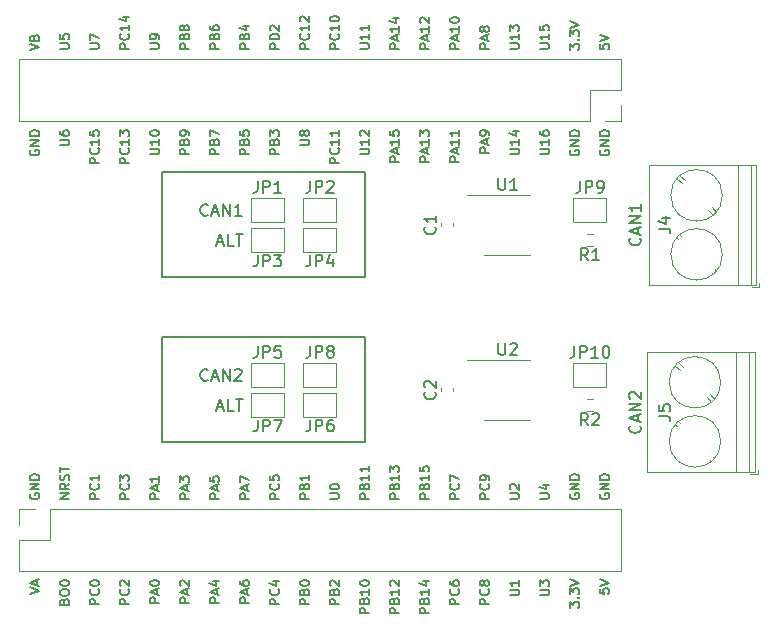
<source format=gbr>
G04 #@! TF.GenerationSoftware,KiCad,Pcbnew,7.0.9+dfsg-1*
G04 #@! TF.CreationDate,2023-12-12T22:55:20+08:00*
G04 #@! TF.ProjectId,can,63616e2e-6b69-4636-9164-5f7063625858,a*
G04 #@! TF.SameCoordinates,Original*
G04 #@! TF.FileFunction,Legend,Top*
G04 #@! TF.FilePolarity,Positive*
%FSLAX46Y46*%
G04 Gerber Fmt 4.6, Leading zero omitted, Abs format (unit mm)*
G04 Created by KiCad (PCBNEW 7.0.9+dfsg-1) date 2023-12-12 22:55:20*
%MOMM*%
%LPD*%
G01*
G04 APERTURE LIST*
%ADD10C,0.150000*%
%ADD11C,0.120000*%
G04 APERTURE END LIST*
D10*
X136525000Y-100965000D02*
X153670000Y-100965000D01*
X153670000Y-109855000D01*
X136525000Y-109855000D01*
X136525000Y-100965000D01*
X136525000Y-86995000D02*
X153670000Y-86995000D01*
X153670000Y-95885000D01*
X136525000Y-95885000D01*
X136525000Y-86995000D01*
X176939580Y-92559047D02*
X176987200Y-92606666D01*
X176987200Y-92606666D02*
X177034819Y-92749523D01*
X177034819Y-92749523D02*
X177034819Y-92844761D01*
X177034819Y-92844761D02*
X176987200Y-92987618D01*
X176987200Y-92987618D02*
X176891961Y-93082856D01*
X176891961Y-93082856D02*
X176796723Y-93130475D01*
X176796723Y-93130475D02*
X176606247Y-93178094D01*
X176606247Y-93178094D02*
X176463390Y-93178094D01*
X176463390Y-93178094D02*
X176272914Y-93130475D01*
X176272914Y-93130475D02*
X176177676Y-93082856D01*
X176177676Y-93082856D02*
X176082438Y-92987618D01*
X176082438Y-92987618D02*
X176034819Y-92844761D01*
X176034819Y-92844761D02*
X176034819Y-92749523D01*
X176034819Y-92749523D02*
X176082438Y-92606666D01*
X176082438Y-92606666D02*
X176130057Y-92559047D01*
X176749104Y-92178094D02*
X176749104Y-91701904D01*
X177034819Y-92273332D02*
X176034819Y-91939999D01*
X176034819Y-91939999D02*
X177034819Y-91606666D01*
X177034819Y-91273332D02*
X176034819Y-91273332D01*
X176034819Y-91273332D02*
X177034819Y-90701904D01*
X177034819Y-90701904D02*
X176034819Y-90701904D01*
X177034819Y-89701904D02*
X177034819Y-90273332D01*
X177034819Y-89987618D02*
X176034819Y-89987618D01*
X176034819Y-89987618D02*
X176177676Y-90082856D01*
X176177676Y-90082856D02*
X176272914Y-90178094D01*
X176272914Y-90178094D02*
X176320533Y-90273332D01*
X176939580Y-108434047D02*
X176987200Y-108481666D01*
X176987200Y-108481666D02*
X177034819Y-108624523D01*
X177034819Y-108624523D02*
X177034819Y-108719761D01*
X177034819Y-108719761D02*
X176987200Y-108862618D01*
X176987200Y-108862618D02*
X176891961Y-108957856D01*
X176891961Y-108957856D02*
X176796723Y-109005475D01*
X176796723Y-109005475D02*
X176606247Y-109053094D01*
X176606247Y-109053094D02*
X176463390Y-109053094D01*
X176463390Y-109053094D02*
X176272914Y-109005475D01*
X176272914Y-109005475D02*
X176177676Y-108957856D01*
X176177676Y-108957856D02*
X176082438Y-108862618D01*
X176082438Y-108862618D02*
X176034819Y-108719761D01*
X176034819Y-108719761D02*
X176034819Y-108624523D01*
X176034819Y-108624523D02*
X176082438Y-108481666D01*
X176082438Y-108481666D02*
X176130057Y-108434047D01*
X176749104Y-108053094D02*
X176749104Y-107576904D01*
X177034819Y-108148332D02*
X176034819Y-107814999D01*
X176034819Y-107814999D02*
X177034819Y-107481666D01*
X177034819Y-107148332D02*
X176034819Y-107148332D01*
X176034819Y-107148332D02*
X177034819Y-106576904D01*
X177034819Y-106576904D02*
X176034819Y-106576904D01*
X176130057Y-106148332D02*
X176082438Y-106100713D01*
X176082438Y-106100713D02*
X176034819Y-106005475D01*
X176034819Y-106005475D02*
X176034819Y-105767380D01*
X176034819Y-105767380D02*
X176082438Y-105672142D01*
X176082438Y-105672142D02*
X176130057Y-105624523D01*
X176130057Y-105624523D02*
X176225295Y-105576904D01*
X176225295Y-105576904D02*
X176320533Y-105576904D01*
X176320533Y-105576904D02*
X176463390Y-105624523D01*
X176463390Y-105624523D02*
X177034819Y-106195951D01*
X177034819Y-106195951D02*
X177034819Y-105576904D01*
X141173220Y-106899104D02*
X141649410Y-106899104D01*
X141077982Y-107184819D02*
X141411315Y-106184819D01*
X141411315Y-106184819D02*
X141744648Y-107184819D01*
X142554172Y-107184819D02*
X142077982Y-107184819D01*
X142077982Y-107184819D02*
X142077982Y-106184819D01*
X142744649Y-106184819D02*
X143316077Y-106184819D01*
X143030363Y-107184819D02*
X143030363Y-106184819D01*
X140363696Y-104549580D02*
X140316077Y-104597200D01*
X140316077Y-104597200D02*
X140173220Y-104644819D01*
X140173220Y-104644819D02*
X140077982Y-104644819D01*
X140077982Y-104644819D02*
X139935125Y-104597200D01*
X139935125Y-104597200D02*
X139839887Y-104501961D01*
X139839887Y-104501961D02*
X139792268Y-104406723D01*
X139792268Y-104406723D02*
X139744649Y-104216247D01*
X139744649Y-104216247D02*
X139744649Y-104073390D01*
X139744649Y-104073390D02*
X139792268Y-103882914D01*
X139792268Y-103882914D02*
X139839887Y-103787676D01*
X139839887Y-103787676D02*
X139935125Y-103692438D01*
X139935125Y-103692438D02*
X140077982Y-103644819D01*
X140077982Y-103644819D02*
X140173220Y-103644819D01*
X140173220Y-103644819D02*
X140316077Y-103692438D01*
X140316077Y-103692438D02*
X140363696Y-103740057D01*
X140744649Y-104359104D02*
X141220839Y-104359104D01*
X140649411Y-104644819D02*
X140982744Y-103644819D01*
X140982744Y-103644819D02*
X141316077Y-104644819D01*
X141649411Y-104644819D02*
X141649411Y-103644819D01*
X141649411Y-103644819D02*
X142220839Y-104644819D01*
X142220839Y-104644819D02*
X142220839Y-103644819D01*
X142649411Y-103740057D02*
X142697030Y-103692438D01*
X142697030Y-103692438D02*
X142792268Y-103644819D01*
X142792268Y-103644819D02*
X143030363Y-103644819D01*
X143030363Y-103644819D02*
X143125601Y-103692438D01*
X143125601Y-103692438D02*
X143173220Y-103740057D01*
X143173220Y-103740057D02*
X143220839Y-103835295D01*
X143220839Y-103835295D02*
X143220839Y-103930533D01*
X143220839Y-103930533D02*
X143173220Y-104073390D01*
X143173220Y-104073390D02*
X142601792Y-104644819D01*
X142601792Y-104644819D02*
X143220839Y-104644819D01*
X140363696Y-90579580D02*
X140316077Y-90627200D01*
X140316077Y-90627200D02*
X140173220Y-90674819D01*
X140173220Y-90674819D02*
X140077982Y-90674819D01*
X140077982Y-90674819D02*
X139935125Y-90627200D01*
X139935125Y-90627200D02*
X139839887Y-90531961D01*
X139839887Y-90531961D02*
X139792268Y-90436723D01*
X139792268Y-90436723D02*
X139744649Y-90246247D01*
X139744649Y-90246247D02*
X139744649Y-90103390D01*
X139744649Y-90103390D02*
X139792268Y-89912914D01*
X139792268Y-89912914D02*
X139839887Y-89817676D01*
X139839887Y-89817676D02*
X139935125Y-89722438D01*
X139935125Y-89722438D02*
X140077982Y-89674819D01*
X140077982Y-89674819D02*
X140173220Y-89674819D01*
X140173220Y-89674819D02*
X140316077Y-89722438D01*
X140316077Y-89722438D02*
X140363696Y-89770057D01*
X140744649Y-90389104D02*
X141220839Y-90389104D01*
X140649411Y-90674819D02*
X140982744Y-89674819D01*
X140982744Y-89674819D02*
X141316077Y-90674819D01*
X141649411Y-90674819D02*
X141649411Y-89674819D01*
X141649411Y-89674819D02*
X142220839Y-90674819D01*
X142220839Y-90674819D02*
X142220839Y-89674819D01*
X143220839Y-90674819D02*
X142649411Y-90674819D01*
X142935125Y-90674819D02*
X142935125Y-89674819D01*
X142935125Y-89674819D02*
X142839887Y-89817676D01*
X142839887Y-89817676D02*
X142744649Y-89912914D01*
X142744649Y-89912914D02*
X142649411Y-89960533D01*
X141173220Y-92929104D02*
X141649410Y-92929104D01*
X141077982Y-93214819D02*
X141411315Y-92214819D01*
X141411315Y-92214819D02*
X141744648Y-93214819D01*
X142554172Y-93214819D02*
X142077982Y-93214819D01*
X142077982Y-93214819D02*
X142077982Y-92214819D01*
X142744649Y-92214819D02*
X143316077Y-92214819D01*
X143030363Y-93214819D02*
X143030363Y-92214819D01*
X164192295Y-114645839D02*
X163392295Y-114645839D01*
X163392295Y-114645839D02*
X163392295Y-114341077D01*
X163392295Y-114341077D02*
X163430390Y-114264887D01*
X163430390Y-114264887D02*
X163468485Y-114226792D01*
X163468485Y-114226792D02*
X163544676Y-114188696D01*
X163544676Y-114188696D02*
X163658961Y-114188696D01*
X163658961Y-114188696D02*
X163735152Y-114226792D01*
X163735152Y-114226792D02*
X163773247Y-114264887D01*
X163773247Y-114264887D02*
X163811342Y-114341077D01*
X163811342Y-114341077D02*
X163811342Y-114645839D01*
X164116104Y-113388696D02*
X164154200Y-113426792D01*
X164154200Y-113426792D02*
X164192295Y-113541077D01*
X164192295Y-113541077D02*
X164192295Y-113617268D01*
X164192295Y-113617268D02*
X164154200Y-113731554D01*
X164154200Y-113731554D02*
X164078009Y-113807744D01*
X164078009Y-113807744D02*
X164001819Y-113845839D01*
X164001819Y-113845839D02*
X163849438Y-113883935D01*
X163849438Y-113883935D02*
X163735152Y-113883935D01*
X163735152Y-113883935D02*
X163582771Y-113845839D01*
X163582771Y-113845839D02*
X163506580Y-113807744D01*
X163506580Y-113807744D02*
X163430390Y-113731554D01*
X163430390Y-113731554D02*
X163392295Y-113617268D01*
X163392295Y-113617268D02*
X163392295Y-113541077D01*
X163392295Y-113541077D02*
X163430390Y-113426792D01*
X163430390Y-113426792D02*
X163468485Y-113388696D01*
X164192295Y-113007744D02*
X164192295Y-112855363D01*
X164192295Y-112855363D02*
X164154200Y-112779173D01*
X164154200Y-112779173D02*
X164116104Y-112741077D01*
X164116104Y-112741077D02*
X164001819Y-112664887D01*
X164001819Y-112664887D02*
X163849438Y-112626792D01*
X163849438Y-112626792D02*
X163544676Y-112626792D01*
X163544676Y-112626792D02*
X163468485Y-112664887D01*
X163468485Y-112664887D02*
X163430390Y-112702982D01*
X163430390Y-112702982D02*
X163392295Y-112779173D01*
X163392295Y-112779173D02*
X163392295Y-112931554D01*
X163392295Y-112931554D02*
X163430390Y-113007744D01*
X163430390Y-113007744D02*
X163468485Y-113045839D01*
X163468485Y-113045839D02*
X163544676Y-113083935D01*
X163544676Y-113083935D02*
X163735152Y-113083935D01*
X163735152Y-113083935D02*
X163811342Y-113045839D01*
X163811342Y-113045839D02*
X163849438Y-113007744D01*
X163849438Y-113007744D02*
X163887533Y-112931554D01*
X163887533Y-112931554D02*
X163887533Y-112779173D01*
X163887533Y-112779173D02*
X163849438Y-112702982D01*
X163849438Y-112702982D02*
X163811342Y-112664887D01*
X163811342Y-112664887D02*
X163735152Y-112626792D01*
X154032295Y-124317017D02*
X153232295Y-124317017D01*
X153232295Y-124317017D02*
X153232295Y-124012255D01*
X153232295Y-124012255D02*
X153270390Y-123936065D01*
X153270390Y-123936065D02*
X153308485Y-123897970D01*
X153308485Y-123897970D02*
X153384676Y-123859874D01*
X153384676Y-123859874D02*
X153498961Y-123859874D01*
X153498961Y-123859874D02*
X153575152Y-123897970D01*
X153575152Y-123897970D02*
X153613247Y-123936065D01*
X153613247Y-123936065D02*
X153651342Y-124012255D01*
X153651342Y-124012255D02*
X153651342Y-124317017D01*
X153613247Y-123250351D02*
X153651342Y-123136065D01*
X153651342Y-123136065D02*
X153689438Y-123097970D01*
X153689438Y-123097970D02*
X153765628Y-123059874D01*
X153765628Y-123059874D02*
X153879914Y-123059874D01*
X153879914Y-123059874D02*
X153956104Y-123097970D01*
X153956104Y-123097970D02*
X153994200Y-123136065D01*
X153994200Y-123136065D02*
X154032295Y-123212255D01*
X154032295Y-123212255D02*
X154032295Y-123517017D01*
X154032295Y-123517017D02*
X153232295Y-123517017D01*
X153232295Y-123517017D02*
X153232295Y-123250351D01*
X153232295Y-123250351D02*
X153270390Y-123174160D01*
X153270390Y-123174160D02*
X153308485Y-123136065D01*
X153308485Y-123136065D02*
X153384676Y-123097970D01*
X153384676Y-123097970D02*
X153460866Y-123097970D01*
X153460866Y-123097970D02*
X153537057Y-123136065D01*
X153537057Y-123136065D02*
X153575152Y-123174160D01*
X153575152Y-123174160D02*
X153613247Y-123250351D01*
X153613247Y-123250351D02*
X153613247Y-123517017D01*
X154032295Y-122297970D02*
X154032295Y-122755113D01*
X154032295Y-122526541D02*
X153232295Y-122526541D01*
X153232295Y-122526541D02*
X153346580Y-122602732D01*
X153346580Y-122602732D02*
X153422771Y-122678922D01*
X153422771Y-122678922D02*
X153460866Y-122755113D01*
X153232295Y-121802731D02*
X153232295Y-121726541D01*
X153232295Y-121726541D02*
X153270390Y-121650350D01*
X153270390Y-121650350D02*
X153308485Y-121612255D01*
X153308485Y-121612255D02*
X153384676Y-121574160D01*
X153384676Y-121574160D02*
X153537057Y-121536065D01*
X153537057Y-121536065D02*
X153727533Y-121536065D01*
X153727533Y-121536065D02*
X153879914Y-121574160D01*
X153879914Y-121574160D02*
X153956104Y-121612255D01*
X153956104Y-121612255D02*
X153994200Y-121650350D01*
X153994200Y-121650350D02*
X154032295Y-121726541D01*
X154032295Y-121726541D02*
X154032295Y-121802731D01*
X154032295Y-121802731D02*
X153994200Y-121878922D01*
X153994200Y-121878922D02*
X153956104Y-121917017D01*
X153956104Y-121917017D02*
X153879914Y-121955112D01*
X153879914Y-121955112D02*
X153727533Y-121993208D01*
X153727533Y-121993208D02*
X153537057Y-121993208D01*
X153537057Y-121993208D02*
X153384676Y-121955112D01*
X153384676Y-121955112D02*
X153308485Y-121917017D01*
X153308485Y-121917017D02*
X153270390Y-121878922D01*
X153270390Y-121878922D02*
X153232295Y-121802731D01*
X159112295Y-114645839D02*
X158312295Y-114645839D01*
X158312295Y-114645839D02*
X158312295Y-114341077D01*
X158312295Y-114341077D02*
X158350390Y-114264887D01*
X158350390Y-114264887D02*
X158388485Y-114226792D01*
X158388485Y-114226792D02*
X158464676Y-114188696D01*
X158464676Y-114188696D02*
X158578961Y-114188696D01*
X158578961Y-114188696D02*
X158655152Y-114226792D01*
X158655152Y-114226792D02*
X158693247Y-114264887D01*
X158693247Y-114264887D02*
X158731342Y-114341077D01*
X158731342Y-114341077D02*
X158731342Y-114645839D01*
X158693247Y-113579173D02*
X158731342Y-113464887D01*
X158731342Y-113464887D02*
X158769438Y-113426792D01*
X158769438Y-113426792D02*
X158845628Y-113388696D01*
X158845628Y-113388696D02*
X158959914Y-113388696D01*
X158959914Y-113388696D02*
X159036104Y-113426792D01*
X159036104Y-113426792D02*
X159074200Y-113464887D01*
X159074200Y-113464887D02*
X159112295Y-113541077D01*
X159112295Y-113541077D02*
X159112295Y-113845839D01*
X159112295Y-113845839D02*
X158312295Y-113845839D01*
X158312295Y-113845839D02*
X158312295Y-113579173D01*
X158312295Y-113579173D02*
X158350390Y-113502982D01*
X158350390Y-113502982D02*
X158388485Y-113464887D01*
X158388485Y-113464887D02*
X158464676Y-113426792D01*
X158464676Y-113426792D02*
X158540866Y-113426792D01*
X158540866Y-113426792D02*
X158617057Y-113464887D01*
X158617057Y-113464887D02*
X158655152Y-113502982D01*
X158655152Y-113502982D02*
X158693247Y-113579173D01*
X158693247Y-113579173D02*
X158693247Y-113845839D01*
X159112295Y-112626792D02*
X159112295Y-113083935D01*
X159112295Y-112855363D02*
X158312295Y-112855363D01*
X158312295Y-112855363D02*
X158426580Y-112931554D01*
X158426580Y-112931554D02*
X158502771Y-113007744D01*
X158502771Y-113007744D02*
X158540866Y-113083935D01*
X158312295Y-111902982D02*
X158312295Y-112283934D01*
X158312295Y-112283934D02*
X158693247Y-112322030D01*
X158693247Y-112322030D02*
X158655152Y-112283934D01*
X158655152Y-112283934D02*
X158617057Y-112207744D01*
X158617057Y-112207744D02*
X158617057Y-112017268D01*
X158617057Y-112017268D02*
X158655152Y-111941077D01*
X158655152Y-111941077D02*
X158693247Y-111902982D01*
X158693247Y-111902982D02*
X158769438Y-111864887D01*
X158769438Y-111864887D02*
X158959914Y-111864887D01*
X158959914Y-111864887D02*
X159036104Y-111902982D01*
X159036104Y-111902982D02*
X159074200Y-111941077D01*
X159074200Y-111941077D02*
X159112295Y-112017268D01*
X159112295Y-112017268D02*
X159112295Y-112207744D01*
X159112295Y-112207744D02*
X159074200Y-112283934D01*
X159074200Y-112283934D02*
X159036104Y-112322030D01*
X161652295Y-86102731D02*
X160852295Y-86102731D01*
X160852295Y-86102731D02*
X160852295Y-85797969D01*
X160852295Y-85797969D02*
X160890390Y-85721779D01*
X160890390Y-85721779D02*
X160928485Y-85683684D01*
X160928485Y-85683684D02*
X161004676Y-85645588D01*
X161004676Y-85645588D02*
X161118961Y-85645588D01*
X161118961Y-85645588D02*
X161195152Y-85683684D01*
X161195152Y-85683684D02*
X161233247Y-85721779D01*
X161233247Y-85721779D02*
X161271342Y-85797969D01*
X161271342Y-85797969D02*
X161271342Y-86102731D01*
X161423723Y-85340827D02*
X161423723Y-84959874D01*
X161652295Y-85417017D02*
X160852295Y-85150350D01*
X160852295Y-85150350D02*
X161652295Y-84883684D01*
X161652295Y-84197970D02*
X161652295Y-84655113D01*
X161652295Y-84426541D02*
X160852295Y-84426541D01*
X160852295Y-84426541D02*
X160966580Y-84502732D01*
X160966580Y-84502732D02*
X161042771Y-84578922D01*
X161042771Y-84578922D02*
X161080866Y-84655113D01*
X161652295Y-83436065D02*
X161652295Y-83893208D01*
X161652295Y-83664636D02*
X160852295Y-83664636D01*
X160852295Y-83664636D02*
X160966580Y-83740827D01*
X160966580Y-83740827D02*
X161042771Y-83817017D01*
X161042771Y-83817017D02*
X161080866Y-83893208D01*
X130372295Y-76545839D02*
X131019914Y-76545839D01*
X131019914Y-76545839D02*
X131096104Y-76507744D01*
X131096104Y-76507744D02*
X131134200Y-76469649D01*
X131134200Y-76469649D02*
X131172295Y-76393458D01*
X131172295Y-76393458D02*
X131172295Y-76241077D01*
X131172295Y-76241077D02*
X131134200Y-76164887D01*
X131134200Y-76164887D02*
X131096104Y-76126792D01*
X131096104Y-76126792D02*
X131019914Y-76088696D01*
X131019914Y-76088696D02*
X130372295Y-76088696D01*
X130372295Y-75783935D02*
X130372295Y-75250601D01*
X130372295Y-75250601D02*
X131172295Y-75593459D01*
X161652295Y-114645839D02*
X160852295Y-114645839D01*
X160852295Y-114645839D02*
X160852295Y-114341077D01*
X160852295Y-114341077D02*
X160890390Y-114264887D01*
X160890390Y-114264887D02*
X160928485Y-114226792D01*
X160928485Y-114226792D02*
X161004676Y-114188696D01*
X161004676Y-114188696D02*
X161118961Y-114188696D01*
X161118961Y-114188696D02*
X161195152Y-114226792D01*
X161195152Y-114226792D02*
X161233247Y-114264887D01*
X161233247Y-114264887D02*
X161271342Y-114341077D01*
X161271342Y-114341077D02*
X161271342Y-114645839D01*
X161576104Y-113388696D02*
X161614200Y-113426792D01*
X161614200Y-113426792D02*
X161652295Y-113541077D01*
X161652295Y-113541077D02*
X161652295Y-113617268D01*
X161652295Y-113617268D02*
X161614200Y-113731554D01*
X161614200Y-113731554D02*
X161538009Y-113807744D01*
X161538009Y-113807744D02*
X161461819Y-113845839D01*
X161461819Y-113845839D02*
X161309438Y-113883935D01*
X161309438Y-113883935D02*
X161195152Y-113883935D01*
X161195152Y-113883935D02*
X161042771Y-113845839D01*
X161042771Y-113845839D02*
X160966580Y-113807744D01*
X160966580Y-113807744D02*
X160890390Y-113731554D01*
X160890390Y-113731554D02*
X160852295Y-113617268D01*
X160852295Y-113617268D02*
X160852295Y-113541077D01*
X160852295Y-113541077D02*
X160890390Y-113426792D01*
X160890390Y-113426792D02*
X160928485Y-113388696D01*
X160852295Y-113122030D02*
X160852295Y-112588696D01*
X160852295Y-112588696D02*
X161652295Y-112931554D01*
X159112295Y-76545839D02*
X158312295Y-76545839D01*
X158312295Y-76545839D02*
X158312295Y-76241077D01*
X158312295Y-76241077D02*
X158350390Y-76164887D01*
X158350390Y-76164887D02*
X158388485Y-76126792D01*
X158388485Y-76126792D02*
X158464676Y-76088696D01*
X158464676Y-76088696D02*
X158578961Y-76088696D01*
X158578961Y-76088696D02*
X158655152Y-76126792D01*
X158655152Y-76126792D02*
X158693247Y-76164887D01*
X158693247Y-76164887D02*
X158731342Y-76241077D01*
X158731342Y-76241077D02*
X158731342Y-76545839D01*
X158883723Y-75783935D02*
X158883723Y-75402982D01*
X159112295Y-75860125D02*
X158312295Y-75593458D01*
X158312295Y-75593458D02*
X159112295Y-75326792D01*
X159112295Y-74641078D02*
X159112295Y-75098221D01*
X159112295Y-74869649D02*
X158312295Y-74869649D01*
X158312295Y-74869649D02*
X158426580Y-74945840D01*
X158426580Y-74945840D02*
X158502771Y-75022030D01*
X158502771Y-75022030D02*
X158540866Y-75098221D01*
X158388485Y-74336316D02*
X158350390Y-74298220D01*
X158350390Y-74298220D02*
X158312295Y-74222030D01*
X158312295Y-74222030D02*
X158312295Y-74031554D01*
X158312295Y-74031554D02*
X158350390Y-73955363D01*
X158350390Y-73955363D02*
X158388485Y-73917268D01*
X158388485Y-73917268D02*
X158464676Y-73879173D01*
X158464676Y-73879173D02*
X158540866Y-73879173D01*
X158540866Y-73879173D02*
X158655152Y-73917268D01*
X158655152Y-73917268D02*
X159112295Y-74374411D01*
X159112295Y-74374411D02*
X159112295Y-73879173D01*
X156572295Y-114645839D02*
X155772295Y-114645839D01*
X155772295Y-114645839D02*
X155772295Y-114341077D01*
X155772295Y-114341077D02*
X155810390Y-114264887D01*
X155810390Y-114264887D02*
X155848485Y-114226792D01*
X155848485Y-114226792D02*
X155924676Y-114188696D01*
X155924676Y-114188696D02*
X156038961Y-114188696D01*
X156038961Y-114188696D02*
X156115152Y-114226792D01*
X156115152Y-114226792D02*
X156153247Y-114264887D01*
X156153247Y-114264887D02*
X156191342Y-114341077D01*
X156191342Y-114341077D02*
X156191342Y-114645839D01*
X156153247Y-113579173D02*
X156191342Y-113464887D01*
X156191342Y-113464887D02*
X156229438Y-113426792D01*
X156229438Y-113426792D02*
X156305628Y-113388696D01*
X156305628Y-113388696D02*
X156419914Y-113388696D01*
X156419914Y-113388696D02*
X156496104Y-113426792D01*
X156496104Y-113426792D02*
X156534200Y-113464887D01*
X156534200Y-113464887D02*
X156572295Y-113541077D01*
X156572295Y-113541077D02*
X156572295Y-113845839D01*
X156572295Y-113845839D02*
X155772295Y-113845839D01*
X155772295Y-113845839D02*
X155772295Y-113579173D01*
X155772295Y-113579173D02*
X155810390Y-113502982D01*
X155810390Y-113502982D02*
X155848485Y-113464887D01*
X155848485Y-113464887D02*
X155924676Y-113426792D01*
X155924676Y-113426792D02*
X156000866Y-113426792D01*
X156000866Y-113426792D02*
X156077057Y-113464887D01*
X156077057Y-113464887D02*
X156115152Y-113502982D01*
X156115152Y-113502982D02*
X156153247Y-113579173D01*
X156153247Y-113579173D02*
X156153247Y-113845839D01*
X156572295Y-112626792D02*
X156572295Y-113083935D01*
X156572295Y-112855363D02*
X155772295Y-112855363D01*
X155772295Y-112855363D02*
X155886580Y-112931554D01*
X155886580Y-112931554D02*
X155962771Y-113007744D01*
X155962771Y-113007744D02*
X156000866Y-113083935D01*
X155772295Y-112360125D02*
X155772295Y-111864887D01*
X155772295Y-111864887D02*
X156077057Y-112131553D01*
X156077057Y-112131553D02*
X156077057Y-112017268D01*
X156077057Y-112017268D02*
X156115152Y-111941077D01*
X156115152Y-111941077D02*
X156153247Y-111902982D01*
X156153247Y-111902982D02*
X156229438Y-111864887D01*
X156229438Y-111864887D02*
X156419914Y-111864887D01*
X156419914Y-111864887D02*
X156496104Y-111902982D01*
X156496104Y-111902982D02*
X156534200Y-111941077D01*
X156534200Y-111941077D02*
X156572295Y-112017268D01*
X156572295Y-112017268D02*
X156572295Y-112245839D01*
X156572295Y-112245839D02*
X156534200Y-112322030D01*
X156534200Y-112322030D02*
X156496104Y-112360125D01*
X143872295Y-85455112D02*
X143072295Y-85455112D01*
X143072295Y-85455112D02*
X143072295Y-85150350D01*
X143072295Y-85150350D02*
X143110390Y-85074160D01*
X143110390Y-85074160D02*
X143148485Y-85036065D01*
X143148485Y-85036065D02*
X143224676Y-84997969D01*
X143224676Y-84997969D02*
X143338961Y-84997969D01*
X143338961Y-84997969D02*
X143415152Y-85036065D01*
X143415152Y-85036065D02*
X143453247Y-85074160D01*
X143453247Y-85074160D02*
X143491342Y-85150350D01*
X143491342Y-85150350D02*
X143491342Y-85455112D01*
X143453247Y-84388446D02*
X143491342Y-84274160D01*
X143491342Y-84274160D02*
X143529438Y-84236065D01*
X143529438Y-84236065D02*
X143605628Y-84197969D01*
X143605628Y-84197969D02*
X143719914Y-84197969D01*
X143719914Y-84197969D02*
X143796104Y-84236065D01*
X143796104Y-84236065D02*
X143834200Y-84274160D01*
X143834200Y-84274160D02*
X143872295Y-84350350D01*
X143872295Y-84350350D02*
X143872295Y-84655112D01*
X143872295Y-84655112D02*
X143072295Y-84655112D01*
X143072295Y-84655112D02*
X143072295Y-84388446D01*
X143072295Y-84388446D02*
X143110390Y-84312255D01*
X143110390Y-84312255D02*
X143148485Y-84274160D01*
X143148485Y-84274160D02*
X143224676Y-84236065D01*
X143224676Y-84236065D02*
X143300866Y-84236065D01*
X143300866Y-84236065D02*
X143377057Y-84274160D01*
X143377057Y-84274160D02*
X143415152Y-84312255D01*
X143415152Y-84312255D02*
X143453247Y-84388446D01*
X143453247Y-84388446D02*
X143453247Y-84655112D01*
X143072295Y-83474160D02*
X143072295Y-83855112D01*
X143072295Y-83855112D02*
X143453247Y-83893208D01*
X143453247Y-83893208D02*
X143415152Y-83855112D01*
X143415152Y-83855112D02*
X143377057Y-83778922D01*
X143377057Y-83778922D02*
X143377057Y-83588446D01*
X143377057Y-83588446D02*
X143415152Y-83512255D01*
X143415152Y-83512255D02*
X143453247Y-83474160D01*
X143453247Y-83474160D02*
X143529438Y-83436065D01*
X143529438Y-83436065D02*
X143719914Y-83436065D01*
X143719914Y-83436065D02*
X143796104Y-83474160D01*
X143796104Y-83474160D02*
X143834200Y-83512255D01*
X143834200Y-83512255D02*
X143872295Y-83588446D01*
X143872295Y-83588446D02*
X143872295Y-83778922D01*
X143872295Y-83778922D02*
X143834200Y-83855112D01*
X143834200Y-83855112D02*
X143796104Y-83893208D01*
X156572295Y-124317017D02*
X155772295Y-124317017D01*
X155772295Y-124317017D02*
X155772295Y-124012255D01*
X155772295Y-124012255D02*
X155810390Y-123936065D01*
X155810390Y-123936065D02*
X155848485Y-123897970D01*
X155848485Y-123897970D02*
X155924676Y-123859874D01*
X155924676Y-123859874D02*
X156038961Y-123859874D01*
X156038961Y-123859874D02*
X156115152Y-123897970D01*
X156115152Y-123897970D02*
X156153247Y-123936065D01*
X156153247Y-123936065D02*
X156191342Y-124012255D01*
X156191342Y-124012255D02*
X156191342Y-124317017D01*
X156153247Y-123250351D02*
X156191342Y-123136065D01*
X156191342Y-123136065D02*
X156229438Y-123097970D01*
X156229438Y-123097970D02*
X156305628Y-123059874D01*
X156305628Y-123059874D02*
X156419914Y-123059874D01*
X156419914Y-123059874D02*
X156496104Y-123097970D01*
X156496104Y-123097970D02*
X156534200Y-123136065D01*
X156534200Y-123136065D02*
X156572295Y-123212255D01*
X156572295Y-123212255D02*
X156572295Y-123517017D01*
X156572295Y-123517017D02*
X155772295Y-123517017D01*
X155772295Y-123517017D02*
X155772295Y-123250351D01*
X155772295Y-123250351D02*
X155810390Y-123174160D01*
X155810390Y-123174160D02*
X155848485Y-123136065D01*
X155848485Y-123136065D02*
X155924676Y-123097970D01*
X155924676Y-123097970D02*
X156000866Y-123097970D01*
X156000866Y-123097970D02*
X156077057Y-123136065D01*
X156077057Y-123136065D02*
X156115152Y-123174160D01*
X156115152Y-123174160D02*
X156153247Y-123250351D01*
X156153247Y-123250351D02*
X156153247Y-123517017D01*
X156572295Y-122297970D02*
X156572295Y-122755113D01*
X156572295Y-122526541D02*
X155772295Y-122526541D01*
X155772295Y-122526541D02*
X155886580Y-122602732D01*
X155886580Y-122602732D02*
X155962771Y-122678922D01*
X155962771Y-122678922D02*
X156000866Y-122755113D01*
X155848485Y-121993208D02*
X155810390Y-121955112D01*
X155810390Y-121955112D02*
X155772295Y-121878922D01*
X155772295Y-121878922D02*
X155772295Y-121688446D01*
X155772295Y-121688446D02*
X155810390Y-121612255D01*
X155810390Y-121612255D02*
X155848485Y-121574160D01*
X155848485Y-121574160D02*
X155924676Y-121536065D01*
X155924676Y-121536065D02*
X156000866Y-121536065D01*
X156000866Y-121536065D02*
X156115152Y-121574160D01*
X156115152Y-121574160D02*
X156572295Y-122031303D01*
X156572295Y-122031303D02*
X156572295Y-121536065D01*
X164192295Y-123555112D02*
X163392295Y-123555112D01*
X163392295Y-123555112D02*
X163392295Y-123250350D01*
X163392295Y-123250350D02*
X163430390Y-123174160D01*
X163430390Y-123174160D02*
X163468485Y-123136065D01*
X163468485Y-123136065D02*
X163544676Y-123097969D01*
X163544676Y-123097969D02*
X163658961Y-123097969D01*
X163658961Y-123097969D02*
X163735152Y-123136065D01*
X163735152Y-123136065D02*
X163773247Y-123174160D01*
X163773247Y-123174160D02*
X163811342Y-123250350D01*
X163811342Y-123250350D02*
X163811342Y-123555112D01*
X164116104Y-122297969D02*
X164154200Y-122336065D01*
X164154200Y-122336065D02*
X164192295Y-122450350D01*
X164192295Y-122450350D02*
X164192295Y-122526541D01*
X164192295Y-122526541D02*
X164154200Y-122640827D01*
X164154200Y-122640827D02*
X164078009Y-122717017D01*
X164078009Y-122717017D02*
X164001819Y-122755112D01*
X164001819Y-122755112D02*
X163849438Y-122793208D01*
X163849438Y-122793208D02*
X163735152Y-122793208D01*
X163735152Y-122793208D02*
X163582771Y-122755112D01*
X163582771Y-122755112D02*
X163506580Y-122717017D01*
X163506580Y-122717017D02*
X163430390Y-122640827D01*
X163430390Y-122640827D02*
X163392295Y-122526541D01*
X163392295Y-122526541D02*
X163392295Y-122450350D01*
X163392295Y-122450350D02*
X163430390Y-122336065D01*
X163430390Y-122336065D02*
X163468485Y-122297969D01*
X163735152Y-121840827D02*
X163697057Y-121917017D01*
X163697057Y-121917017D02*
X163658961Y-121955112D01*
X163658961Y-121955112D02*
X163582771Y-121993208D01*
X163582771Y-121993208D02*
X163544676Y-121993208D01*
X163544676Y-121993208D02*
X163468485Y-121955112D01*
X163468485Y-121955112D02*
X163430390Y-121917017D01*
X163430390Y-121917017D02*
X163392295Y-121840827D01*
X163392295Y-121840827D02*
X163392295Y-121688446D01*
X163392295Y-121688446D02*
X163430390Y-121612255D01*
X163430390Y-121612255D02*
X163468485Y-121574160D01*
X163468485Y-121574160D02*
X163544676Y-121536065D01*
X163544676Y-121536065D02*
X163582771Y-121536065D01*
X163582771Y-121536065D02*
X163658961Y-121574160D01*
X163658961Y-121574160D02*
X163697057Y-121612255D01*
X163697057Y-121612255D02*
X163735152Y-121688446D01*
X163735152Y-121688446D02*
X163735152Y-121840827D01*
X163735152Y-121840827D02*
X163773247Y-121917017D01*
X163773247Y-121917017D02*
X163811342Y-121955112D01*
X163811342Y-121955112D02*
X163887533Y-121993208D01*
X163887533Y-121993208D02*
X164039914Y-121993208D01*
X164039914Y-121993208D02*
X164116104Y-121955112D01*
X164116104Y-121955112D02*
X164154200Y-121917017D01*
X164154200Y-121917017D02*
X164192295Y-121840827D01*
X164192295Y-121840827D02*
X164192295Y-121688446D01*
X164192295Y-121688446D02*
X164154200Y-121612255D01*
X164154200Y-121612255D02*
X164116104Y-121574160D01*
X164116104Y-121574160D02*
X164039914Y-121536065D01*
X164039914Y-121536065D02*
X163887533Y-121536065D01*
X163887533Y-121536065D02*
X163811342Y-121574160D01*
X163811342Y-121574160D02*
X163773247Y-121612255D01*
X163773247Y-121612255D02*
X163735152Y-121688446D01*
X171050390Y-114226792D02*
X171012295Y-114302982D01*
X171012295Y-114302982D02*
X171012295Y-114417268D01*
X171012295Y-114417268D02*
X171050390Y-114531554D01*
X171050390Y-114531554D02*
X171126580Y-114607744D01*
X171126580Y-114607744D02*
X171202771Y-114645839D01*
X171202771Y-114645839D02*
X171355152Y-114683935D01*
X171355152Y-114683935D02*
X171469438Y-114683935D01*
X171469438Y-114683935D02*
X171621819Y-114645839D01*
X171621819Y-114645839D02*
X171698009Y-114607744D01*
X171698009Y-114607744D02*
X171774200Y-114531554D01*
X171774200Y-114531554D02*
X171812295Y-114417268D01*
X171812295Y-114417268D02*
X171812295Y-114341077D01*
X171812295Y-114341077D02*
X171774200Y-114226792D01*
X171774200Y-114226792D02*
X171736104Y-114188696D01*
X171736104Y-114188696D02*
X171469438Y-114188696D01*
X171469438Y-114188696D02*
X171469438Y-114341077D01*
X171812295Y-113845839D02*
X171012295Y-113845839D01*
X171012295Y-113845839D02*
X171812295Y-113388696D01*
X171812295Y-113388696D02*
X171012295Y-113388696D01*
X171812295Y-113007744D02*
X171012295Y-113007744D01*
X171012295Y-113007744D02*
X171012295Y-112817268D01*
X171012295Y-112817268D02*
X171050390Y-112702982D01*
X171050390Y-112702982D02*
X171126580Y-112626792D01*
X171126580Y-112626792D02*
X171202771Y-112588697D01*
X171202771Y-112588697D02*
X171355152Y-112550601D01*
X171355152Y-112550601D02*
X171469438Y-112550601D01*
X171469438Y-112550601D02*
X171621819Y-112588697D01*
X171621819Y-112588697D02*
X171698009Y-112626792D01*
X171698009Y-112626792D02*
X171774200Y-112702982D01*
X171774200Y-112702982D02*
X171812295Y-112817268D01*
X171812295Y-112817268D02*
X171812295Y-113007744D01*
X173552295Y-76164887D02*
X173552295Y-76545839D01*
X173552295Y-76545839D02*
X173933247Y-76583935D01*
X173933247Y-76583935D02*
X173895152Y-76545839D01*
X173895152Y-76545839D02*
X173857057Y-76469649D01*
X173857057Y-76469649D02*
X173857057Y-76279173D01*
X173857057Y-76279173D02*
X173895152Y-76202982D01*
X173895152Y-76202982D02*
X173933247Y-76164887D01*
X173933247Y-76164887D02*
X174009438Y-76126792D01*
X174009438Y-76126792D02*
X174199914Y-76126792D01*
X174199914Y-76126792D02*
X174276104Y-76164887D01*
X174276104Y-76164887D02*
X174314200Y-76202982D01*
X174314200Y-76202982D02*
X174352295Y-76279173D01*
X174352295Y-76279173D02*
X174352295Y-76469649D01*
X174352295Y-76469649D02*
X174314200Y-76545839D01*
X174314200Y-76545839D02*
X174276104Y-76583935D01*
X173552295Y-75898220D02*
X174352295Y-75631553D01*
X174352295Y-75631553D02*
X173552295Y-75364887D01*
X125330390Y-114226792D02*
X125292295Y-114302982D01*
X125292295Y-114302982D02*
X125292295Y-114417268D01*
X125292295Y-114417268D02*
X125330390Y-114531554D01*
X125330390Y-114531554D02*
X125406580Y-114607744D01*
X125406580Y-114607744D02*
X125482771Y-114645839D01*
X125482771Y-114645839D02*
X125635152Y-114683935D01*
X125635152Y-114683935D02*
X125749438Y-114683935D01*
X125749438Y-114683935D02*
X125901819Y-114645839D01*
X125901819Y-114645839D02*
X125978009Y-114607744D01*
X125978009Y-114607744D02*
X126054200Y-114531554D01*
X126054200Y-114531554D02*
X126092295Y-114417268D01*
X126092295Y-114417268D02*
X126092295Y-114341077D01*
X126092295Y-114341077D02*
X126054200Y-114226792D01*
X126054200Y-114226792D02*
X126016104Y-114188696D01*
X126016104Y-114188696D02*
X125749438Y-114188696D01*
X125749438Y-114188696D02*
X125749438Y-114341077D01*
X126092295Y-113845839D02*
X125292295Y-113845839D01*
X125292295Y-113845839D02*
X126092295Y-113388696D01*
X126092295Y-113388696D02*
X125292295Y-113388696D01*
X126092295Y-113007744D02*
X125292295Y-113007744D01*
X125292295Y-113007744D02*
X125292295Y-112817268D01*
X125292295Y-112817268D02*
X125330390Y-112702982D01*
X125330390Y-112702982D02*
X125406580Y-112626792D01*
X125406580Y-112626792D02*
X125482771Y-112588697D01*
X125482771Y-112588697D02*
X125635152Y-112550601D01*
X125635152Y-112550601D02*
X125749438Y-112550601D01*
X125749438Y-112550601D02*
X125901819Y-112588697D01*
X125901819Y-112588697D02*
X125978009Y-112626792D01*
X125978009Y-112626792D02*
X126054200Y-112702982D01*
X126054200Y-112702982D02*
X126092295Y-112817268D01*
X126092295Y-112817268D02*
X126092295Y-113007744D01*
X165932295Y-122793207D02*
X166579914Y-122793207D01*
X166579914Y-122793207D02*
X166656104Y-122755112D01*
X166656104Y-122755112D02*
X166694200Y-122717017D01*
X166694200Y-122717017D02*
X166732295Y-122640826D01*
X166732295Y-122640826D02*
X166732295Y-122488445D01*
X166732295Y-122488445D02*
X166694200Y-122412255D01*
X166694200Y-122412255D02*
X166656104Y-122374160D01*
X166656104Y-122374160D02*
X166579914Y-122336064D01*
X166579914Y-122336064D02*
X165932295Y-122336064D01*
X166732295Y-121536065D02*
X166732295Y-121993208D01*
X166732295Y-121764636D02*
X165932295Y-121764636D01*
X165932295Y-121764636D02*
X166046580Y-121840827D01*
X166046580Y-121840827D02*
X166122771Y-121917017D01*
X166122771Y-121917017D02*
X166160866Y-121993208D01*
X148152295Y-84693207D02*
X148799914Y-84693207D01*
X148799914Y-84693207D02*
X148876104Y-84655112D01*
X148876104Y-84655112D02*
X148914200Y-84617017D01*
X148914200Y-84617017D02*
X148952295Y-84540826D01*
X148952295Y-84540826D02*
X148952295Y-84388445D01*
X148952295Y-84388445D02*
X148914200Y-84312255D01*
X148914200Y-84312255D02*
X148876104Y-84274160D01*
X148876104Y-84274160D02*
X148799914Y-84236064D01*
X148799914Y-84236064D02*
X148152295Y-84236064D01*
X148495152Y-83740827D02*
X148457057Y-83817017D01*
X148457057Y-83817017D02*
X148418961Y-83855112D01*
X148418961Y-83855112D02*
X148342771Y-83893208D01*
X148342771Y-83893208D02*
X148304676Y-83893208D01*
X148304676Y-83893208D02*
X148228485Y-83855112D01*
X148228485Y-83855112D02*
X148190390Y-83817017D01*
X148190390Y-83817017D02*
X148152295Y-83740827D01*
X148152295Y-83740827D02*
X148152295Y-83588446D01*
X148152295Y-83588446D02*
X148190390Y-83512255D01*
X148190390Y-83512255D02*
X148228485Y-83474160D01*
X148228485Y-83474160D02*
X148304676Y-83436065D01*
X148304676Y-83436065D02*
X148342771Y-83436065D01*
X148342771Y-83436065D02*
X148418961Y-83474160D01*
X148418961Y-83474160D02*
X148457057Y-83512255D01*
X148457057Y-83512255D02*
X148495152Y-83588446D01*
X148495152Y-83588446D02*
X148495152Y-83740827D01*
X148495152Y-83740827D02*
X148533247Y-83817017D01*
X148533247Y-83817017D02*
X148571342Y-83855112D01*
X148571342Y-83855112D02*
X148647533Y-83893208D01*
X148647533Y-83893208D02*
X148799914Y-83893208D01*
X148799914Y-83893208D02*
X148876104Y-83855112D01*
X148876104Y-83855112D02*
X148914200Y-83817017D01*
X148914200Y-83817017D02*
X148952295Y-83740827D01*
X148952295Y-83740827D02*
X148952295Y-83588446D01*
X148952295Y-83588446D02*
X148914200Y-83512255D01*
X148914200Y-83512255D02*
X148876104Y-83474160D01*
X148876104Y-83474160D02*
X148799914Y-83436065D01*
X148799914Y-83436065D02*
X148647533Y-83436065D01*
X148647533Y-83436065D02*
X148571342Y-83474160D01*
X148571342Y-83474160D02*
X148533247Y-83512255D01*
X148533247Y-83512255D02*
X148495152Y-83588446D01*
X131172295Y-114645839D02*
X130372295Y-114645839D01*
X130372295Y-114645839D02*
X130372295Y-114341077D01*
X130372295Y-114341077D02*
X130410390Y-114264887D01*
X130410390Y-114264887D02*
X130448485Y-114226792D01*
X130448485Y-114226792D02*
X130524676Y-114188696D01*
X130524676Y-114188696D02*
X130638961Y-114188696D01*
X130638961Y-114188696D02*
X130715152Y-114226792D01*
X130715152Y-114226792D02*
X130753247Y-114264887D01*
X130753247Y-114264887D02*
X130791342Y-114341077D01*
X130791342Y-114341077D02*
X130791342Y-114645839D01*
X131096104Y-113388696D02*
X131134200Y-113426792D01*
X131134200Y-113426792D02*
X131172295Y-113541077D01*
X131172295Y-113541077D02*
X131172295Y-113617268D01*
X131172295Y-113617268D02*
X131134200Y-113731554D01*
X131134200Y-113731554D02*
X131058009Y-113807744D01*
X131058009Y-113807744D02*
X130981819Y-113845839D01*
X130981819Y-113845839D02*
X130829438Y-113883935D01*
X130829438Y-113883935D02*
X130715152Y-113883935D01*
X130715152Y-113883935D02*
X130562771Y-113845839D01*
X130562771Y-113845839D02*
X130486580Y-113807744D01*
X130486580Y-113807744D02*
X130410390Y-113731554D01*
X130410390Y-113731554D02*
X130372295Y-113617268D01*
X130372295Y-113617268D02*
X130372295Y-113541077D01*
X130372295Y-113541077D02*
X130410390Y-113426792D01*
X130410390Y-113426792D02*
X130448485Y-113388696D01*
X131172295Y-112626792D02*
X131172295Y-113083935D01*
X131172295Y-112855363D02*
X130372295Y-112855363D01*
X130372295Y-112855363D02*
X130486580Y-112931554D01*
X130486580Y-112931554D02*
X130562771Y-113007744D01*
X130562771Y-113007744D02*
X130600866Y-113083935D01*
X164192295Y-76545839D02*
X163392295Y-76545839D01*
X163392295Y-76545839D02*
X163392295Y-76241077D01*
X163392295Y-76241077D02*
X163430390Y-76164887D01*
X163430390Y-76164887D02*
X163468485Y-76126792D01*
X163468485Y-76126792D02*
X163544676Y-76088696D01*
X163544676Y-76088696D02*
X163658961Y-76088696D01*
X163658961Y-76088696D02*
X163735152Y-76126792D01*
X163735152Y-76126792D02*
X163773247Y-76164887D01*
X163773247Y-76164887D02*
X163811342Y-76241077D01*
X163811342Y-76241077D02*
X163811342Y-76545839D01*
X163963723Y-75783935D02*
X163963723Y-75402982D01*
X164192295Y-75860125D02*
X163392295Y-75593458D01*
X163392295Y-75593458D02*
X164192295Y-75326792D01*
X163735152Y-74945840D02*
X163697057Y-75022030D01*
X163697057Y-75022030D02*
X163658961Y-75060125D01*
X163658961Y-75060125D02*
X163582771Y-75098221D01*
X163582771Y-75098221D02*
X163544676Y-75098221D01*
X163544676Y-75098221D02*
X163468485Y-75060125D01*
X163468485Y-75060125D02*
X163430390Y-75022030D01*
X163430390Y-75022030D02*
X163392295Y-74945840D01*
X163392295Y-74945840D02*
X163392295Y-74793459D01*
X163392295Y-74793459D02*
X163430390Y-74717268D01*
X163430390Y-74717268D02*
X163468485Y-74679173D01*
X163468485Y-74679173D02*
X163544676Y-74641078D01*
X163544676Y-74641078D02*
X163582771Y-74641078D01*
X163582771Y-74641078D02*
X163658961Y-74679173D01*
X163658961Y-74679173D02*
X163697057Y-74717268D01*
X163697057Y-74717268D02*
X163735152Y-74793459D01*
X163735152Y-74793459D02*
X163735152Y-74945840D01*
X163735152Y-74945840D02*
X163773247Y-75022030D01*
X163773247Y-75022030D02*
X163811342Y-75060125D01*
X163811342Y-75060125D02*
X163887533Y-75098221D01*
X163887533Y-75098221D02*
X164039914Y-75098221D01*
X164039914Y-75098221D02*
X164116104Y-75060125D01*
X164116104Y-75060125D02*
X164154200Y-75022030D01*
X164154200Y-75022030D02*
X164192295Y-74945840D01*
X164192295Y-74945840D02*
X164192295Y-74793459D01*
X164192295Y-74793459D02*
X164154200Y-74717268D01*
X164154200Y-74717268D02*
X164116104Y-74679173D01*
X164116104Y-74679173D02*
X164039914Y-74641078D01*
X164039914Y-74641078D02*
X163887533Y-74641078D01*
X163887533Y-74641078D02*
X163811342Y-74679173D01*
X163811342Y-74679173D02*
X163773247Y-74717268D01*
X163773247Y-74717268D02*
X163735152Y-74793459D01*
X153232295Y-85455112D02*
X153879914Y-85455112D01*
X153879914Y-85455112D02*
X153956104Y-85417017D01*
X153956104Y-85417017D02*
X153994200Y-85378922D01*
X153994200Y-85378922D02*
X154032295Y-85302731D01*
X154032295Y-85302731D02*
X154032295Y-85150350D01*
X154032295Y-85150350D02*
X153994200Y-85074160D01*
X153994200Y-85074160D02*
X153956104Y-85036065D01*
X153956104Y-85036065D02*
X153879914Y-84997969D01*
X153879914Y-84997969D02*
X153232295Y-84997969D01*
X154032295Y-84197970D02*
X154032295Y-84655113D01*
X154032295Y-84426541D02*
X153232295Y-84426541D01*
X153232295Y-84426541D02*
X153346580Y-84502732D01*
X153346580Y-84502732D02*
X153422771Y-84578922D01*
X153422771Y-84578922D02*
X153460866Y-84655113D01*
X153308485Y-83893208D02*
X153270390Y-83855112D01*
X153270390Y-83855112D02*
X153232295Y-83778922D01*
X153232295Y-83778922D02*
X153232295Y-83588446D01*
X153232295Y-83588446D02*
X153270390Y-83512255D01*
X153270390Y-83512255D02*
X153308485Y-83474160D01*
X153308485Y-83474160D02*
X153384676Y-83436065D01*
X153384676Y-83436065D02*
X153460866Y-83436065D01*
X153460866Y-83436065D02*
X153575152Y-83474160D01*
X153575152Y-83474160D02*
X154032295Y-83931303D01*
X154032295Y-83931303D02*
X154032295Y-83436065D01*
X138792295Y-76545839D02*
X137992295Y-76545839D01*
X137992295Y-76545839D02*
X137992295Y-76241077D01*
X137992295Y-76241077D02*
X138030390Y-76164887D01*
X138030390Y-76164887D02*
X138068485Y-76126792D01*
X138068485Y-76126792D02*
X138144676Y-76088696D01*
X138144676Y-76088696D02*
X138258961Y-76088696D01*
X138258961Y-76088696D02*
X138335152Y-76126792D01*
X138335152Y-76126792D02*
X138373247Y-76164887D01*
X138373247Y-76164887D02*
X138411342Y-76241077D01*
X138411342Y-76241077D02*
X138411342Y-76545839D01*
X138373247Y-75479173D02*
X138411342Y-75364887D01*
X138411342Y-75364887D02*
X138449438Y-75326792D01*
X138449438Y-75326792D02*
X138525628Y-75288696D01*
X138525628Y-75288696D02*
X138639914Y-75288696D01*
X138639914Y-75288696D02*
X138716104Y-75326792D01*
X138716104Y-75326792D02*
X138754200Y-75364887D01*
X138754200Y-75364887D02*
X138792295Y-75441077D01*
X138792295Y-75441077D02*
X138792295Y-75745839D01*
X138792295Y-75745839D02*
X137992295Y-75745839D01*
X137992295Y-75745839D02*
X137992295Y-75479173D01*
X137992295Y-75479173D02*
X138030390Y-75402982D01*
X138030390Y-75402982D02*
X138068485Y-75364887D01*
X138068485Y-75364887D02*
X138144676Y-75326792D01*
X138144676Y-75326792D02*
X138220866Y-75326792D01*
X138220866Y-75326792D02*
X138297057Y-75364887D01*
X138297057Y-75364887D02*
X138335152Y-75402982D01*
X138335152Y-75402982D02*
X138373247Y-75479173D01*
X138373247Y-75479173D02*
X138373247Y-75745839D01*
X138335152Y-74831554D02*
X138297057Y-74907744D01*
X138297057Y-74907744D02*
X138258961Y-74945839D01*
X138258961Y-74945839D02*
X138182771Y-74983935D01*
X138182771Y-74983935D02*
X138144676Y-74983935D01*
X138144676Y-74983935D02*
X138068485Y-74945839D01*
X138068485Y-74945839D02*
X138030390Y-74907744D01*
X138030390Y-74907744D02*
X137992295Y-74831554D01*
X137992295Y-74831554D02*
X137992295Y-74679173D01*
X137992295Y-74679173D02*
X138030390Y-74602982D01*
X138030390Y-74602982D02*
X138068485Y-74564887D01*
X138068485Y-74564887D02*
X138144676Y-74526792D01*
X138144676Y-74526792D02*
X138182771Y-74526792D01*
X138182771Y-74526792D02*
X138258961Y-74564887D01*
X138258961Y-74564887D02*
X138297057Y-74602982D01*
X138297057Y-74602982D02*
X138335152Y-74679173D01*
X138335152Y-74679173D02*
X138335152Y-74831554D01*
X138335152Y-74831554D02*
X138373247Y-74907744D01*
X138373247Y-74907744D02*
X138411342Y-74945839D01*
X138411342Y-74945839D02*
X138487533Y-74983935D01*
X138487533Y-74983935D02*
X138639914Y-74983935D01*
X138639914Y-74983935D02*
X138716104Y-74945839D01*
X138716104Y-74945839D02*
X138754200Y-74907744D01*
X138754200Y-74907744D02*
X138792295Y-74831554D01*
X138792295Y-74831554D02*
X138792295Y-74679173D01*
X138792295Y-74679173D02*
X138754200Y-74602982D01*
X138754200Y-74602982D02*
X138716104Y-74564887D01*
X138716104Y-74564887D02*
X138639914Y-74526792D01*
X138639914Y-74526792D02*
X138487533Y-74526792D01*
X138487533Y-74526792D02*
X138411342Y-74564887D01*
X138411342Y-74564887D02*
X138373247Y-74602982D01*
X138373247Y-74602982D02*
X138335152Y-74679173D01*
X138792295Y-85455112D02*
X137992295Y-85455112D01*
X137992295Y-85455112D02*
X137992295Y-85150350D01*
X137992295Y-85150350D02*
X138030390Y-85074160D01*
X138030390Y-85074160D02*
X138068485Y-85036065D01*
X138068485Y-85036065D02*
X138144676Y-84997969D01*
X138144676Y-84997969D02*
X138258961Y-84997969D01*
X138258961Y-84997969D02*
X138335152Y-85036065D01*
X138335152Y-85036065D02*
X138373247Y-85074160D01*
X138373247Y-85074160D02*
X138411342Y-85150350D01*
X138411342Y-85150350D02*
X138411342Y-85455112D01*
X138373247Y-84388446D02*
X138411342Y-84274160D01*
X138411342Y-84274160D02*
X138449438Y-84236065D01*
X138449438Y-84236065D02*
X138525628Y-84197969D01*
X138525628Y-84197969D02*
X138639914Y-84197969D01*
X138639914Y-84197969D02*
X138716104Y-84236065D01*
X138716104Y-84236065D02*
X138754200Y-84274160D01*
X138754200Y-84274160D02*
X138792295Y-84350350D01*
X138792295Y-84350350D02*
X138792295Y-84655112D01*
X138792295Y-84655112D02*
X137992295Y-84655112D01*
X137992295Y-84655112D02*
X137992295Y-84388446D01*
X137992295Y-84388446D02*
X138030390Y-84312255D01*
X138030390Y-84312255D02*
X138068485Y-84274160D01*
X138068485Y-84274160D02*
X138144676Y-84236065D01*
X138144676Y-84236065D02*
X138220866Y-84236065D01*
X138220866Y-84236065D02*
X138297057Y-84274160D01*
X138297057Y-84274160D02*
X138335152Y-84312255D01*
X138335152Y-84312255D02*
X138373247Y-84388446D01*
X138373247Y-84388446D02*
X138373247Y-84655112D01*
X138792295Y-83817017D02*
X138792295Y-83664636D01*
X138792295Y-83664636D02*
X138754200Y-83588446D01*
X138754200Y-83588446D02*
X138716104Y-83550350D01*
X138716104Y-83550350D02*
X138601819Y-83474160D01*
X138601819Y-83474160D02*
X138449438Y-83436065D01*
X138449438Y-83436065D02*
X138144676Y-83436065D01*
X138144676Y-83436065D02*
X138068485Y-83474160D01*
X138068485Y-83474160D02*
X138030390Y-83512255D01*
X138030390Y-83512255D02*
X137992295Y-83588446D01*
X137992295Y-83588446D02*
X137992295Y-83740827D01*
X137992295Y-83740827D02*
X138030390Y-83817017D01*
X138030390Y-83817017D02*
X138068485Y-83855112D01*
X138068485Y-83855112D02*
X138144676Y-83893208D01*
X138144676Y-83893208D02*
X138335152Y-83893208D01*
X138335152Y-83893208D02*
X138411342Y-83855112D01*
X138411342Y-83855112D02*
X138449438Y-83817017D01*
X138449438Y-83817017D02*
X138487533Y-83740827D01*
X138487533Y-83740827D02*
X138487533Y-83588446D01*
X138487533Y-83588446D02*
X138449438Y-83512255D01*
X138449438Y-83512255D02*
X138411342Y-83474160D01*
X138411342Y-83474160D02*
X138335152Y-83436065D01*
X148952295Y-123555112D02*
X148152295Y-123555112D01*
X148152295Y-123555112D02*
X148152295Y-123250350D01*
X148152295Y-123250350D02*
X148190390Y-123174160D01*
X148190390Y-123174160D02*
X148228485Y-123136065D01*
X148228485Y-123136065D02*
X148304676Y-123097969D01*
X148304676Y-123097969D02*
X148418961Y-123097969D01*
X148418961Y-123097969D02*
X148495152Y-123136065D01*
X148495152Y-123136065D02*
X148533247Y-123174160D01*
X148533247Y-123174160D02*
X148571342Y-123250350D01*
X148571342Y-123250350D02*
X148571342Y-123555112D01*
X148533247Y-122488446D02*
X148571342Y-122374160D01*
X148571342Y-122374160D02*
X148609438Y-122336065D01*
X148609438Y-122336065D02*
X148685628Y-122297969D01*
X148685628Y-122297969D02*
X148799914Y-122297969D01*
X148799914Y-122297969D02*
X148876104Y-122336065D01*
X148876104Y-122336065D02*
X148914200Y-122374160D01*
X148914200Y-122374160D02*
X148952295Y-122450350D01*
X148952295Y-122450350D02*
X148952295Y-122755112D01*
X148952295Y-122755112D02*
X148152295Y-122755112D01*
X148152295Y-122755112D02*
X148152295Y-122488446D01*
X148152295Y-122488446D02*
X148190390Y-122412255D01*
X148190390Y-122412255D02*
X148228485Y-122374160D01*
X148228485Y-122374160D02*
X148304676Y-122336065D01*
X148304676Y-122336065D02*
X148380866Y-122336065D01*
X148380866Y-122336065D02*
X148457057Y-122374160D01*
X148457057Y-122374160D02*
X148495152Y-122412255D01*
X148495152Y-122412255D02*
X148533247Y-122488446D01*
X148533247Y-122488446D02*
X148533247Y-122755112D01*
X148152295Y-121802731D02*
X148152295Y-121726541D01*
X148152295Y-121726541D02*
X148190390Y-121650350D01*
X148190390Y-121650350D02*
X148228485Y-121612255D01*
X148228485Y-121612255D02*
X148304676Y-121574160D01*
X148304676Y-121574160D02*
X148457057Y-121536065D01*
X148457057Y-121536065D02*
X148647533Y-121536065D01*
X148647533Y-121536065D02*
X148799914Y-121574160D01*
X148799914Y-121574160D02*
X148876104Y-121612255D01*
X148876104Y-121612255D02*
X148914200Y-121650350D01*
X148914200Y-121650350D02*
X148952295Y-121726541D01*
X148952295Y-121726541D02*
X148952295Y-121802731D01*
X148952295Y-121802731D02*
X148914200Y-121878922D01*
X148914200Y-121878922D02*
X148876104Y-121917017D01*
X148876104Y-121917017D02*
X148799914Y-121955112D01*
X148799914Y-121955112D02*
X148647533Y-121993208D01*
X148647533Y-121993208D02*
X148457057Y-121993208D01*
X148457057Y-121993208D02*
X148304676Y-121955112D01*
X148304676Y-121955112D02*
X148228485Y-121917017D01*
X148228485Y-121917017D02*
X148190390Y-121878922D01*
X148190390Y-121878922D02*
X148152295Y-121802731D01*
X148952295Y-76545839D02*
X148152295Y-76545839D01*
X148152295Y-76545839D02*
X148152295Y-76241077D01*
X148152295Y-76241077D02*
X148190390Y-76164887D01*
X148190390Y-76164887D02*
X148228485Y-76126792D01*
X148228485Y-76126792D02*
X148304676Y-76088696D01*
X148304676Y-76088696D02*
X148418961Y-76088696D01*
X148418961Y-76088696D02*
X148495152Y-76126792D01*
X148495152Y-76126792D02*
X148533247Y-76164887D01*
X148533247Y-76164887D02*
X148571342Y-76241077D01*
X148571342Y-76241077D02*
X148571342Y-76545839D01*
X148876104Y-75288696D02*
X148914200Y-75326792D01*
X148914200Y-75326792D02*
X148952295Y-75441077D01*
X148952295Y-75441077D02*
X148952295Y-75517268D01*
X148952295Y-75517268D02*
X148914200Y-75631554D01*
X148914200Y-75631554D02*
X148838009Y-75707744D01*
X148838009Y-75707744D02*
X148761819Y-75745839D01*
X148761819Y-75745839D02*
X148609438Y-75783935D01*
X148609438Y-75783935D02*
X148495152Y-75783935D01*
X148495152Y-75783935D02*
X148342771Y-75745839D01*
X148342771Y-75745839D02*
X148266580Y-75707744D01*
X148266580Y-75707744D02*
X148190390Y-75631554D01*
X148190390Y-75631554D02*
X148152295Y-75517268D01*
X148152295Y-75517268D02*
X148152295Y-75441077D01*
X148152295Y-75441077D02*
X148190390Y-75326792D01*
X148190390Y-75326792D02*
X148228485Y-75288696D01*
X148952295Y-74526792D02*
X148952295Y-74983935D01*
X148952295Y-74755363D02*
X148152295Y-74755363D01*
X148152295Y-74755363D02*
X148266580Y-74831554D01*
X148266580Y-74831554D02*
X148342771Y-74907744D01*
X148342771Y-74907744D02*
X148380866Y-74983935D01*
X148228485Y-74222030D02*
X148190390Y-74183934D01*
X148190390Y-74183934D02*
X148152295Y-74107744D01*
X148152295Y-74107744D02*
X148152295Y-73917268D01*
X148152295Y-73917268D02*
X148190390Y-73841077D01*
X148190390Y-73841077D02*
X148228485Y-73802982D01*
X148228485Y-73802982D02*
X148304676Y-73764887D01*
X148304676Y-73764887D02*
X148380866Y-73764887D01*
X148380866Y-73764887D02*
X148495152Y-73802982D01*
X148495152Y-73802982D02*
X148952295Y-74260125D01*
X148952295Y-74260125D02*
X148952295Y-73764887D01*
X125330390Y-85112255D02*
X125292295Y-85188445D01*
X125292295Y-85188445D02*
X125292295Y-85302731D01*
X125292295Y-85302731D02*
X125330390Y-85417017D01*
X125330390Y-85417017D02*
X125406580Y-85493207D01*
X125406580Y-85493207D02*
X125482771Y-85531302D01*
X125482771Y-85531302D02*
X125635152Y-85569398D01*
X125635152Y-85569398D02*
X125749438Y-85569398D01*
X125749438Y-85569398D02*
X125901819Y-85531302D01*
X125901819Y-85531302D02*
X125978009Y-85493207D01*
X125978009Y-85493207D02*
X126054200Y-85417017D01*
X126054200Y-85417017D02*
X126092295Y-85302731D01*
X126092295Y-85302731D02*
X126092295Y-85226540D01*
X126092295Y-85226540D02*
X126054200Y-85112255D01*
X126054200Y-85112255D02*
X126016104Y-85074159D01*
X126016104Y-85074159D02*
X125749438Y-85074159D01*
X125749438Y-85074159D02*
X125749438Y-85226540D01*
X126092295Y-84731302D02*
X125292295Y-84731302D01*
X125292295Y-84731302D02*
X126092295Y-84274159D01*
X126092295Y-84274159D02*
X125292295Y-84274159D01*
X126092295Y-83893207D02*
X125292295Y-83893207D01*
X125292295Y-83893207D02*
X125292295Y-83702731D01*
X125292295Y-83702731D02*
X125330390Y-83588445D01*
X125330390Y-83588445D02*
X125406580Y-83512255D01*
X125406580Y-83512255D02*
X125482771Y-83474160D01*
X125482771Y-83474160D02*
X125635152Y-83436064D01*
X125635152Y-83436064D02*
X125749438Y-83436064D01*
X125749438Y-83436064D02*
X125901819Y-83474160D01*
X125901819Y-83474160D02*
X125978009Y-83512255D01*
X125978009Y-83512255D02*
X126054200Y-83588445D01*
X126054200Y-83588445D02*
X126092295Y-83702731D01*
X126092295Y-83702731D02*
X126092295Y-83893207D01*
X146412295Y-85455112D02*
X145612295Y-85455112D01*
X145612295Y-85455112D02*
X145612295Y-85150350D01*
X145612295Y-85150350D02*
X145650390Y-85074160D01*
X145650390Y-85074160D02*
X145688485Y-85036065D01*
X145688485Y-85036065D02*
X145764676Y-84997969D01*
X145764676Y-84997969D02*
X145878961Y-84997969D01*
X145878961Y-84997969D02*
X145955152Y-85036065D01*
X145955152Y-85036065D02*
X145993247Y-85074160D01*
X145993247Y-85074160D02*
X146031342Y-85150350D01*
X146031342Y-85150350D02*
X146031342Y-85455112D01*
X145993247Y-84388446D02*
X146031342Y-84274160D01*
X146031342Y-84274160D02*
X146069438Y-84236065D01*
X146069438Y-84236065D02*
X146145628Y-84197969D01*
X146145628Y-84197969D02*
X146259914Y-84197969D01*
X146259914Y-84197969D02*
X146336104Y-84236065D01*
X146336104Y-84236065D02*
X146374200Y-84274160D01*
X146374200Y-84274160D02*
X146412295Y-84350350D01*
X146412295Y-84350350D02*
X146412295Y-84655112D01*
X146412295Y-84655112D02*
X145612295Y-84655112D01*
X145612295Y-84655112D02*
X145612295Y-84388446D01*
X145612295Y-84388446D02*
X145650390Y-84312255D01*
X145650390Y-84312255D02*
X145688485Y-84274160D01*
X145688485Y-84274160D02*
X145764676Y-84236065D01*
X145764676Y-84236065D02*
X145840866Y-84236065D01*
X145840866Y-84236065D02*
X145917057Y-84274160D01*
X145917057Y-84274160D02*
X145955152Y-84312255D01*
X145955152Y-84312255D02*
X145993247Y-84388446D01*
X145993247Y-84388446D02*
X145993247Y-84655112D01*
X145612295Y-83931303D02*
X145612295Y-83436065D01*
X145612295Y-83436065D02*
X145917057Y-83702731D01*
X145917057Y-83702731D02*
X145917057Y-83588446D01*
X145917057Y-83588446D02*
X145955152Y-83512255D01*
X145955152Y-83512255D02*
X145993247Y-83474160D01*
X145993247Y-83474160D02*
X146069438Y-83436065D01*
X146069438Y-83436065D02*
X146259914Y-83436065D01*
X146259914Y-83436065D02*
X146336104Y-83474160D01*
X146336104Y-83474160D02*
X146374200Y-83512255D01*
X146374200Y-83512255D02*
X146412295Y-83588446D01*
X146412295Y-83588446D02*
X146412295Y-83817017D01*
X146412295Y-83817017D02*
X146374200Y-83893208D01*
X146374200Y-83893208D02*
X146336104Y-83931303D01*
X138792295Y-123440826D02*
X137992295Y-123440826D01*
X137992295Y-123440826D02*
X137992295Y-123136064D01*
X137992295Y-123136064D02*
X138030390Y-123059874D01*
X138030390Y-123059874D02*
X138068485Y-123021779D01*
X138068485Y-123021779D02*
X138144676Y-122983683D01*
X138144676Y-122983683D02*
X138258961Y-122983683D01*
X138258961Y-122983683D02*
X138335152Y-123021779D01*
X138335152Y-123021779D02*
X138373247Y-123059874D01*
X138373247Y-123059874D02*
X138411342Y-123136064D01*
X138411342Y-123136064D02*
X138411342Y-123440826D01*
X138563723Y-122678922D02*
X138563723Y-122297969D01*
X138792295Y-122755112D02*
X137992295Y-122488445D01*
X137992295Y-122488445D02*
X138792295Y-122221779D01*
X138068485Y-121993208D02*
X138030390Y-121955112D01*
X138030390Y-121955112D02*
X137992295Y-121878922D01*
X137992295Y-121878922D02*
X137992295Y-121688446D01*
X137992295Y-121688446D02*
X138030390Y-121612255D01*
X138030390Y-121612255D02*
X138068485Y-121574160D01*
X138068485Y-121574160D02*
X138144676Y-121536065D01*
X138144676Y-121536065D02*
X138220866Y-121536065D01*
X138220866Y-121536065D02*
X138335152Y-121574160D01*
X138335152Y-121574160D02*
X138792295Y-122031303D01*
X138792295Y-122031303D02*
X138792295Y-121536065D01*
X127832295Y-76545839D02*
X128479914Y-76545839D01*
X128479914Y-76545839D02*
X128556104Y-76507744D01*
X128556104Y-76507744D02*
X128594200Y-76469649D01*
X128594200Y-76469649D02*
X128632295Y-76393458D01*
X128632295Y-76393458D02*
X128632295Y-76241077D01*
X128632295Y-76241077D02*
X128594200Y-76164887D01*
X128594200Y-76164887D02*
X128556104Y-76126792D01*
X128556104Y-76126792D02*
X128479914Y-76088696D01*
X128479914Y-76088696D02*
X127832295Y-76088696D01*
X127832295Y-75326792D02*
X127832295Y-75707744D01*
X127832295Y-75707744D02*
X128213247Y-75745840D01*
X128213247Y-75745840D02*
X128175152Y-75707744D01*
X128175152Y-75707744D02*
X128137057Y-75631554D01*
X128137057Y-75631554D02*
X128137057Y-75441078D01*
X128137057Y-75441078D02*
X128175152Y-75364887D01*
X128175152Y-75364887D02*
X128213247Y-75326792D01*
X128213247Y-75326792D02*
X128289438Y-75288697D01*
X128289438Y-75288697D02*
X128479914Y-75288697D01*
X128479914Y-75288697D02*
X128556104Y-75326792D01*
X128556104Y-75326792D02*
X128594200Y-75364887D01*
X128594200Y-75364887D02*
X128632295Y-75441078D01*
X128632295Y-75441078D02*
X128632295Y-75631554D01*
X128632295Y-75631554D02*
X128594200Y-75707744D01*
X128594200Y-75707744D02*
X128556104Y-75745840D01*
X165932295Y-114645839D02*
X166579914Y-114645839D01*
X166579914Y-114645839D02*
X166656104Y-114607744D01*
X166656104Y-114607744D02*
X166694200Y-114569649D01*
X166694200Y-114569649D02*
X166732295Y-114493458D01*
X166732295Y-114493458D02*
X166732295Y-114341077D01*
X166732295Y-114341077D02*
X166694200Y-114264887D01*
X166694200Y-114264887D02*
X166656104Y-114226792D01*
X166656104Y-114226792D02*
X166579914Y-114188696D01*
X166579914Y-114188696D02*
X165932295Y-114188696D01*
X166008485Y-113845840D02*
X165970390Y-113807744D01*
X165970390Y-113807744D02*
X165932295Y-113731554D01*
X165932295Y-113731554D02*
X165932295Y-113541078D01*
X165932295Y-113541078D02*
X165970390Y-113464887D01*
X165970390Y-113464887D02*
X166008485Y-113426792D01*
X166008485Y-113426792D02*
X166084676Y-113388697D01*
X166084676Y-113388697D02*
X166160866Y-113388697D01*
X166160866Y-113388697D02*
X166275152Y-113426792D01*
X166275152Y-113426792D02*
X166732295Y-113883935D01*
X166732295Y-113883935D02*
X166732295Y-113388697D01*
X131172295Y-86217017D02*
X130372295Y-86217017D01*
X130372295Y-86217017D02*
X130372295Y-85912255D01*
X130372295Y-85912255D02*
X130410390Y-85836065D01*
X130410390Y-85836065D02*
X130448485Y-85797970D01*
X130448485Y-85797970D02*
X130524676Y-85759874D01*
X130524676Y-85759874D02*
X130638961Y-85759874D01*
X130638961Y-85759874D02*
X130715152Y-85797970D01*
X130715152Y-85797970D02*
X130753247Y-85836065D01*
X130753247Y-85836065D02*
X130791342Y-85912255D01*
X130791342Y-85912255D02*
X130791342Y-86217017D01*
X131096104Y-84959874D02*
X131134200Y-84997970D01*
X131134200Y-84997970D02*
X131172295Y-85112255D01*
X131172295Y-85112255D02*
X131172295Y-85188446D01*
X131172295Y-85188446D02*
X131134200Y-85302732D01*
X131134200Y-85302732D02*
X131058009Y-85378922D01*
X131058009Y-85378922D02*
X130981819Y-85417017D01*
X130981819Y-85417017D02*
X130829438Y-85455113D01*
X130829438Y-85455113D02*
X130715152Y-85455113D01*
X130715152Y-85455113D02*
X130562771Y-85417017D01*
X130562771Y-85417017D02*
X130486580Y-85378922D01*
X130486580Y-85378922D02*
X130410390Y-85302732D01*
X130410390Y-85302732D02*
X130372295Y-85188446D01*
X130372295Y-85188446D02*
X130372295Y-85112255D01*
X130372295Y-85112255D02*
X130410390Y-84997970D01*
X130410390Y-84997970D02*
X130448485Y-84959874D01*
X131172295Y-84197970D02*
X131172295Y-84655113D01*
X131172295Y-84426541D02*
X130372295Y-84426541D01*
X130372295Y-84426541D02*
X130486580Y-84502732D01*
X130486580Y-84502732D02*
X130562771Y-84578922D01*
X130562771Y-84578922D02*
X130600866Y-84655113D01*
X130372295Y-83474160D02*
X130372295Y-83855112D01*
X130372295Y-83855112D02*
X130753247Y-83893208D01*
X130753247Y-83893208D02*
X130715152Y-83855112D01*
X130715152Y-83855112D02*
X130677057Y-83778922D01*
X130677057Y-83778922D02*
X130677057Y-83588446D01*
X130677057Y-83588446D02*
X130715152Y-83512255D01*
X130715152Y-83512255D02*
X130753247Y-83474160D01*
X130753247Y-83474160D02*
X130829438Y-83436065D01*
X130829438Y-83436065D02*
X131019914Y-83436065D01*
X131019914Y-83436065D02*
X131096104Y-83474160D01*
X131096104Y-83474160D02*
X131134200Y-83512255D01*
X131134200Y-83512255D02*
X131172295Y-83588446D01*
X131172295Y-83588446D02*
X131172295Y-83778922D01*
X131172295Y-83778922D02*
X131134200Y-83855112D01*
X131134200Y-83855112D02*
X131096104Y-83893208D01*
X136252295Y-114645839D02*
X135452295Y-114645839D01*
X135452295Y-114645839D02*
X135452295Y-114341077D01*
X135452295Y-114341077D02*
X135490390Y-114264887D01*
X135490390Y-114264887D02*
X135528485Y-114226792D01*
X135528485Y-114226792D02*
X135604676Y-114188696D01*
X135604676Y-114188696D02*
X135718961Y-114188696D01*
X135718961Y-114188696D02*
X135795152Y-114226792D01*
X135795152Y-114226792D02*
X135833247Y-114264887D01*
X135833247Y-114264887D02*
X135871342Y-114341077D01*
X135871342Y-114341077D02*
X135871342Y-114645839D01*
X136023723Y-113883935D02*
X136023723Y-113502982D01*
X136252295Y-113960125D02*
X135452295Y-113693458D01*
X135452295Y-113693458D02*
X136252295Y-113426792D01*
X136252295Y-112741078D02*
X136252295Y-113198221D01*
X136252295Y-112969649D02*
X135452295Y-112969649D01*
X135452295Y-112969649D02*
X135566580Y-113045840D01*
X135566580Y-113045840D02*
X135642771Y-113122030D01*
X135642771Y-113122030D02*
X135680866Y-113198221D01*
X141332295Y-114645839D02*
X140532295Y-114645839D01*
X140532295Y-114645839D02*
X140532295Y-114341077D01*
X140532295Y-114341077D02*
X140570390Y-114264887D01*
X140570390Y-114264887D02*
X140608485Y-114226792D01*
X140608485Y-114226792D02*
X140684676Y-114188696D01*
X140684676Y-114188696D02*
X140798961Y-114188696D01*
X140798961Y-114188696D02*
X140875152Y-114226792D01*
X140875152Y-114226792D02*
X140913247Y-114264887D01*
X140913247Y-114264887D02*
X140951342Y-114341077D01*
X140951342Y-114341077D02*
X140951342Y-114645839D01*
X141103723Y-113883935D02*
X141103723Y-113502982D01*
X141332295Y-113960125D02*
X140532295Y-113693458D01*
X140532295Y-113693458D02*
X141332295Y-113426792D01*
X140532295Y-112779173D02*
X140532295Y-113160125D01*
X140532295Y-113160125D02*
X140913247Y-113198221D01*
X140913247Y-113198221D02*
X140875152Y-113160125D01*
X140875152Y-113160125D02*
X140837057Y-113083935D01*
X140837057Y-113083935D02*
X140837057Y-112893459D01*
X140837057Y-112893459D02*
X140875152Y-112817268D01*
X140875152Y-112817268D02*
X140913247Y-112779173D01*
X140913247Y-112779173D02*
X140989438Y-112741078D01*
X140989438Y-112741078D02*
X141179914Y-112741078D01*
X141179914Y-112741078D02*
X141256104Y-112779173D01*
X141256104Y-112779173D02*
X141294200Y-112817268D01*
X141294200Y-112817268D02*
X141332295Y-112893459D01*
X141332295Y-112893459D02*
X141332295Y-113083935D01*
X141332295Y-113083935D02*
X141294200Y-113160125D01*
X141294200Y-113160125D02*
X141256104Y-113198221D01*
X135452295Y-76545839D02*
X136099914Y-76545839D01*
X136099914Y-76545839D02*
X136176104Y-76507744D01*
X136176104Y-76507744D02*
X136214200Y-76469649D01*
X136214200Y-76469649D02*
X136252295Y-76393458D01*
X136252295Y-76393458D02*
X136252295Y-76241077D01*
X136252295Y-76241077D02*
X136214200Y-76164887D01*
X136214200Y-76164887D02*
X136176104Y-76126792D01*
X136176104Y-76126792D02*
X136099914Y-76088696D01*
X136099914Y-76088696D02*
X135452295Y-76088696D01*
X136252295Y-75669649D02*
X136252295Y-75517268D01*
X136252295Y-75517268D02*
X136214200Y-75441078D01*
X136214200Y-75441078D02*
X136176104Y-75402982D01*
X136176104Y-75402982D02*
X136061819Y-75326792D01*
X136061819Y-75326792D02*
X135909438Y-75288697D01*
X135909438Y-75288697D02*
X135604676Y-75288697D01*
X135604676Y-75288697D02*
X135528485Y-75326792D01*
X135528485Y-75326792D02*
X135490390Y-75364887D01*
X135490390Y-75364887D02*
X135452295Y-75441078D01*
X135452295Y-75441078D02*
X135452295Y-75593459D01*
X135452295Y-75593459D02*
X135490390Y-75669649D01*
X135490390Y-75669649D02*
X135528485Y-75707744D01*
X135528485Y-75707744D02*
X135604676Y-75745840D01*
X135604676Y-75745840D02*
X135795152Y-75745840D01*
X135795152Y-75745840D02*
X135871342Y-75707744D01*
X135871342Y-75707744D02*
X135909438Y-75669649D01*
X135909438Y-75669649D02*
X135947533Y-75593459D01*
X135947533Y-75593459D02*
X135947533Y-75441078D01*
X135947533Y-75441078D02*
X135909438Y-75364887D01*
X135909438Y-75364887D02*
X135871342Y-75326792D01*
X135871342Y-75326792D02*
X135795152Y-75288697D01*
X146412295Y-76545839D02*
X145612295Y-76545839D01*
X145612295Y-76545839D02*
X145612295Y-76241077D01*
X145612295Y-76241077D02*
X145650390Y-76164887D01*
X145650390Y-76164887D02*
X145688485Y-76126792D01*
X145688485Y-76126792D02*
X145764676Y-76088696D01*
X145764676Y-76088696D02*
X145878961Y-76088696D01*
X145878961Y-76088696D02*
X145955152Y-76126792D01*
X145955152Y-76126792D02*
X145993247Y-76164887D01*
X145993247Y-76164887D02*
X146031342Y-76241077D01*
X146031342Y-76241077D02*
X146031342Y-76545839D01*
X146412295Y-75745839D02*
X145612295Y-75745839D01*
X145612295Y-75745839D02*
X145612295Y-75555363D01*
X145612295Y-75555363D02*
X145650390Y-75441077D01*
X145650390Y-75441077D02*
X145726580Y-75364887D01*
X145726580Y-75364887D02*
X145802771Y-75326792D01*
X145802771Y-75326792D02*
X145955152Y-75288696D01*
X145955152Y-75288696D02*
X146069438Y-75288696D01*
X146069438Y-75288696D02*
X146221819Y-75326792D01*
X146221819Y-75326792D02*
X146298009Y-75364887D01*
X146298009Y-75364887D02*
X146374200Y-75441077D01*
X146374200Y-75441077D02*
X146412295Y-75555363D01*
X146412295Y-75555363D02*
X146412295Y-75745839D01*
X145688485Y-74983935D02*
X145650390Y-74945839D01*
X145650390Y-74945839D02*
X145612295Y-74869649D01*
X145612295Y-74869649D02*
X145612295Y-74679173D01*
X145612295Y-74679173D02*
X145650390Y-74602982D01*
X145650390Y-74602982D02*
X145688485Y-74564887D01*
X145688485Y-74564887D02*
X145764676Y-74526792D01*
X145764676Y-74526792D02*
X145840866Y-74526792D01*
X145840866Y-74526792D02*
X145955152Y-74564887D01*
X145955152Y-74564887D02*
X146412295Y-75022030D01*
X146412295Y-75022030D02*
X146412295Y-74526792D01*
X151492295Y-86217017D02*
X150692295Y-86217017D01*
X150692295Y-86217017D02*
X150692295Y-85912255D01*
X150692295Y-85912255D02*
X150730390Y-85836065D01*
X150730390Y-85836065D02*
X150768485Y-85797970D01*
X150768485Y-85797970D02*
X150844676Y-85759874D01*
X150844676Y-85759874D02*
X150958961Y-85759874D01*
X150958961Y-85759874D02*
X151035152Y-85797970D01*
X151035152Y-85797970D02*
X151073247Y-85836065D01*
X151073247Y-85836065D02*
X151111342Y-85912255D01*
X151111342Y-85912255D02*
X151111342Y-86217017D01*
X151416104Y-84959874D02*
X151454200Y-84997970D01*
X151454200Y-84997970D02*
X151492295Y-85112255D01*
X151492295Y-85112255D02*
X151492295Y-85188446D01*
X151492295Y-85188446D02*
X151454200Y-85302732D01*
X151454200Y-85302732D02*
X151378009Y-85378922D01*
X151378009Y-85378922D02*
X151301819Y-85417017D01*
X151301819Y-85417017D02*
X151149438Y-85455113D01*
X151149438Y-85455113D02*
X151035152Y-85455113D01*
X151035152Y-85455113D02*
X150882771Y-85417017D01*
X150882771Y-85417017D02*
X150806580Y-85378922D01*
X150806580Y-85378922D02*
X150730390Y-85302732D01*
X150730390Y-85302732D02*
X150692295Y-85188446D01*
X150692295Y-85188446D02*
X150692295Y-85112255D01*
X150692295Y-85112255D02*
X150730390Y-84997970D01*
X150730390Y-84997970D02*
X150768485Y-84959874D01*
X151492295Y-84197970D02*
X151492295Y-84655113D01*
X151492295Y-84426541D02*
X150692295Y-84426541D01*
X150692295Y-84426541D02*
X150806580Y-84502732D01*
X150806580Y-84502732D02*
X150882771Y-84578922D01*
X150882771Y-84578922D02*
X150920866Y-84655113D01*
X151492295Y-83436065D02*
X151492295Y-83893208D01*
X151492295Y-83664636D02*
X150692295Y-83664636D01*
X150692295Y-83664636D02*
X150806580Y-83740827D01*
X150806580Y-83740827D02*
X150882771Y-83817017D01*
X150882771Y-83817017D02*
X150920866Y-83893208D01*
X159112295Y-124317017D02*
X158312295Y-124317017D01*
X158312295Y-124317017D02*
X158312295Y-124012255D01*
X158312295Y-124012255D02*
X158350390Y-123936065D01*
X158350390Y-123936065D02*
X158388485Y-123897970D01*
X158388485Y-123897970D02*
X158464676Y-123859874D01*
X158464676Y-123859874D02*
X158578961Y-123859874D01*
X158578961Y-123859874D02*
X158655152Y-123897970D01*
X158655152Y-123897970D02*
X158693247Y-123936065D01*
X158693247Y-123936065D02*
X158731342Y-124012255D01*
X158731342Y-124012255D02*
X158731342Y-124317017D01*
X158693247Y-123250351D02*
X158731342Y-123136065D01*
X158731342Y-123136065D02*
X158769438Y-123097970D01*
X158769438Y-123097970D02*
X158845628Y-123059874D01*
X158845628Y-123059874D02*
X158959914Y-123059874D01*
X158959914Y-123059874D02*
X159036104Y-123097970D01*
X159036104Y-123097970D02*
X159074200Y-123136065D01*
X159074200Y-123136065D02*
X159112295Y-123212255D01*
X159112295Y-123212255D02*
X159112295Y-123517017D01*
X159112295Y-123517017D02*
X158312295Y-123517017D01*
X158312295Y-123517017D02*
X158312295Y-123250351D01*
X158312295Y-123250351D02*
X158350390Y-123174160D01*
X158350390Y-123174160D02*
X158388485Y-123136065D01*
X158388485Y-123136065D02*
X158464676Y-123097970D01*
X158464676Y-123097970D02*
X158540866Y-123097970D01*
X158540866Y-123097970D02*
X158617057Y-123136065D01*
X158617057Y-123136065D02*
X158655152Y-123174160D01*
X158655152Y-123174160D02*
X158693247Y-123250351D01*
X158693247Y-123250351D02*
X158693247Y-123517017D01*
X159112295Y-122297970D02*
X159112295Y-122755113D01*
X159112295Y-122526541D02*
X158312295Y-122526541D01*
X158312295Y-122526541D02*
X158426580Y-122602732D01*
X158426580Y-122602732D02*
X158502771Y-122678922D01*
X158502771Y-122678922D02*
X158540866Y-122755113D01*
X158578961Y-121612255D02*
X159112295Y-121612255D01*
X158274200Y-121802731D02*
X158845628Y-121993208D01*
X158845628Y-121993208D02*
X158845628Y-121497969D01*
X143872295Y-76545839D02*
X143072295Y-76545839D01*
X143072295Y-76545839D02*
X143072295Y-76241077D01*
X143072295Y-76241077D02*
X143110390Y-76164887D01*
X143110390Y-76164887D02*
X143148485Y-76126792D01*
X143148485Y-76126792D02*
X143224676Y-76088696D01*
X143224676Y-76088696D02*
X143338961Y-76088696D01*
X143338961Y-76088696D02*
X143415152Y-76126792D01*
X143415152Y-76126792D02*
X143453247Y-76164887D01*
X143453247Y-76164887D02*
X143491342Y-76241077D01*
X143491342Y-76241077D02*
X143491342Y-76545839D01*
X143453247Y-75479173D02*
X143491342Y-75364887D01*
X143491342Y-75364887D02*
X143529438Y-75326792D01*
X143529438Y-75326792D02*
X143605628Y-75288696D01*
X143605628Y-75288696D02*
X143719914Y-75288696D01*
X143719914Y-75288696D02*
X143796104Y-75326792D01*
X143796104Y-75326792D02*
X143834200Y-75364887D01*
X143834200Y-75364887D02*
X143872295Y-75441077D01*
X143872295Y-75441077D02*
X143872295Y-75745839D01*
X143872295Y-75745839D02*
X143072295Y-75745839D01*
X143072295Y-75745839D02*
X143072295Y-75479173D01*
X143072295Y-75479173D02*
X143110390Y-75402982D01*
X143110390Y-75402982D02*
X143148485Y-75364887D01*
X143148485Y-75364887D02*
X143224676Y-75326792D01*
X143224676Y-75326792D02*
X143300866Y-75326792D01*
X143300866Y-75326792D02*
X143377057Y-75364887D01*
X143377057Y-75364887D02*
X143415152Y-75402982D01*
X143415152Y-75402982D02*
X143453247Y-75479173D01*
X143453247Y-75479173D02*
X143453247Y-75745839D01*
X143338961Y-74602982D02*
X143872295Y-74602982D01*
X143034200Y-74793458D02*
X143605628Y-74983935D01*
X143605628Y-74983935D02*
X143605628Y-74488696D01*
X165932295Y-76545839D02*
X166579914Y-76545839D01*
X166579914Y-76545839D02*
X166656104Y-76507744D01*
X166656104Y-76507744D02*
X166694200Y-76469649D01*
X166694200Y-76469649D02*
X166732295Y-76393458D01*
X166732295Y-76393458D02*
X166732295Y-76241077D01*
X166732295Y-76241077D02*
X166694200Y-76164887D01*
X166694200Y-76164887D02*
X166656104Y-76126792D01*
X166656104Y-76126792D02*
X166579914Y-76088696D01*
X166579914Y-76088696D02*
X165932295Y-76088696D01*
X166732295Y-75288697D02*
X166732295Y-75745840D01*
X166732295Y-75517268D02*
X165932295Y-75517268D01*
X165932295Y-75517268D02*
X166046580Y-75593459D01*
X166046580Y-75593459D02*
X166122771Y-75669649D01*
X166122771Y-75669649D02*
X166160866Y-75745840D01*
X165932295Y-75022030D02*
X165932295Y-74526792D01*
X165932295Y-74526792D02*
X166237057Y-74793458D01*
X166237057Y-74793458D02*
X166237057Y-74679173D01*
X166237057Y-74679173D02*
X166275152Y-74602982D01*
X166275152Y-74602982D02*
X166313247Y-74564887D01*
X166313247Y-74564887D02*
X166389438Y-74526792D01*
X166389438Y-74526792D02*
X166579914Y-74526792D01*
X166579914Y-74526792D02*
X166656104Y-74564887D01*
X166656104Y-74564887D02*
X166694200Y-74602982D01*
X166694200Y-74602982D02*
X166732295Y-74679173D01*
X166732295Y-74679173D02*
X166732295Y-74907744D01*
X166732295Y-74907744D02*
X166694200Y-74983935D01*
X166694200Y-74983935D02*
X166656104Y-75022030D01*
X173590390Y-114226792D02*
X173552295Y-114302982D01*
X173552295Y-114302982D02*
X173552295Y-114417268D01*
X173552295Y-114417268D02*
X173590390Y-114531554D01*
X173590390Y-114531554D02*
X173666580Y-114607744D01*
X173666580Y-114607744D02*
X173742771Y-114645839D01*
X173742771Y-114645839D02*
X173895152Y-114683935D01*
X173895152Y-114683935D02*
X174009438Y-114683935D01*
X174009438Y-114683935D02*
X174161819Y-114645839D01*
X174161819Y-114645839D02*
X174238009Y-114607744D01*
X174238009Y-114607744D02*
X174314200Y-114531554D01*
X174314200Y-114531554D02*
X174352295Y-114417268D01*
X174352295Y-114417268D02*
X174352295Y-114341077D01*
X174352295Y-114341077D02*
X174314200Y-114226792D01*
X174314200Y-114226792D02*
X174276104Y-114188696D01*
X174276104Y-114188696D02*
X174009438Y-114188696D01*
X174009438Y-114188696D02*
X174009438Y-114341077D01*
X174352295Y-113845839D02*
X173552295Y-113845839D01*
X173552295Y-113845839D02*
X174352295Y-113388696D01*
X174352295Y-113388696D02*
X173552295Y-113388696D01*
X174352295Y-113007744D02*
X173552295Y-113007744D01*
X173552295Y-113007744D02*
X173552295Y-112817268D01*
X173552295Y-112817268D02*
X173590390Y-112702982D01*
X173590390Y-112702982D02*
X173666580Y-112626792D01*
X173666580Y-112626792D02*
X173742771Y-112588697D01*
X173742771Y-112588697D02*
X173895152Y-112550601D01*
X173895152Y-112550601D02*
X174009438Y-112550601D01*
X174009438Y-112550601D02*
X174161819Y-112588697D01*
X174161819Y-112588697D02*
X174238009Y-112626792D01*
X174238009Y-112626792D02*
X174314200Y-112702982D01*
X174314200Y-112702982D02*
X174352295Y-112817268D01*
X174352295Y-112817268D02*
X174352295Y-113007744D01*
X173552295Y-122259874D02*
X173552295Y-122640826D01*
X173552295Y-122640826D02*
X173933247Y-122678922D01*
X173933247Y-122678922D02*
X173895152Y-122640826D01*
X173895152Y-122640826D02*
X173857057Y-122564636D01*
X173857057Y-122564636D02*
X173857057Y-122374160D01*
X173857057Y-122374160D02*
X173895152Y-122297969D01*
X173895152Y-122297969D02*
X173933247Y-122259874D01*
X173933247Y-122259874D02*
X174009438Y-122221779D01*
X174009438Y-122221779D02*
X174199914Y-122221779D01*
X174199914Y-122221779D02*
X174276104Y-122259874D01*
X174276104Y-122259874D02*
X174314200Y-122297969D01*
X174314200Y-122297969D02*
X174352295Y-122374160D01*
X174352295Y-122374160D02*
X174352295Y-122564636D01*
X174352295Y-122564636D02*
X174314200Y-122640826D01*
X174314200Y-122640826D02*
X174276104Y-122678922D01*
X173552295Y-121993207D02*
X174352295Y-121726540D01*
X174352295Y-121726540D02*
X173552295Y-121459874D01*
X143872295Y-114645839D02*
X143072295Y-114645839D01*
X143072295Y-114645839D02*
X143072295Y-114341077D01*
X143072295Y-114341077D02*
X143110390Y-114264887D01*
X143110390Y-114264887D02*
X143148485Y-114226792D01*
X143148485Y-114226792D02*
X143224676Y-114188696D01*
X143224676Y-114188696D02*
X143338961Y-114188696D01*
X143338961Y-114188696D02*
X143415152Y-114226792D01*
X143415152Y-114226792D02*
X143453247Y-114264887D01*
X143453247Y-114264887D02*
X143491342Y-114341077D01*
X143491342Y-114341077D02*
X143491342Y-114645839D01*
X143643723Y-113883935D02*
X143643723Y-113502982D01*
X143872295Y-113960125D02*
X143072295Y-113693458D01*
X143072295Y-113693458D02*
X143872295Y-113426792D01*
X143072295Y-113236316D02*
X143072295Y-112702982D01*
X143072295Y-112702982D02*
X143872295Y-113045840D01*
X133712295Y-123555112D02*
X132912295Y-123555112D01*
X132912295Y-123555112D02*
X132912295Y-123250350D01*
X132912295Y-123250350D02*
X132950390Y-123174160D01*
X132950390Y-123174160D02*
X132988485Y-123136065D01*
X132988485Y-123136065D02*
X133064676Y-123097969D01*
X133064676Y-123097969D02*
X133178961Y-123097969D01*
X133178961Y-123097969D02*
X133255152Y-123136065D01*
X133255152Y-123136065D02*
X133293247Y-123174160D01*
X133293247Y-123174160D02*
X133331342Y-123250350D01*
X133331342Y-123250350D02*
X133331342Y-123555112D01*
X133636104Y-122297969D02*
X133674200Y-122336065D01*
X133674200Y-122336065D02*
X133712295Y-122450350D01*
X133712295Y-122450350D02*
X133712295Y-122526541D01*
X133712295Y-122526541D02*
X133674200Y-122640827D01*
X133674200Y-122640827D02*
X133598009Y-122717017D01*
X133598009Y-122717017D02*
X133521819Y-122755112D01*
X133521819Y-122755112D02*
X133369438Y-122793208D01*
X133369438Y-122793208D02*
X133255152Y-122793208D01*
X133255152Y-122793208D02*
X133102771Y-122755112D01*
X133102771Y-122755112D02*
X133026580Y-122717017D01*
X133026580Y-122717017D02*
X132950390Y-122640827D01*
X132950390Y-122640827D02*
X132912295Y-122526541D01*
X132912295Y-122526541D02*
X132912295Y-122450350D01*
X132912295Y-122450350D02*
X132950390Y-122336065D01*
X132950390Y-122336065D02*
X132988485Y-122297969D01*
X132988485Y-121993208D02*
X132950390Y-121955112D01*
X132950390Y-121955112D02*
X132912295Y-121878922D01*
X132912295Y-121878922D02*
X132912295Y-121688446D01*
X132912295Y-121688446D02*
X132950390Y-121612255D01*
X132950390Y-121612255D02*
X132988485Y-121574160D01*
X132988485Y-121574160D02*
X133064676Y-121536065D01*
X133064676Y-121536065D02*
X133140866Y-121536065D01*
X133140866Y-121536065D02*
X133255152Y-121574160D01*
X133255152Y-121574160D02*
X133712295Y-122031303D01*
X133712295Y-122031303D02*
X133712295Y-121536065D01*
X148952295Y-114645839D02*
X148152295Y-114645839D01*
X148152295Y-114645839D02*
X148152295Y-114341077D01*
X148152295Y-114341077D02*
X148190390Y-114264887D01*
X148190390Y-114264887D02*
X148228485Y-114226792D01*
X148228485Y-114226792D02*
X148304676Y-114188696D01*
X148304676Y-114188696D02*
X148418961Y-114188696D01*
X148418961Y-114188696D02*
X148495152Y-114226792D01*
X148495152Y-114226792D02*
X148533247Y-114264887D01*
X148533247Y-114264887D02*
X148571342Y-114341077D01*
X148571342Y-114341077D02*
X148571342Y-114645839D01*
X148533247Y-113579173D02*
X148571342Y-113464887D01*
X148571342Y-113464887D02*
X148609438Y-113426792D01*
X148609438Y-113426792D02*
X148685628Y-113388696D01*
X148685628Y-113388696D02*
X148799914Y-113388696D01*
X148799914Y-113388696D02*
X148876104Y-113426792D01*
X148876104Y-113426792D02*
X148914200Y-113464887D01*
X148914200Y-113464887D02*
X148952295Y-113541077D01*
X148952295Y-113541077D02*
X148952295Y-113845839D01*
X148952295Y-113845839D02*
X148152295Y-113845839D01*
X148152295Y-113845839D02*
X148152295Y-113579173D01*
X148152295Y-113579173D02*
X148190390Y-113502982D01*
X148190390Y-113502982D02*
X148228485Y-113464887D01*
X148228485Y-113464887D02*
X148304676Y-113426792D01*
X148304676Y-113426792D02*
X148380866Y-113426792D01*
X148380866Y-113426792D02*
X148457057Y-113464887D01*
X148457057Y-113464887D02*
X148495152Y-113502982D01*
X148495152Y-113502982D02*
X148533247Y-113579173D01*
X148533247Y-113579173D02*
X148533247Y-113845839D01*
X148952295Y-112626792D02*
X148952295Y-113083935D01*
X148952295Y-112855363D02*
X148152295Y-112855363D01*
X148152295Y-112855363D02*
X148266580Y-112931554D01*
X148266580Y-112931554D02*
X148342771Y-113007744D01*
X148342771Y-113007744D02*
X148380866Y-113083935D01*
X135452295Y-85455112D02*
X136099914Y-85455112D01*
X136099914Y-85455112D02*
X136176104Y-85417017D01*
X136176104Y-85417017D02*
X136214200Y-85378922D01*
X136214200Y-85378922D02*
X136252295Y-85302731D01*
X136252295Y-85302731D02*
X136252295Y-85150350D01*
X136252295Y-85150350D02*
X136214200Y-85074160D01*
X136214200Y-85074160D02*
X136176104Y-85036065D01*
X136176104Y-85036065D02*
X136099914Y-84997969D01*
X136099914Y-84997969D02*
X135452295Y-84997969D01*
X136252295Y-84197970D02*
X136252295Y-84655113D01*
X136252295Y-84426541D02*
X135452295Y-84426541D01*
X135452295Y-84426541D02*
X135566580Y-84502732D01*
X135566580Y-84502732D02*
X135642771Y-84578922D01*
X135642771Y-84578922D02*
X135680866Y-84655113D01*
X135452295Y-83702731D02*
X135452295Y-83626541D01*
X135452295Y-83626541D02*
X135490390Y-83550350D01*
X135490390Y-83550350D02*
X135528485Y-83512255D01*
X135528485Y-83512255D02*
X135604676Y-83474160D01*
X135604676Y-83474160D02*
X135757057Y-83436065D01*
X135757057Y-83436065D02*
X135947533Y-83436065D01*
X135947533Y-83436065D02*
X136099914Y-83474160D01*
X136099914Y-83474160D02*
X136176104Y-83512255D01*
X136176104Y-83512255D02*
X136214200Y-83550350D01*
X136214200Y-83550350D02*
X136252295Y-83626541D01*
X136252295Y-83626541D02*
X136252295Y-83702731D01*
X136252295Y-83702731D02*
X136214200Y-83778922D01*
X136214200Y-83778922D02*
X136176104Y-83817017D01*
X136176104Y-83817017D02*
X136099914Y-83855112D01*
X136099914Y-83855112D02*
X135947533Y-83893208D01*
X135947533Y-83893208D02*
X135757057Y-83893208D01*
X135757057Y-83893208D02*
X135604676Y-83855112D01*
X135604676Y-83855112D02*
X135528485Y-83817017D01*
X135528485Y-83817017D02*
X135490390Y-83778922D01*
X135490390Y-83778922D02*
X135452295Y-83702731D01*
X151492295Y-123555112D02*
X150692295Y-123555112D01*
X150692295Y-123555112D02*
X150692295Y-123250350D01*
X150692295Y-123250350D02*
X150730390Y-123174160D01*
X150730390Y-123174160D02*
X150768485Y-123136065D01*
X150768485Y-123136065D02*
X150844676Y-123097969D01*
X150844676Y-123097969D02*
X150958961Y-123097969D01*
X150958961Y-123097969D02*
X151035152Y-123136065D01*
X151035152Y-123136065D02*
X151073247Y-123174160D01*
X151073247Y-123174160D02*
X151111342Y-123250350D01*
X151111342Y-123250350D02*
X151111342Y-123555112D01*
X151073247Y-122488446D02*
X151111342Y-122374160D01*
X151111342Y-122374160D02*
X151149438Y-122336065D01*
X151149438Y-122336065D02*
X151225628Y-122297969D01*
X151225628Y-122297969D02*
X151339914Y-122297969D01*
X151339914Y-122297969D02*
X151416104Y-122336065D01*
X151416104Y-122336065D02*
X151454200Y-122374160D01*
X151454200Y-122374160D02*
X151492295Y-122450350D01*
X151492295Y-122450350D02*
X151492295Y-122755112D01*
X151492295Y-122755112D02*
X150692295Y-122755112D01*
X150692295Y-122755112D02*
X150692295Y-122488446D01*
X150692295Y-122488446D02*
X150730390Y-122412255D01*
X150730390Y-122412255D02*
X150768485Y-122374160D01*
X150768485Y-122374160D02*
X150844676Y-122336065D01*
X150844676Y-122336065D02*
X150920866Y-122336065D01*
X150920866Y-122336065D02*
X150997057Y-122374160D01*
X150997057Y-122374160D02*
X151035152Y-122412255D01*
X151035152Y-122412255D02*
X151073247Y-122488446D01*
X151073247Y-122488446D02*
X151073247Y-122755112D01*
X150768485Y-121993208D02*
X150730390Y-121955112D01*
X150730390Y-121955112D02*
X150692295Y-121878922D01*
X150692295Y-121878922D02*
X150692295Y-121688446D01*
X150692295Y-121688446D02*
X150730390Y-121612255D01*
X150730390Y-121612255D02*
X150768485Y-121574160D01*
X150768485Y-121574160D02*
X150844676Y-121536065D01*
X150844676Y-121536065D02*
X150920866Y-121536065D01*
X150920866Y-121536065D02*
X151035152Y-121574160D01*
X151035152Y-121574160D02*
X151492295Y-122031303D01*
X151492295Y-122031303D02*
X151492295Y-121536065D01*
X131172295Y-123555112D02*
X130372295Y-123555112D01*
X130372295Y-123555112D02*
X130372295Y-123250350D01*
X130372295Y-123250350D02*
X130410390Y-123174160D01*
X130410390Y-123174160D02*
X130448485Y-123136065D01*
X130448485Y-123136065D02*
X130524676Y-123097969D01*
X130524676Y-123097969D02*
X130638961Y-123097969D01*
X130638961Y-123097969D02*
X130715152Y-123136065D01*
X130715152Y-123136065D02*
X130753247Y-123174160D01*
X130753247Y-123174160D02*
X130791342Y-123250350D01*
X130791342Y-123250350D02*
X130791342Y-123555112D01*
X131096104Y-122297969D02*
X131134200Y-122336065D01*
X131134200Y-122336065D02*
X131172295Y-122450350D01*
X131172295Y-122450350D02*
X131172295Y-122526541D01*
X131172295Y-122526541D02*
X131134200Y-122640827D01*
X131134200Y-122640827D02*
X131058009Y-122717017D01*
X131058009Y-122717017D02*
X130981819Y-122755112D01*
X130981819Y-122755112D02*
X130829438Y-122793208D01*
X130829438Y-122793208D02*
X130715152Y-122793208D01*
X130715152Y-122793208D02*
X130562771Y-122755112D01*
X130562771Y-122755112D02*
X130486580Y-122717017D01*
X130486580Y-122717017D02*
X130410390Y-122640827D01*
X130410390Y-122640827D02*
X130372295Y-122526541D01*
X130372295Y-122526541D02*
X130372295Y-122450350D01*
X130372295Y-122450350D02*
X130410390Y-122336065D01*
X130410390Y-122336065D02*
X130448485Y-122297969D01*
X130372295Y-121802731D02*
X130372295Y-121726541D01*
X130372295Y-121726541D02*
X130410390Y-121650350D01*
X130410390Y-121650350D02*
X130448485Y-121612255D01*
X130448485Y-121612255D02*
X130524676Y-121574160D01*
X130524676Y-121574160D02*
X130677057Y-121536065D01*
X130677057Y-121536065D02*
X130867533Y-121536065D01*
X130867533Y-121536065D02*
X131019914Y-121574160D01*
X131019914Y-121574160D02*
X131096104Y-121612255D01*
X131096104Y-121612255D02*
X131134200Y-121650350D01*
X131134200Y-121650350D02*
X131172295Y-121726541D01*
X131172295Y-121726541D02*
X131172295Y-121802731D01*
X131172295Y-121802731D02*
X131134200Y-121878922D01*
X131134200Y-121878922D02*
X131096104Y-121917017D01*
X131096104Y-121917017D02*
X131019914Y-121955112D01*
X131019914Y-121955112D02*
X130867533Y-121993208D01*
X130867533Y-121993208D02*
X130677057Y-121993208D01*
X130677057Y-121993208D02*
X130524676Y-121955112D01*
X130524676Y-121955112D02*
X130448485Y-121917017D01*
X130448485Y-121917017D02*
X130410390Y-121878922D01*
X130410390Y-121878922D02*
X130372295Y-121802731D01*
X151492295Y-76545839D02*
X150692295Y-76545839D01*
X150692295Y-76545839D02*
X150692295Y-76241077D01*
X150692295Y-76241077D02*
X150730390Y-76164887D01*
X150730390Y-76164887D02*
X150768485Y-76126792D01*
X150768485Y-76126792D02*
X150844676Y-76088696D01*
X150844676Y-76088696D02*
X150958961Y-76088696D01*
X150958961Y-76088696D02*
X151035152Y-76126792D01*
X151035152Y-76126792D02*
X151073247Y-76164887D01*
X151073247Y-76164887D02*
X151111342Y-76241077D01*
X151111342Y-76241077D02*
X151111342Y-76545839D01*
X151416104Y-75288696D02*
X151454200Y-75326792D01*
X151454200Y-75326792D02*
X151492295Y-75441077D01*
X151492295Y-75441077D02*
X151492295Y-75517268D01*
X151492295Y-75517268D02*
X151454200Y-75631554D01*
X151454200Y-75631554D02*
X151378009Y-75707744D01*
X151378009Y-75707744D02*
X151301819Y-75745839D01*
X151301819Y-75745839D02*
X151149438Y-75783935D01*
X151149438Y-75783935D02*
X151035152Y-75783935D01*
X151035152Y-75783935D02*
X150882771Y-75745839D01*
X150882771Y-75745839D02*
X150806580Y-75707744D01*
X150806580Y-75707744D02*
X150730390Y-75631554D01*
X150730390Y-75631554D02*
X150692295Y-75517268D01*
X150692295Y-75517268D02*
X150692295Y-75441077D01*
X150692295Y-75441077D02*
X150730390Y-75326792D01*
X150730390Y-75326792D02*
X150768485Y-75288696D01*
X151492295Y-74526792D02*
X151492295Y-74983935D01*
X151492295Y-74755363D02*
X150692295Y-74755363D01*
X150692295Y-74755363D02*
X150806580Y-74831554D01*
X150806580Y-74831554D02*
X150882771Y-74907744D01*
X150882771Y-74907744D02*
X150920866Y-74983935D01*
X150692295Y-74031553D02*
X150692295Y-73955363D01*
X150692295Y-73955363D02*
X150730390Y-73879172D01*
X150730390Y-73879172D02*
X150768485Y-73841077D01*
X150768485Y-73841077D02*
X150844676Y-73802982D01*
X150844676Y-73802982D02*
X150997057Y-73764887D01*
X150997057Y-73764887D02*
X151187533Y-73764887D01*
X151187533Y-73764887D02*
X151339914Y-73802982D01*
X151339914Y-73802982D02*
X151416104Y-73841077D01*
X151416104Y-73841077D02*
X151454200Y-73879172D01*
X151454200Y-73879172D02*
X151492295Y-73955363D01*
X151492295Y-73955363D02*
X151492295Y-74031553D01*
X151492295Y-74031553D02*
X151454200Y-74107744D01*
X151454200Y-74107744D02*
X151416104Y-74145839D01*
X151416104Y-74145839D02*
X151339914Y-74183934D01*
X151339914Y-74183934D02*
X151187533Y-74222030D01*
X151187533Y-74222030D02*
X150997057Y-74222030D01*
X150997057Y-74222030D02*
X150844676Y-74183934D01*
X150844676Y-74183934D02*
X150768485Y-74145839D01*
X150768485Y-74145839D02*
X150730390Y-74107744D01*
X150730390Y-74107744D02*
X150692295Y-74031553D01*
X141332295Y-76545839D02*
X140532295Y-76545839D01*
X140532295Y-76545839D02*
X140532295Y-76241077D01*
X140532295Y-76241077D02*
X140570390Y-76164887D01*
X140570390Y-76164887D02*
X140608485Y-76126792D01*
X140608485Y-76126792D02*
X140684676Y-76088696D01*
X140684676Y-76088696D02*
X140798961Y-76088696D01*
X140798961Y-76088696D02*
X140875152Y-76126792D01*
X140875152Y-76126792D02*
X140913247Y-76164887D01*
X140913247Y-76164887D02*
X140951342Y-76241077D01*
X140951342Y-76241077D02*
X140951342Y-76545839D01*
X140913247Y-75479173D02*
X140951342Y-75364887D01*
X140951342Y-75364887D02*
X140989438Y-75326792D01*
X140989438Y-75326792D02*
X141065628Y-75288696D01*
X141065628Y-75288696D02*
X141179914Y-75288696D01*
X141179914Y-75288696D02*
X141256104Y-75326792D01*
X141256104Y-75326792D02*
X141294200Y-75364887D01*
X141294200Y-75364887D02*
X141332295Y-75441077D01*
X141332295Y-75441077D02*
X141332295Y-75745839D01*
X141332295Y-75745839D02*
X140532295Y-75745839D01*
X140532295Y-75745839D02*
X140532295Y-75479173D01*
X140532295Y-75479173D02*
X140570390Y-75402982D01*
X140570390Y-75402982D02*
X140608485Y-75364887D01*
X140608485Y-75364887D02*
X140684676Y-75326792D01*
X140684676Y-75326792D02*
X140760866Y-75326792D01*
X140760866Y-75326792D02*
X140837057Y-75364887D01*
X140837057Y-75364887D02*
X140875152Y-75402982D01*
X140875152Y-75402982D02*
X140913247Y-75479173D01*
X140913247Y-75479173D02*
X140913247Y-75745839D01*
X140532295Y-74602982D02*
X140532295Y-74755363D01*
X140532295Y-74755363D02*
X140570390Y-74831554D01*
X140570390Y-74831554D02*
X140608485Y-74869649D01*
X140608485Y-74869649D02*
X140722771Y-74945839D01*
X140722771Y-74945839D02*
X140875152Y-74983935D01*
X140875152Y-74983935D02*
X141179914Y-74983935D01*
X141179914Y-74983935D02*
X141256104Y-74945839D01*
X141256104Y-74945839D02*
X141294200Y-74907744D01*
X141294200Y-74907744D02*
X141332295Y-74831554D01*
X141332295Y-74831554D02*
X141332295Y-74679173D01*
X141332295Y-74679173D02*
X141294200Y-74602982D01*
X141294200Y-74602982D02*
X141256104Y-74564887D01*
X141256104Y-74564887D02*
X141179914Y-74526792D01*
X141179914Y-74526792D02*
X140989438Y-74526792D01*
X140989438Y-74526792D02*
X140913247Y-74564887D01*
X140913247Y-74564887D02*
X140875152Y-74602982D01*
X140875152Y-74602982D02*
X140837057Y-74679173D01*
X140837057Y-74679173D02*
X140837057Y-74831554D01*
X140837057Y-74831554D02*
X140875152Y-74907744D01*
X140875152Y-74907744D02*
X140913247Y-74945839D01*
X140913247Y-74945839D02*
X140989438Y-74983935D01*
X161652295Y-123555112D02*
X160852295Y-123555112D01*
X160852295Y-123555112D02*
X160852295Y-123250350D01*
X160852295Y-123250350D02*
X160890390Y-123174160D01*
X160890390Y-123174160D02*
X160928485Y-123136065D01*
X160928485Y-123136065D02*
X161004676Y-123097969D01*
X161004676Y-123097969D02*
X161118961Y-123097969D01*
X161118961Y-123097969D02*
X161195152Y-123136065D01*
X161195152Y-123136065D02*
X161233247Y-123174160D01*
X161233247Y-123174160D02*
X161271342Y-123250350D01*
X161271342Y-123250350D02*
X161271342Y-123555112D01*
X161576104Y-122297969D02*
X161614200Y-122336065D01*
X161614200Y-122336065D02*
X161652295Y-122450350D01*
X161652295Y-122450350D02*
X161652295Y-122526541D01*
X161652295Y-122526541D02*
X161614200Y-122640827D01*
X161614200Y-122640827D02*
X161538009Y-122717017D01*
X161538009Y-122717017D02*
X161461819Y-122755112D01*
X161461819Y-122755112D02*
X161309438Y-122793208D01*
X161309438Y-122793208D02*
X161195152Y-122793208D01*
X161195152Y-122793208D02*
X161042771Y-122755112D01*
X161042771Y-122755112D02*
X160966580Y-122717017D01*
X160966580Y-122717017D02*
X160890390Y-122640827D01*
X160890390Y-122640827D02*
X160852295Y-122526541D01*
X160852295Y-122526541D02*
X160852295Y-122450350D01*
X160852295Y-122450350D02*
X160890390Y-122336065D01*
X160890390Y-122336065D02*
X160928485Y-122297969D01*
X160852295Y-121612255D02*
X160852295Y-121764636D01*
X160852295Y-121764636D02*
X160890390Y-121840827D01*
X160890390Y-121840827D02*
X160928485Y-121878922D01*
X160928485Y-121878922D02*
X161042771Y-121955112D01*
X161042771Y-121955112D02*
X161195152Y-121993208D01*
X161195152Y-121993208D02*
X161499914Y-121993208D01*
X161499914Y-121993208D02*
X161576104Y-121955112D01*
X161576104Y-121955112D02*
X161614200Y-121917017D01*
X161614200Y-121917017D02*
X161652295Y-121840827D01*
X161652295Y-121840827D02*
X161652295Y-121688446D01*
X161652295Y-121688446D02*
X161614200Y-121612255D01*
X161614200Y-121612255D02*
X161576104Y-121574160D01*
X161576104Y-121574160D02*
X161499914Y-121536065D01*
X161499914Y-121536065D02*
X161309438Y-121536065D01*
X161309438Y-121536065D02*
X161233247Y-121574160D01*
X161233247Y-121574160D02*
X161195152Y-121612255D01*
X161195152Y-121612255D02*
X161157057Y-121688446D01*
X161157057Y-121688446D02*
X161157057Y-121840827D01*
X161157057Y-121840827D02*
X161195152Y-121917017D01*
X161195152Y-121917017D02*
X161233247Y-121955112D01*
X161233247Y-121955112D02*
X161309438Y-121993208D01*
X133712295Y-76545839D02*
X132912295Y-76545839D01*
X132912295Y-76545839D02*
X132912295Y-76241077D01*
X132912295Y-76241077D02*
X132950390Y-76164887D01*
X132950390Y-76164887D02*
X132988485Y-76126792D01*
X132988485Y-76126792D02*
X133064676Y-76088696D01*
X133064676Y-76088696D02*
X133178961Y-76088696D01*
X133178961Y-76088696D02*
X133255152Y-76126792D01*
X133255152Y-76126792D02*
X133293247Y-76164887D01*
X133293247Y-76164887D02*
X133331342Y-76241077D01*
X133331342Y-76241077D02*
X133331342Y-76545839D01*
X133636104Y-75288696D02*
X133674200Y-75326792D01*
X133674200Y-75326792D02*
X133712295Y-75441077D01*
X133712295Y-75441077D02*
X133712295Y-75517268D01*
X133712295Y-75517268D02*
X133674200Y-75631554D01*
X133674200Y-75631554D02*
X133598009Y-75707744D01*
X133598009Y-75707744D02*
X133521819Y-75745839D01*
X133521819Y-75745839D02*
X133369438Y-75783935D01*
X133369438Y-75783935D02*
X133255152Y-75783935D01*
X133255152Y-75783935D02*
X133102771Y-75745839D01*
X133102771Y-75745839D02*
X133026580Y-75707744D01*
X133026580Y-75707744D02*
X132950390Y-75631554D01*
X132950390Y-75631554D02*
X132912295Y-75517268D01*
X132912295Y-75517268D02*
X132912295Y-75441077D01*
X132912295Y-75441077D02*
X132950390Y-75326792D01*
X132950390Y-75326792D02*
X132988485Y-75288696D01*
X133712295Y-74526792D02*
X133712295Y-74983935D01*
X133712295Y-74755363D02*
X132912295Y-74755363D01*
X132912295Y-74755363D02*
X133026580Y-74831554D01*
X133026580Y-74831554D02*
X133102771Y-74907744D01*
X133102771Y-74907744D02*
X133140866Y-74983935D01*
X133178961Y-73841077D02*
X133712295Y-73841077D01*
X132874200Y-74031553D02*
X133445628Y-74222030D01*
X133445628Y-74222030D02*
X133445628Y-73726791D01*
X138792295Y-114645839D02*
X137992295Y-114645839D01*
X137992295Y-114645839D02*
X137992295Y-114341077D01*
X137992295Y-114341077D02*
X138030390Y-114264887D01*
X138030390Y-114264887D02*
X138068485Y-114226792D01*
X138068485Y-114226792D02*
X138144676Y-114188696D01*
X138144676Y-114188696D02*
X138258961Y-114188696D01*
X138258961Y-114188696D02*
X138335152Y-114226792D01*
X138335152Y-114226792D02*
X138373247Y-114264887D01*
X138373247Y-114264887D02*
X138411342Y-114341077D01*
X138411342Y-114341077D02*
X138411342Y-114645839D01*
X138563723Y-113883935D02*
X138563723Y-113502982D01*
X138792295Y-113960125D02*
X137992295Y-113693458D01*
X137992295Y-113693458D02*
X138792295Y-113426792D01*
X137992295Y-113236316D02*
X137992295Y-112741078D01*
X137992295Y-112741078D02*
X138297057Y-113007744D01*
X138297057Y-113007744D02*
X138297057Y-112893459D01*
X138297057Y-112893459D02*
X138335152Y-112817268D01*
X138335152Y-112817268D02*
X138373247Y-112779173D01*
X138373247Y-112779173D02*
X138449438Y-112741078D01*
X138449438Y-112741078D02*
X138639914Y-112741078D01*
X138639914Y-112741078D02*
X138716104Y-112779173D01*
X138716104Y-112779173D02*
X138754200Y-112817268D01*
X138754200Y-112817268D02*
X138792295Y-112893459D01*
X138792295Y-112893459D02*
X138792295Y-113122030D01*
X138792295Y-113122030D02*
X138754200Y-113198221D01*
X138754200Y-113198221D02*
X138716104Y-113236316D01*
X173590390Y-85112255D02*
X173552295Y-85188445D01*
X173552295Y-85188445D02*
X173552295Y-85302731D01*
X173552295Y-85302731D02*
X173590390Y-85417017D01*
X173590390Y-85417017D02*
X173666580Y-85493207D01*
X173666580Y-85493207D02*
X173742771Y-85531302D01*
X173742771Y-85531302D02*
X173895152Y-85569398D01*
X173895152Y-85569398D02*
X174009438Y-85569398D01*
X174009438Y-85569398D02*
X174161819Y-85531302D01*
X174161819Y-85531302D02*
X174238009Y-85493207D01*
X174238009Y-85493207D02*
X174314200Y-85417017D01*
X174314200Y-85417017D02*
X174352295Y-85302731D01*
X174352295Y-85302731D02*
X174352295Y-85226540D01*
X174352295Y-85226540D02*
X174314200Y-85112255D01*
X174314200Y-85112255D02*
X174276104Y-85074159D01*
X174276104Y-85074159D02*
X174009438Y-85074159D01*
X174009438Y-85074159D02*
X174009438Y-85226540D01*
X174352295Y-84731302D02*
X173552295Y-84731302D01*
X173552295Y-84731302D02*
X174352295Y-84274159D01*
X174352295Y-84274159D02*
X173552295Y-84274159D01*
X174352295Y-83893207D02*
X173552295Y-83893207D01*
X173552295Y-83893207D02*
X173552295Y-83702731D01*
X173552295Y-83702731D02*
X173590390Y-83588445D01*
X173590390Y-83588445D02*
X173666580Y-83512255D01*
X173666580Y-83512255D02*
X173742771Y-83474160D01*
X173742771Y-83474160D02*
X173895152Y-83436064D01*
X173895152Y-83436064D02*
X174009438Y-83436064D01*
X174009438Y-83436064D02*
X174161819Y-83474160D01*
X174161819Y-83474160D02*
X174238009Y-83512255D01*
X174238009Y-83512255D02*
X174314200Y-83588445D01*
X174314200Y-83588445D02*
X174352295Y-83702731D01*
X174352295Y-83702731D02*
X174352295Y-83893207D01*
X161652295Y-76545839D02*
X160852295Y-76545839D01*
X160852295Y-76545839D02*
X160852295Y-76241077D01*
X160852295Y-76241077D02*
X160890390Y-76164887D01*
X160890390Y-76164887D02*
X160928485Y-76126792D01*
X160928485Y-76126792D02*
X161004676Y-76088696D01*
X161004676Y-76088696D02*
X161118961Y-76088696D01*
X161118961Y-76088696D02*
X161195152Y-76126792D01*
X161195152Y-76126792D02*
X161233247Y-76164887D01*
X161233247Y-76164887D02*
X161271342Y-76241077D01*
X161271342Y-76241077D02*
X161271342Y-76545839D01*
X161423723Y-75783935D02*
X161423723Y-75402982D01*
X161652295Y-75860125D02*
X160852295Y-75593458D01*
X160852295Y-75593458D02*
X161652295Y-75326792D01*
X161652295Y-74641078D02*
X161652295Y-75098221D01*
X161652295Y-74869649D02*
X160852295Y-74869649D01*
X160852295Y-74869649D02*
X160966580Y-74945840D01*
X160966580Y-74945840D02*
X161042771Y-75022030D01*
X161042771Y-75022030D02*
X161080866Y-75098221D01*
X160852295Y-74145839D02*
X160852295Y-74069649D01*
X160852295Y-74069649D02*
X160890390Y-73993458D01*
X160890390Y-73993458D02*
X160928485Y-73955363D01*
X160928485Y-73955363D02*
X161004676Y-73917268D01*
X161004676Y-73917268D02*
X161157057Y-73879173D01*
X161157057Y-73879173D02*
X161347533Y-73879173D01*
X161347533Y-73879173D02*
X161499914Y-73917268D01*
X161499914Y-73917268D02*
X161576104Y-73955363D01*
X161576104Y-73955363D02*
X161614200Y-73993458D01*
X161614200Y-73993458D02*
X161652295Y-74069649D01*
X161652295Y-74069649D02*
X161652295Y-74145839D01*
X161652295Y-74145839D02*
X161614200Y-74222030D01*
X161614200Y-74222030D02*
X161576104Y-74260125D01*
X161576104Y-74260125D02*
X161499914Y-74298220D01*
X161499914Y-74298220D02*
X161347533Y-74336316D01*
X161347533Y-74336316D02*
X161157057Y-74336316D01*
X161157057Y-74336316D02*
X161004676Y-74298220D01*
X161004676Y-74298220D02*
X160928485Y-74260125D01*
X160928485Y-74260125D02*
X160890390Y-74222030D01*
X160890390Y-74222030D02*
X160852295Y-74145839D01*
X168472295Y-122793207D02*
X169119914Y-122793207D01*
X169119914Y-122793207D02*
X169196104Y-122755112D01*
X169196104Y-122755112D02*
X169234200Y-122717017D01*
X169234200Y-122717017D02*
X169272295Y-122640826D01*
X169272295Y-122640826D02*
X169272295Y-122488445D01*
X169272295Y-122488445D02*
X169234200Y-122412255D01*
X169234200Y-122412255D02*
X169196104Y-122374160D01*
X169196104Y-122374160D02*
X169119914Y-122336064D01*
X169119914Y-122336064D02*
X168472295Y-122336064D01*
X168472295Y-122031303D02*
X168472295Y-121536065D01*
X168472295Y-121536065D02*
X168777057Y-121802731D01*
X168777057Y-121802731D02*
X168777057Y-121688446D01*
X168777057Y-121688446D02*
X168815152Y-121612255D01*
X168815152Y-121612255D02*
X168853247Y-121574160D01*
X168853247Y-121574160D02*
X168929438Y-121536065D01*
X168929438Y-121536065D02*
X169119914Y-121536065D01*
X169119914Y-121536065D02*
X169196104Y-121574160D01*
X169196104Y-121574160D02*
X169234200Y-121612255D01*
X169234200Y-121612255D02*
X169272295Y-121688446D01*
X169272295Y-121688446D02*
X169272295Y-121917017D01*
X169272295Y-121917017D02*
X169234200Y-121993208D01*
X169234200Y-121993208D02*
X169196104Y-122031303D01*
X136252295Y-123440826D02*
X135452295Y-123440826D01*
X135452295Y-123440826D02*
X135452295Y-123136064D01*
X135452295Y-123136064D02*
X135490390Y-123059874D01*
X135490390Y-123059874D02*
X135528485Y-123021779D01*
X135528485Y-123021779D02*
X135604676Y-122983683D01*
X135604676Y-122983683D02*
X135718961Y-122983683D01*
X135718961Y-122983683D02*
X135795152Y-123021779D01*
X135795152Y-123021779D02*
X135833247Y-123059874D01*
X135833247Y-123059874D02*
X135871342Y-123136064D01*
X135871342Y-123136064D02*
X135871342Y-123440826D01*
X136023723Y-122678922D02*
X136023723Y-122297969D01*
X136252295Y-122755112D02*
X135452295Y-122488445D01*
X135452295Y-122488445D02*
X136252295Y-122221779D01*
X135452295Y-121802731D02*
X135452295Y-121726541D01*
X135452295Y-121726541D02*
X135490390Y-121650350D01*
X135490390Y-121650350D02*
X135528485Y-121612255D01*
X135528485Y-121612255D02*
X135604676Y-121574160D01*
X135604676Y-121574160D02*
X135757057Y-121536065D01*
X135757057Y-121536065D02*
X135947533Y-121536065D01*
X135947533Y-121536065D02*
X136099914Y-121574160D01*
X136099914Y-121574160D02*
X136176104Y-121612255D01*
X136176104Y-121612255D02*
X136214200Y-121650350D01*
X136214200Y-121650350D02*
X136252295Y-121726541D01*
X136252295Y-121726541D02*
X136252295Y-121802731D01*
X136252295Y-121802731D02*
X136214200Y-121878922D01*
X136214200Y-121878922D02*
X136176104Y-121917017D01*
X136176104Y-121917017D02*
X136099914Y-121955112D01*
X136099914Y-121955112D02*
X135947533Y-121993208D01*
X135947533Y-121993208D02*
X135757057Y-121993208D01*
X135757057Y-121993208D02*
X135604676Y-121955112D01*
X135604676Y-121955112D02*
X135528485Y-121917017D01*
X135528485Y-121917017D02*
X135490390Y-121878922D01*
X135490390Y-121878922D02*
X135452295Y-121802731D01*
X141332295Y-85455112D02*
X140532295Y-85455112D01*
X140532295Y-85455112D02*
X140532295Y-85150350D01*
X140532295Y-85150350D02*
X140570390Y-85074160D01*
X140570390Y-85074160D02*
X140608485Y-85036065D01*
X140608485Y-85036065D02*
X140684676Y-84997969D01*
X140684676Y-84997969D02*
X140798961Y-84997969D01*
X140798961Y-84997969D02*
X140875152Y-85036065D01*
X140875152Y-85036065D02*
X140913247Y-85074160D01*
X140913247Y-85074160D02*
X140951342Y-85150350D01*
X140951342Y-85150350D02*
X140951342Y-85455112D01*
X140913247Y-84388446D02*
X140951342Y-84274160D01*
X140951342Y-84274160D02*
X140989438Y-84236065D01*
X140989438Y-84236065D02*
X141065628Y-84197969D01*
X141065628Y-84197969D02*
X141179914Y-84197969D01*
X141179914Y-84197969D02*
X141256104Y-84236065D01*
X141256104Y-84236065D02*
X141294200Y-84274160D01*
X141294200Y-84274160D02*
X141332295Y-84350350D01*
X141332295Y-84350350D02*
X141332295Y-84655112D01*
X141332295Y-84655112D02*
X140532295Y-84655112D01*
X140532295Y-84655112D02*
X140532295Y-84388446D01*
X140532295Y-84388446D02*
X140570390Y-84312255D01*
X140570390Y-84312255D02*
X140608485Y-84274160D01*
X140608485Y-84274160D02*
X140684676Y-84236065D01*
X140684676Y-84236065D02*
X140760866Y-84236065D01*
X140760866Y-84236065D02*
X140837057Y-84274160D01*
X140837057Y-84274160D02*
X140875152Y-84312255D01*
X140875152Y-84312255D02*
X140913247Y-84388446D01*
X140913247Y-84388446D02*
X140913247Y-84655112D01*
X140532295Y-83931303D02*
X140532295Y-83397969D01*
X140532295Y-83397969D02*
X141332295Y-83740827D01*
X146412295Y-123555112D02*
X145612295Y-123555112D01*
X145612295Y-123555112D02*
X145612295Y-123250350D01*
X145612295Y-123250350D02*
X145650390Y-123174160D01*
X145650390Y-123174160D02*
X145688485Y-123136065D01*
X145688485Y-123136065D02*
X145764676Y-123097969D01*
X145764676Y-123097969D02*
X145878961Y-123097969D01*
X145878961Y-123097969D02*
X145955152Y-123136065D01*
X145955152Y-123136065D02*
X145993247Y-123174160D01*
X145993247Y-123174160D02*
X146031342Y-123250350D01*
X146031342Y-123250350D02*
X146031342Y-123555112D01*
X146336104Y-122297969D02*
X146374200Y-122336065D01*
X146374200Y-122336065D02*
X146412295Y-122450350D01*
X146412295Y-122450350D02*
X146412295Y-122526541D01*
X146412295Y-122526541D02*
X146374200Y-122640827D01*
X146374200Y-122640827D02*
X146298009Y-122717017D01*
X146298009Y-122717017D02*
X146221819Y-122755112D01*
X146221819Y-122755112D02*
X146069438Y-122793208D01*
X146069438Y-122793208D02*
X145955152Y-122793208D01*
X145955152Y-122793208D02*
X145802771Y-122755112D01*
X145802771Y-122755112D02*
X145726580Y-122717017D01*
X145726580Y-122717017D02*
X145650390Y-122640827D01*
X145650390Y-122640827D02*
X145612295Y-122526541D01*
X145612295Y-122526541D02*
X145612295Y-122450350D01*
X145612295Y-122450350D02*
X145650390Y-122336065D01*
X145650390Y-122336065D02*
X145688485Y-122297969D01*
X145878961Y-121612255D02*
X146412295Y-121612255D01*
X145574200Y-121802731D02*
X146145628Y-121993208D01*
X146145628Y-121993208D02*
X146145628Y-121497969D01*
X156572295Y-86102731D02*
X155772295Y-86102731D01*
X155772295Y-86102731D02*
X155772295Y-85797969D01*
X155772295Y-85797969D02*
X155810390Y-85721779D01*
X155810390Y-85721779D02*
X155848485Y-85683684D01*
X155848485Y-85683684D02*
X155924676Y-85645588D01*
X155924676Y-85645588D02*
X156038961Y-85645588D01*
X156038961Y-85645588D02*
X156115152Y-85683684D01*
X156115152Y-85683684D02*
X156153247Y-85721779D01*
X156153247Y-85721779D02*
X156191342Y-85797969D01*
X156191342Y-85797969D02*
X156191342Y-86102731D01*
X156343723Y-85340827D02*
X156343723Y-84959874D01*
X156572295Y-85417017D02*
X155772295Y-85150350D01*
X155772295Y-85150350D02*
X156572295Y-84883684D01*
X156572295Y-84197970D02*
X156572295Y-84655113D01*
X156572295Y-84426541D02*
X155772295Y-84426541D01*
X155772295Y-84426541D02*
X155886580Y-84502732D01*
X155886580Y-84502732D02*
X155962771Y-84578922D01*
X155962771Y-84578922D02*
X156000866Y-84655113D01*
X155772295Y-83474160D02*
X155772295Y-83855112D01*
X155772295Y-83855112D02*
X156153247Y-83893208D01*
X156153247Y-83893208D02*
X156115152Y-83855112D01*
X156115152Y-83855112D02*
X156077057Y-83778922D01*
X156077057Y-83778922D02*
X156077057Y-83588446D01*
X156077057Y-83588446D02*
X156115152Y-83512255D01*
X156115152Y-83512255D02*
X156153247Y-83474160D01*
X156153247Y-83474160D02*
X156229438Y-83436065D01*
X156229438Y-83436065D02*
X156419914Y-83436065D01*
X156419914Y-83436065D02*
X156496104Y-83474160D01*
X156496104Y-83474160D02*
X156534200Y-83512255D01*
X156534200Y-83512255D02*
X156572295Y-83588446D01*
X156572295Y-83588446D02*
X156572295Y-83778922D01*
X156572295Y-83778922D02*
X156534200Y-83855112D01*
X156534200Y-83855112D02*
X156496104Y-83893208D01*
X125292295Y-122678921D02*
X126092295Y-122412254D01*
X126092295Y-122412254D02*
X125292295Y-122145588D01*
X125863723Y-121917017D02*
X125863723Y-121536064D01*
X126092295Y-121993207D02*
X125292295Y-121726540D01*
X125292295Y-121726540D02*
X126092295Y-121459874D01*
X153232295Y-76545839D02*
X153879914Y-76545839D01*
X153879914Y-76545839D02*
X153956104Y-76507744D01*
X153956104Y-76507744D02*
X153994200Y-76469649D01*
X153994200Y-76469649D02*
X154032295Y-76393458D01*
X154032295Y-76393458D02*
X154032295Y-76241077D01*
X154032295Y-76241077D02*
X153994200Y-76164887D01*
X153994200Y-76164887D02*
X153956104Y-76126792D01*
X153956104Y-76126792D02*
X153879914Y-76088696D01*
X153879914Y-76088696D02*
X153232295Y-76088696D01*
X154032295Y-75288697D02*
X154032295Y-75745840D01*
X154032295Y-75517268D02*
X153232295Y-75517268D01*
X153232295Y-75517268D02*
X153346580Y-75593459D01*
X153346580Y-75593459D02*
X153422771Y-75669649D01*
X153422771Y-75669649D02*
X153460866Y-75745840D01*
X154032295Y-74526792D02*
X154032295Y-74983935D01*
X154032295Y-74755363D02*
X153232295Y-74755363D01*
X153232295Y-74755363D02*
X153346580Y-74831554D01*
X153346580Y-74831554D02*
X153422771Y-74907744D01*
X153422771Y-74907744D02*
X153460866Y-74983935D01*
X127832295Y-84693207D02*
X128479914Y-84693207D01*
X128479914Y-84693207D02*
X128556104Y-84655112D01*
X128556104Y-84655112D02*
X128594200Y-84617017D01*
X128594200Y-84617017D02*
X128632295Y-84540826D01*
X128632295Y-84540826D02*
X128632295Y-84388445D01*
X128632295Y-84388445D02*
X128594200Y-84312255D01*
X128594200Y-84312255D02*
X128556104Y-84274160D01*
X128556104Y-84274160D02*
X128479914Y-84236064D01*
X128479914Y-84236064D02*
X127832295Y-84236064D01*
X127832295Y-83512255D02*
X127832295Y-83664636D01*
X127832295Y-83664636D02*
X127870390Y-83740827D01*
X127870390Y-83740827D02*
X127908485Y-83778922D01*
X127908485Y-83778922D02*
X128022771Y-83855112D01*
X128022771Y-83855112D02*
X128175152Y-83893208D01*
X128175152Y-83893208D02*
X128479914Y-83893208D01*
X128479914Y-83893208D02*
X128556104Y-83855112D01*
X128556104Y-83855112D02*
X128594200Y-83817017D01*
X128594200Y-83817017D02*
X128632295Y-83740827D01*
X128632295Y-83740827D02*
X128632295Y-83588446D01*
X128632295Y-83588446D02*
X128594200Y-83512255D01*
X128594200Y-83512255D02*
X128556104Y-83474160D01*
X128556104Y-83474160D02*
X128479914Y-83436065D01*
X128479914Y-83436065D02*
X128289438Y-83436065D01*
X128289438Y-83436065D02*
X128213247Y-83474160D01*
X128213247Y-83474160D02*
X128175152Y-83512255D01*
X128175152Y-83512255D02*
X128137057Y-83588446D01*
X128137057Y-83588446D02*
X128137057Y-83740827D01*
X128137057Y-83740827D02*
X128175152Y-83817017D01*
X128175152Y-83817017D02*
X128213247Y-83855112D01*
X128213247Y-83855112D02*
X128289438Y-83893208D01*
X141332295Y-123440826D02*
X140532295Y-123440826D01*
X140532295Y-123440826D02*
X140532295Y-123136064D01*
X140532295Y-123136064D02*
X140570390Y-123059874D01*
X140570390Y-123059874D02*
X140608485Y-123021779D01*
X140608485Y-123021779D02*
X140684676Y-122983683D01*
X140684676Y-122983683D02*
X140798961Y-122983683D01*
X140798961Y-122983683D02*
X140875152Y-123021779D01*
X140875152Y-123021779D02*
X140913247Y-123059874D01*
X140913247Y-123059874D02*
X140951342Y-123136064D01*
X140951342Y-123136064D02*
X140951342Y-123440826D01*
X141103723Y-122678922D02*
X141103723Y-122297969D01*
X141332295Y-122755112D02*
X140532295Y-122488445D01*
X140532295Y-122488445D02*
X141332295Y-122221779D01*
X140798961Y-121612255D02*
X141332295Y-121612255D01*
X140494200Y-121802731D02*
X141065628Y-121993208D01*
X141065628Y-121993208D02*
X141065628Y-121497969D01*
X168472295Y-114645839D02*
X169119914Y-114645839D01*
X169119914Y-114645839D02*
X169196104Y-114607744D01*
X169196104Y-114607744D02*
X169234200Y-114569649D01*
X169234200Y-114569649D02*
X169272295Y-114493458D01*
X169272295Y-114493458D02*
X169272295Y-114341077D01*
X169272295Y-114341077D02*
X169234200Y-114264887D01*
X169234200Y-114264887D02*
X169196104Y-114226792D01*
X169196104Y-114226792D02*
X169119914Y-114188696D01*
X169119914Y-114188696D02*
X168472295Y-114188696D01*
X168738961Y-113464887D02*
X169272295Y-113464887D01*
X168434200Y-113655363D02*
X169005628Y-113845840D01*
X169005628Y-113845840D02*
X169005628Y-113350601D01*
X171050390Y-85112255D02*
X171012295Y-85188445D01*
X171012295Y-85188445D02*
X171012295Y-85302731D01*
X171012295Y-85302731D02*
X171050390Y-85417017D01*
X171050390Y-85417017D02*
X171126580Y-85493207D01*
X171126580Y-85493207D02*
X171202771Y-85531302D01*
X171202771Y-85531302D02*
X171355152Y-85569398D01*
X171355152Y-85569398D02*
X171469438Y-85569398D01*
X171469438Y-85569398D02*
X171621819Y-85531302D01*
X171621819Y-85531302D02*
X171698009Y-85493207D01*
X171698009Y-85493207D02*
X171774200Y-85417017D01*
X171774200Y-85417017D02*
X171812295Y-85302731D01*
X171812295Y-85302731D02*
X171812295Y-85226540D01*
X171812295Y-85226540D02*
X171774200Y-85112255D01*
X171774200Y-85112255D02*
X171736104Y-85074159D01*
X171736104Y-85074159D02*
X171469438Y-85074159D01*
X171469438Y-85074159D02*
X171469438Y-85226540D01*
X171812295Y-84731302D02*
X171012295Y-84731302D01*
X171012295Y-84731302D02*
X171812295Y-84274159D01*
X171812295Y-84274159D02*
X171012295Y-84274159D01*
X171812295Y-83893207D02*
X171012295Y-83893207D01*
X171012295Y-83893207D02*
X171012295Y-83702731D01*
X171012295Y-83702731D02*
X171050390Y-83588445D01*
X171050390Y-83588445D02*
X171126580Y-83512255D01*
X171126580Y-83512255D02*
X171202771Y-83474160D01*
X171202771Y-83474160D02*
X171355152Y-83436064D01*
X171355152Y-83436064D02*
X171469438Y-83436064D01*
X171469438Y-83436064D02*
X171621819Y-83474160D01*
X171621819Y-83474160D02*
X171698009Y-83512255D01*
X171698009Y-83512255D02*
X171774200Y-83588445D01*
X171774200Y-83588445D02*
X171812295Y-83702731D01*
X171812295Y-83702731D02*
X171812295Y-83893207D01*
X133712295Y-114645839D02*
X132912295Y-114645839D01*
X132912295Y-114645839D02*
X132912295Y-114341077D01*
X132912295Y-114341077D02*
X132950390Y-114264887D01*
X132950390Y-114264887D02*
X132988485Y-114226792D01*
X132988485Y-114226792D02*
X133064676Y-114188696D01*
X133064676Y-114188696D02*
X133178961Y-114188696D01*
X133178961Y-114188696D02*
X133255152Y-114226792D01*
X133255152Y-114226792D02*
X133293247Y-114264887D01*
X133293247Y-114264887D02*
X133331342Y-114341077D01*
X133331342Y-114341077D02*
X133331342Y-114645839D01*
X133636104Y-113388696D02*
X133674200Y-113426792D01*
X133674200Y-113426792D02*
X133712295Y-113541077D01*
X133712295Y-113541077D02*
X133712295Y-113617268D01*
X133712295Y-113617268D02*
X133674200Y-113731554D01*
X133674200Y-113731554D02*
X133598009Y-113807744D01*
X133598009Y-113807744D02*
X133521819Y-113845839D01*
X133521819Y-113845839D02*
X133369438Y-113883935D01*
X133369438Y-113883935D02*
X133255152Y-113883935D01*
X133255152Y-113883935D02*
X133102771Y-113845839D01*
X133102771Y-113845839D02*
X133026580Y-113807744D01*
X133026580Y-113807744D02*
X132950390Y-113731554D01*
X132950390Y-113731554D02*
X132912295Y-113617268D01*
X132912295Y-113617268D02*
X132912295Y-113541077D01*
X132912295Y-113541077D02*
X132950390Y-113426792D01*
X132950390Y-113426792D02*
X132988485Y-113388696D01*
X132912295Y-113122030D02*
X132912295Y-112626792D01*
X132912295Y-112626792D02*
X133217057Y-112893458D01*
X133217057Y-112893458D02*
X133217057Y-112779173D01*
X133217057Y-112779173D02*
X133255152Y-112702982D01*
X133255152Y-112702982D02*
X133293247Y-112664887D01*
X133293247Y-112664887D02*
X133369438Y-112626792D01*
X133369438Y-112626792D02*
X133559914Y-112626792D01*
X133559914Y-112626792D02*
X133636104Y-112664887D01*
X133636104Y-112664887D02*
X133674200Y-112702982D01*
X133674200Y-112702982D02*
X133712295Y-112779173D01*
X133712295Y-112779173D02*
X133712295Y-113007744D01*
X133712295Y-113007744D02*
X133674200Y-113083935D01*
X133674200Y-113083935D02*
X133636104Y-113122030D01*
X143872295Y-123440826D02*
X143072295Y-123440826D01*
X143072295Y-123440826D02*
X143072295Y-123136064D01*
X143072295Y-123136064D02*
X143110390Y-123059874D01*
X143110390Y-123059874D02*
X143148485Y-123021779D01*
X143148485Y-123021779D02*
X143224676Y-122983683D01*
X143224676Y-122983683D02*
X143338961Y-122983683D01*
X143338961Y-122983683D02*
X143415152Y-123021779D01*
X143415152Y-123021779D02*
X143453247Y-123059874D01*
X143453247Y-123059874D02*
X143491342Y-123136064D01*
X143491342Y-123136064D02*
X143491342Y-123440826D01*
X143643723Y-122678922D02*
X143643723Y-122297969D01*
X143872295Y-122755112D02*
X143072295Y-122488445D01*
X143072295Y-122488445D02*
X143872295Y-122221779D01*
X143072295Y-121612255D02*
X143072295Y-121764636D01*
X143072295Y-121764636D02*
X143110390Y-121840827D01*
X143110390Y-121840827D02*
X143148485Y-121878922D01*
X143148485Y-121878922D02*
X143262771Y-121955112D01*
X143262771Y-121955112D02*
X143415152Y-121993208D01*
X143415152Y-121993208D02*
X143719914Y-121993208D01*
X143719914Y-121993208D02*
X143796104Y-121955112D01*
X143796104Y-121955112D02*
X143834200Y-121917017D01*
X143834200Y-121917017D02*
X143872295Y-121840827D01*
X143872295Y-121840827D02*
X143872295Y-121688446D01*
X143872295Y-121688446D02*
X143834200Y-121612255D01*
X143834200Y-121612255D02*
X143796104Y-121574160D01*
X143796104Y-121574160D02*
X143719914Y-121536065D01*
X143719914Y-121536065D02*
X143529438Y-121536065D01*
X143529438Y-121536065D02*
X143453247Y-121574160D01*
X143453247Y-121574160D02*
X143415152Y-121612255D01*
X143415152Y-121612255D02*
X143377057Y-121688446D01*
X143377057Y-121688446D02*
X143377057Y-121840827D01*
X143377057Y-121840827D02*
X143415152Y-121917017D01*
X143415152Y-121917017D02*
X143453247Y-121955112D01*
X143453247Y-121955112D02*
X143529438Y-121993208D01*
X128632295Y-114645839D02*
X127832295Y-114645839D01*
X127832295Y-114645839D02*
X128632295Y-114188696D01*
X128632295Y-114188696D02*
X127832295Y-114188696D01*
X128632295Y-113350601D02*
X128251342Y-113617268D01*
X128632295Y-113807744D02*
X127832295Y-113807744D01*
X127832295Y-113807744D02*
X127832295Y-113502982D01*
X127832295Y-113502982D02*
X127870390Y-113426792D01*
X127870390Y-113426792D02*
X127908485Y-113388697D01*
X127908485Y-113388697D02*
X127984676Y-113350601D01*
X127984676Y-113350601D02*
X128098961Y-113350601D01*
X128098961Y-113350601D02*
X128175152Y-113388697D01*
X128175152Y-113388697D02*
X128213247Y-113426792D01*
X128213247Y-113426792D02*
X128251342Y-113502982D01*
X128251342Y-113502982D02*
X128251342Y-113807744D01*
X128594200Y-113045840D02*
X128632295Y-112931554D01*
X128632295Y-112931554D02*
X128632295Y-112741078D01*
X128632295Y-112741078D02*
X128594200Y-112664887D01*
X128594200Y-112664887D02*
X128556104Y-112626792D01*
X128556104Y-112626792D02*
X128479914Y-112588697D01*
X128479914Y-112588697D02*
X128403723Y-112588697D01*
X128403723Y-112588697D02*
X128327533Y-112626792D01*
X128327533Y-112626792D02*
X128289438Y-112664887D01*
X128289438Y-112664887D02*
X128251342Y-112741078D01*
X128251342Y-112741078D02*
X128213247Y-112893459D01*
X128213247Y-112893459D02*
X128175152Y-112969649D01*
X128175152Y-112969649D02*
X128137057Y-113007744D01*
X128137057Y-113007744D02*
X128060866Y-113045840D01*
X128060866Y-113045840D02*
X127984676Y-113045840D01*
X127984676Y-113045840D02*
X127908485Y-113007744D01*
X127908485Y-113007744D02*
X127870390Y-112969649D01*
X127870390Y-112969649D02*
X127832295Y-112893459D01*
X127832295Y-112893459D02*
X127832295Y-112702982D01*
X127832295Y-112702982D02*
X127870390Y-112588697D01*
X127832295Y-112360125D02*
X127832295Y-111902982D01*
X128632295Y-112131554D02*
X127832295Y-112131554D01*
X171012295Y-123859874D02*
X171012295Y-123364636D01*
X171012295Y-123364636D02*
X171317057Y-123631302D01*
X171317057Y-123631302D02*
X171317057Y-123517017D01*
X171317057Y-123517017D02*
X171355152Y-123440826D01*
X171355152Y-123440826D02*
X171393247Y-123402731D01*
X171393247Y-123402731D02*
X171469438Y-123364636D01*
X171469438Y-123364636D02*
X171659914Y-123364636D01*
X171659914Y-123364636D02*
X171736104Y-123402731D01*
X171736104Y-123402731D02*
X171774200Y-123440826D01*
X171774200Y-123440826D02*
X171812295Y-123517017D01*
X171812295Y-123517017D02*
X171812295Y-123745588D01*
X171812295Y-123745588D02*
X171774200Y-123821779D01*
X171774200Y-123821779D02*
X171736104Y-123859874D01*
X171736104Y-123021778D02*
X171774200Y-122983683D01*
X171774200Y-122983683D02*
X171812295Y-123021778D01*
X171812295Y-123021778D02*
X171774200Y-123059874D01*
X171774200Y-123059874D02*
X171736104Y-123021778D01*
X171736104Y-123021778D02*
X171812295Y-123021778D01*
X171012295Y-122717017D02*
X171012295Y-122221779D01*
X171012295Y-122221779D02*
X171317057Y-122488445D01*
X171317057Y-122488445D02*
X171317057Y-122374160D01*
X171317057Y-122374160D02*
X171355152Y-122297969D01*
X171355152Y-122297969D02*
X171393247Y-122259874D01*
X171393247Y-122259874D02*
X171469438Y-122221779D01*
X171469438Y-122221779D02*
X171659914Y-122221779D01*
X171659914Y-122221779D02*
X171736104Y-122259874D01*
X171736104Y-122259874D02*
X171774200Y-122297969D01*
X171774200Y-122297969D02*
X171812295Y-122374160D01*
X171812295Y-122374160D02*
X171812295Y-122602731D01*
X171812295Y-122602731D02*
X171774200Y-122678922D01*
X171774200Y-122678922D02*
X171736104Y-122717017D01*
X171012295Y-121993207D02*
X171812295Y-121726540D01*
X171812295Y-121726540D02*
X171012295Y-121459874D01*
X156572295Y-76545839D02*
X155772295Y-76545839D01*
X155772295Y-76545839D02*
X155772295Y-76241077D01*
X155772295Y-76241077D02*
X155810390Y-76164887D01*
X155810390Y-76164887D02*
X155848485Y-76126792D01*
X155848485Y-76126792D02*
X155924676Y-76088696D01*
X155924676Y-76088696D02*
X156038961Y-76088696D01*
X156038961Y-76088696D02*
X156115152Y-76126792D01*
X156115152Y-76126792D02*
X156153247Y-76164887D01*
X156153247Y-76164887D02*
X156191342Y-76241077D01*
X156191342Y-76241077D02*
X156191342Y-76545839D01*
X156343723Y-75783935D02*
X156343723Y-75402982D01*
X156572295Y-75860125D02*
X155772295Y-75593458D01*
X155772295Y-75593458D02*
X156572295Y-75326792D01*
X156572295Y-74641078D02*
X156572295Y-75098221D01*
X156572295Y-74869649D02*
X155772295Y-74869649D01*
X155772295Y-74869649D02*
X155886580Y-74945840D01*
X155886580Y-74945840D02*
X155962771Y-75022030D01*
X155962771Y-75022030D02*
X156000866Y-75098221D01*
X156038961Y-73955363D02*
X156572295Y-73955363D01*
X155734200Y-74145839D02*
X156305628Y-74336316D01*
X156305628Y-74336316D02*
X156305628Y-73841077D01*
X164192295Y-85340826D02*
X163392295Y-85340826D01*
X163392295Y-85340826D02*
X163392295Y-85036064D01*
X163392295Y-85036064D02*
X163430390Y-84959874D01*
X163430390Y-84959874D02*
X163468485Y-84921779D01*
X163468485Y-84921779D02*
X163544676Y-84883683D01*
X163544676Y-84883683D02*
X163658961Y-84883683D01*
X163658961Y-84883683D02*
X163735152Y-84921779D01*
X163735152Y-84921779D02*
X163773247Y-84959874D01*
X163773247Y-84959874D02*
X163811342Y-85036064D01*
X163811342Y-85036064D02*
X163811342Y-85340826D01*
X163963723Y-84578922D02*
X163963723Y-84197969D01*
X164192295Y-84655112D02*
X163392295Y-84388445D01*
X163392295Y-84388445D02*
X164192295Y-84121779D01*
X164192295Y-83817017D02*
X164192295Y-83664636D01*
X164192295Y-83664636D02*
X164154200Y-83588446D01*
X164154200Y-83588446D02*
X164116104Y-83550350D01*
X164116104Y-83550350D02*
X164001819Y-83474160D01*
X164001819Y-83474160D02*
X163849438Y-83436065D01*
X163849438Y-83436065D02*
X163544676Y-83436065D01*
X163544676Y-83436065D02*
X163468485Y-83474160D01*
X163468485Y-83474160D02*
X163430390Y-83512255D01*
X163430390Y-83512255D02*
X163392295Y-83588446D01*
X163392295Y-83588446D02*
X163392295Y-83740827D01*
X163392295Y-83740827D02*
X163430390Y-83817017D01*
X163430390Y-83817017D02*
X163468485Y-83855112D01*
X163468485Y-83855112D02*
X163544676Y-83893208D01*
X163544676Y-83893208D02*
X163735152Y-83893208D01*
X163735152Y-83893208D02*
X163811342Y-83855112D01*
X163811342Y-83855112D02*
X163849438Y-83817017D01*
X163849438Y-83817017D02*
X163887533Y-83740827D01*
X163887533Y-83740827D02*
X163887533Y-83588446D01*
X163887533Y-83588446D02*
X163849438Y-83512255D01*
X163849438Y-83512255D02*
X163811342Y-83474160D01*
X163811342Y-83474160D02*
X163735152Y-83436065D01*
X168472295Y-85455112D02*
X169119914Y-85455112D01*
X169119914Y-85455112D02*
X169196104Y-85417017D01*
X169196104Y-85417017D02*
X169234200Y-85378922D01*
X169234200Y-85378922D02*
X169272295Y-85302731D01*
X169272295Y-85302731D02*
X169272295Y-85150350D01*
X169272295Y-85150350D02*
X169234200Y-85074160D01*
X169234200Y-85074160D02*
X169196104Y-85036065D01*
X169196104Y-85036065D02*
X169119914Y-84997969D01*
X169119914Y-84997969D02*
X168472295Y-84997969D01*
X169272295Y-84197970D02*
X169272295Y-84655113D01*
X169272295Y-84426541D02*
X168472295Y-84426541D01*
X168472295Y-84426541D02*
X168586580Y-84502732D01*
X168586580Y-84502732D02*
X168662771Y-84578922D01*
X168662771Y-84578922D02*
X168700866Y-84655113D01*
X168472295Y-83512255D02*
X168472295Y-83664636D01*
X168472295Y-83664636D02*
X168510390Y-83740827D01*
X168510390Y-83740827D02*
X168548485Y-83778922D01*
X168548485Y-83778922D02*
X168662771Y-83855112D01*
X168662771Y-83855112D02*
X168815152Y-83893208D01*
X168815152Y-83893208D02*
X169119914Y-83893208D01*
X169119914Y-83893208D02*
X169196104Y-83855112D01*
X169196104Y-83855112D02*
X169234200Y-83817017D01*
X169234200Y-83817017D02*
X169272295Y-83740827D01*
X169272295Y-83740827D02*
X169272295Y-83588446D01*
X169272295Y-83588446D02*
X169234200Y-83512255D01*
X169234200Y-83512255D02*
X169196104Y-83474160D01*
X169196104Y-83474160D02*
X169119914Y-83436065D01*
X169119914Y-83436065D02*
X168929438Y-83436065D01*
X168929438Y-83436065D02*
X168853247Y-83474160D01*
X168853247Y-83474160D02*
X168815152Y-83512255D01*
X168815152Y-83512255D02*
X168777057Y-83588446D01*
X168777057Y-83588446D02*
X168777057Y-83740827D01*
X168777057Y-83740827D02*
X168815152Y-83817017D01*
X168815152Y-83817017D02*
X168853247Y-83855112D01*
X168853247Y-83855112D02*
X168929438Y-83893208D01*
X146412295Y-114645839D02*
X145612295Y-114645839D01*
X145612295Y-114645839D02*
X145612295Y-114341077D01*
X145612295Y-114341077D02*
X145650390Y-114264887D01*
X145650390Y-114264887D02*
X145688485Y-114226792D01*
X145688485Y-114226792D02*
X145764676Y-114188696D01*
X145764676Y-114188696D02*
X145878961Y-114188696D01*
X145878961Y-114188696D02*
X145955152Y-114226792D01*
X145955152Y-114226792D02*
X145993247Y-114264887D01*
X145993247Y-114264887D02*
X146031342Y-114341077D01*
X146031342Y-114341077D02*
X146031342Y-114645839D01*
X146336104Y-113388696D02*
X146374200Y-113426792D01*
X146374200Y-113426792D02*
X146412295Y-113541077D01*
X146412295Y-113541077D02*
X146412295Y-113617268D01*
X146412295Y-113617268D02*
X146374200Y-113731554D01*
X146374200Y-113731554D02*
X146298009Y-113807744D01*
X146298009Y-113807744D02*
X146221819Y-113845839D01*
X146221819Y-113845839D02*
X146069438Y-113883935D01*
X146069438Y-113883935D02*
X145955152Y-113883935D01*
X145955152Y-113883935D02*
X145802771Y-113845839D01*
X145802771Y-113845839D02*
X145726580Y-113807744D01*
X145726580Y-113807744D02*
X145650390Y-113731554D01*
X145650390Y-113731554D02*
X145612295Y-113617268D01*
X145612295Y-113617268D02*
X145612295Y-113541077D01*
X145612295Y-113541077D02*
X145650390Y-113426792D01*
X145650390Y-113426792D02*
X145688485Y-113388696D01*
X145612295Y-112664887D02*
X145612295Y-113045839D01*
X145612295Y-113045839D02*
X145993247Y-113083935D01*
X145993247Y-113083935D02*
X145955152Y-113045839D01*
X145955152Y-113045839D02*
X145917057Y-112969649D01*
X145917057Y-112969649D02*
X145917057Y-112779173D01*
X145917057Y-112779173D02*
X145955152Y-112702982D01*
X145955152Y-112702982D02*
X145993247Y-112664887D01*
X145993247Y-112664887D02*
X146069438Y-112626792D01*
X146069438Y-112626792D02*
X146259914Y-112626792D01*
X146259914Y-112626792D02*
X146336104Y-112664887D01*
X146336104Y-112664887D02*
X146374200Y-112702982D01*
X146374200Y-112702982D02*
X146412295Y-112779173D01*
X146412295Y-112779173D02*
X146412295Y-112969649D01*
X146412295Y-112969649D02*
X146374200Y-113045839D01*
X146374200Y-113045839D02*
X146336104Y-113083935D01*
X125292295Y-76660125D02*
X126092295Y-76393458D01*
X126092295Y-76393458D02*
X125292295Y-76126792D01*
X125673247Y-75593459D02*
X125711342Y-75479173D01*
X125711342Y-75479173D02*
X125749438Y-75441078D01*
X125749438Y-75441078D02*
X125825628Y-75402982D01*
X125825628Y-75402982D02*
X125939914Y-75402982D01*
X125939914Y-75402982D02*
X126016104Y-75441078D01*
X126016104Y-75441078D02*
X126054200Y-75479173D01*
X126054200Y-75479173D02*
X126092295Y-75555363D01*
X126092295Y-75555363D02*
X126092295Y-75860125D01*
X126092295Y-75860125D02*
X125292295Y-75860125D01*
X125292295Y-75860125D02*
X125292295Y-75593459D01*
X125292295Y-75593459D02*
X125330390Y-75517268D01*
X125330390Y-75517268D02*
X125368485Y-75479173D01*
X125368485Y-75479173D02*
X125444676Y-75441078D01*
X125444676Y-75441078D02*
X125520866Y-75441078D01*
X125520866Y-75441078D02*
X125597057Y-75479173D01*
X125597057Y-75479173D02*
X125635152Y-75517268D01*
X125635152Y-75517268D02*
X125673247Y-75593459D01*
X125673247Y-75593459D02*
X125673247Y-75860125D01*
X168472295Y-76545839D02*
X169119914Y-76545839D01*
X169119914Y-76545839D02*
X169196104Y-76507744D01*
X169196104Y-76507744D02*
X169234200Y-76469649D01*
X169234200Y-76469649D02*
X169272295Y-76393458D01*
X169272295Y-76393458D02*
X169272295Y-76241077D01*
X169272295Y-76241077D02*
X169234200Y-76164887D01*
X169234200Y-76164887D02*
X169196104Y-76126792D01*
X169196104Y-76126792D02*
X169119914Y-76088696D01*
X169119914Y-76088696D02*
X168472295Y-76088696D01*
X169272295Y-75288697D02*
X169272295Y-75745840D01*
X169272295Y-75517268D02*
X168472295Y-75517268D01*
X168472295Y-75517268D02*
X168586580Y-75593459D01*
X168586580Y-75593459D02*
X168662771Y-75669649D01*
X168662771Y-75669649D02*
X168700866Y-75745840D01*
X168472295Y-74564887D02*
X168472295Y-74945839D01*
X168472295Y-74945839D02*
X168853247Y-74983935D01*
X168853247Y-74983935D02*
X168815152Y-74945839D01*
X168815152Y-74945839D02*
X168777057Y-74869649D01*
X168777057Y-74869649D02*
X168777057Y-74679173D01*
X168777057Y-74679173D02*
X168815152Y-74602982D01*
X168815152Y-74602982D02*
X168853247Y-74564887D01*
X168853247Y-74564887D02*
X168929438Y-74526792D01*
X168929438Y-74526792D02*
X169119914Y-74526792D01*
X169119914Y-74526792D02*
X169196104Y-74564887D01*
X169196104Y-74564887D02*
X169234200Y-74602982D01*
X169234200Y-74602982D02*
X169272295Y-74679173D01*
X169272295Y-74679173D02*
X169272295Y-74869649D01*
X169272295Y-74869649D02*
X169234200Y-74945839D01*
X169234200Y-74945839D02*
X169196104Y-74983935D01*
X171012295Y-76622030D02*
X171012295Y-76126792D01*
X171012295Y-76126792D02*
X171317057Y-76393458D01*
X171317057Y-76393458D02*
X171317057Y-76279173D01*
X171317057Y-76279173D02*
X171355152Y-76202982D01*
X171355152Y-76202982D02*
X171393247Y-76164887D01*
X171393247Y-76164887D02*
X171469438Y-76126792D01*
X171469438Y-76126792D02*
X171659914Y-76126792D01*
X171659914Y-76126792D02*
X171736104Y-76164887D01*
X171736104Y-76164887D02*
X171774200Y-76202982D01*
X171774200Y-76202982D02*
X171812295Y-76279173D01*
X171812295Y-76279173D02*
X171812295Y-76507744D01*
X171812295Y-76507744D02*
X171774200Y-76583935D01*
X171774200Y-76583935D02*
X171736104Y-76622030D01*
X171736104Y-75783934D02*
X171774200Y-75745839D01*
X171774200Y-75745839D02*
X171812295Y-75783934D01*
X171812295Y-75783934D02*
X171774200Y-75822030D01*
X171774200Y-75822030D02*
X171736104Y-75783934D01*
X171736104Y-75783934D02*
X171812295Y-75783934D01*
X171012295Y-75479173D02*
X171012295Y-74983935D01*
X171012295Y-74983935D02*
X171317057Y-75250601D01*
X171317057Y-75250601D02*
X171317057Y-75136316D01*
X171317057Y-75136316D02*
X171355152Y-75060125D01*
X171355152Y-75060125D02*
X171393247Y-75022030D01*
X171393247Y-75022030D02*
X171469438Y-74983935D01*
X171469438Y-74983935D02*
X171659914Y-74983935D01*
X171659914Y-74983935D02*
X171736104Y-75022030D01*
X171736104Y-75022030D02*
X171774200Y-75060125D01*
X171774200Y-75060125D02*
X171812295Y-75136316D01*
X171812295Y-75136316D02*
X171812295Y-75364887D01*
X171812295Y-75364887D02*
X171774200Y-75441078D01*
X171774200Y-75441078D02*
X171736104Y-75479173D01*
X171012295Y-74755363D02*
X171812295Y-74488696D01*
X171812295Y-74488696D02*
X171012295Y-74222030D01*
X154032295Y-114645839D02*
X153232295Y-114645839D01*
X153232295Y-114645839D02*
X153232295Y-114341077D01*
X153232295Y-114341077D02*
X153270390Y-114264887D01*
X153270390Y-114264887D02*
X153308485Y-114226792D01*
X153308485Y-114226792D02*
X153384676Y-114188696D01*
X153384676Y-114188696D02*
X153498961Y-114188696D01*
X153498961Y-114188696D02*
X153575152Y-114226792D01*
X153575152Y-114226792D02*
X153613247Y-114264887D01*
X153613247Y-114264887D02*
X153651342Y-114341077D01*
X153651342Y-114341077D02*
X153651342Y-114645839D01*
X153613247Y-113579173D02*
X153651342Y-113464887D01*
X153651342Y-113464887D02*
X153689438Y-113426792D01*
X153689438Y-113426792D02*
X153765628Y-113388696D01*
X153765628Y-113388696D02*
X153879914Y-113388696D01*
X153879914Y-113388696D02*
X153956104Y-113426792D01*
X153956104Y-113426792D02*
X153994200Y-113464887D01*
X153994200Y-113464887D02*
X154032295Y-113541077D01*
X154032295Y-113541077D02*
X154032295Y-113845839D01*
X154032295Y-113845839D02*
X153232295Y-113845839D01*
X153232295Y-113845839D02*
X153232295Y-113579173D01*
X153232295Y-113579173D02*
X153270390Y-113502982D01*
X153270390Y-113502982D02*
X153308485Y-113464887D01*
X153308485Y-113464887D02*
X153384676Y-113426792D01*
X153384676Y-113426792D02*
X153460866Y-113426792D01*
X153460866Y-113426792D02*
X153537057Y-113464887D01*
X153537057Y-113464887D02*
X153575152Y-113502982D01*
X153575152Y-113502982D02*
X153613247Y-113579173D01*
X153613247Y-113579173D02*
X153613247Y-113845839D01*
X154032295Y-112626792D02*
X154032295Y-113083935D01*
X154032295Y-112855363D02*
X153232295Y-112855363D01*
X153232295Y-112855363D02*
X153346580Y-112931554D01*
X153346580Y-112931554D02*
X153422771Y-113007744D01*
X153422771Y-113007744D02*
X153460866Y-113083935D01*
X154032295Y-111864887D02*
X154032295Y-112322030D01*
X154032295Y-112093458D02*
X153232295Y-112093458D01*
X153232295Y-112093458D02*
X153346580Y-112169649D01*
X153346580Y-112169649D02*
X153422771Y-112245839D01*
X153422771Y-112245839D02*
X153460866Y-112322030D01*
X165932295Y-85455112D02*
X166579914Y-85455112D01*
X166579914Y-85455112D02*
X166656104Y-85417017D01*
X166656104Y-85417017D02*
X166694200Y-85378922D01*
X166694200Y-85378922D02*
X166732295Y-85302731D01*
X166732295Y-85302731D02*
X166732295Y-85150350D01*
X166732295Y-85150350D02*
X166694200Y-85074160D01*
X166694200Y-85074160D02*
X166656104Y-85036065D01*
X166656104Y-85036065D02*
X166579914Y-84997969D01*
X166579914Y-84997969D02*
X165932295Y-84997969D01*
X166732295Y-84197970D02*
X166732295Y-84655113D01*
X166732295Y-84426541D02*
X165932295Y-84426541D01*
X165932295Y-84426541D02*
X166046580Y-84502732D01*
X166046580Y-84502732D02*
X166122771Y-84578922D01*
X166122771Y-84578922D02*
X166160866Y-84655113D01*
X166198961Y-83512255D02*
X166732295Y-83512255D01*
X165894200Y-83702731D02*
X166465628Y-83893208D01*
X166465628Y-83893208D02*
X166465628Y-83397969D01*
X159112295Y-86102731D02*
X158312295Y-86102731D01*
X158312295Y-86102731D02*
X158312295Y-85797969D01*
X158312295Y-85797969D02*
X158350390Y-85721779D01*
X158350390Y-85721779D02*
X158388485Y-85683684D01*
X158388485Y-85683684D02*
X158464676Y-85645588D01*
X158464676Y-85645588D02*
X158578961Y-85645588D01*
X158578961Y-85645588D02*
X158655152Y-85683684D01*
X158655152Y-85683684D02*
X158693247Y-85721779D01*
X158693247Y-85721779D02*
X158731342Y-85797969D01*
X158731342Y-85797969D02*
X158731342Y-86102731D01*
X158883723Y-85340827D02*
X158883723Y-84959874D01*
X159112295Y-85417017D02*
X158312295Y-85150350D01*
X158312295Y-85150350D02*
X159112295Y-84883684D01*
X159112295Y-84197970D02*
X159112295Y-84655113D01*
X159112295Y-84426541D02*
X158312295Y-84426541D01*
X158312295Y-84426541D02*
X158426580Y-84502732D01*
X158426580Y-84502732D02*
X158502771Y-84578922D01*
X158502771Y-84578922D02*
X158540866Y-84655113D01*
X158312295Y-83931303D02*
X158312295Y-83436065D01*
X158312295Y-83436065D02*
X158617057Y-83702731D01*
X158617057Y-83702731D02*
X158617057Y-83588446D01*
X158617057Y-83588446D02*
X158655152Y-83512255D01*
X158655152Y-83512255D02*
X158693247Y-83474160D01*
X158693247Y-83474160D02*
X158769438Y-83436065D01*
X158769438Y-83436065D02*
X158959914Y-83436065D01*
X158959914Y-83436065D02*
X159036104Y-83474160D01*
X159036104Y-83474160D02*
X159074200Y-83512255D01*
X159074200Y-83512255D02*
X159112295Y-83588446D01*
X159112295Y-83588446D02*
X159112295Y-83817017D01*
X159112295Y-83817017D02*
X159074200Y-83893208D01*
X159074200Y-83893208D02*
X159036104Y-83931303D01*
X150692295Y-114645839D02*
X151339914Y-114645839D01*
X151339914Y-114645839D02*
X151416104Y-114607744D01*
X151416104Y-114607744D02*
X151454200Y-114569649D01*
X151454200Y-114569649D02*
X151492295Y-114493458D01*
X151492295Y-114493458D02*
X151492295Y-114341077D01*
X151492295Y-114341077D02*
X151454200Y-114264887D01*
X151454200Y-114264887D02*
X151416104Y-114226792D01*
X151416104Y-114226792D02*
X151339914Y-114188696D01*
X151339914Y-114188696D02*
X150692295Y-114188696D01*
X150692295Y-113655363D02*
X150692295Y-113579173D01*
X150692295Y-113579173D02*
X150730390Y-113502982D01*
X150730390Y-113502982D02*
X150768485Y-113464887D01*
X150768485Y-113464887D02*
X150844676Y-113426792D01*
X150844676Y-113426792D02*
X150997057Y-113388697D01*
X150997057Y-113388697D02*
X151187533Y-113388697D01*
X151187533Y-113388697D02*
X151339914Y-113426792D01*
X151339914Y-113426792D02*
X151416104Y-113464887D01*
X151416104Y-113464887D02*
X151454200Y-113502982D01*
X151454200Y-113502982D02*
X151492295Y-113579173D01*
X151492295Y-113579173D02*
X151492295Y-113655363D01*
X151492295Y-113655363D02*
X151454200Y-113731554D01*
X151454200Y-113731554D02*
X151416104Y-113769649D01*
X151416104Y-113769649D02*
X151339914Y-113807744D01*
X151339914Y-113807744D02*
X151187533Y-113845840D01*
X151187533Y-113845840D02*
X150997057Y-113845840D01*
X150997057Y-113845840D02*
X150844676Y-113807744D01*
X150844676Y-113807744D02*
X150768485Y-113769649D01*
X150768485Y-113769649D02*
X150730390Y-113731554D01*
X150730390Y-113731554D02*
X150692295Y-113655363D01*
X128213247Y-123326541D02*
X128251342Y-123212255D01*
X128251342Y-123212255D02*
X128289438Y-123174160D01*
X128289438Y-123174160D02*
X128365628Y-123136064D01*
X128365628Y-123136064D02*
X128479914Y-123136064D01*
X128479914Y-123136064D02*
X128556104Y-123174160D01*
X128556104Y-123174160D02*
X128594200Y-123212255D01*
X128594200Y-123212255D02*
X128632295Y-123288445D01*
X128632295Y-123288445D02*
X128632295Y-123593207D01*
X128632295Y-123593207D02*
X127832295Y-123593207D01*
X127832295Y-123593207D02*
X127832295Y-123326541D01*
X127832295Y-123326541D02*
X127870390Y-123250350D01*
X127870390Y-123250350D02*
X127908485Y-123212255D01*
X127908485Y-123212255D02*
X127984676Y-123174160D01*
X127984676Y-123174160D02*
X128060866Y-123174160D01*
X128060866Y-123174160D02*
X128137057Y-123212255D01*
X128137057Y-123212255D02*
X128175152Y-123250350D01*
X128175152Y-123250350D02*
X128213247Y-123326541D01*
X128213247Y-123326541D02*
X128213247Y-123593207D01*
X127832295Y-122640826D02*
X127832295Y-122488445D01*
X127832295Y-122488445D02*
X127870390Y-122412255D01*
X127870390Y-122412255D02*
X127946580Y-122336064D01*
X127946580Y-122336064D02*
X128098961Y-122297969D01*
X128098961Y-122297969D02*
X128365628Y-122297969D01*
X128365628Y-122297969D02*
X128518009Y-122336064D01*
X128518009Y-122336064D02*
X128594200Y-122412255D01*
X128594200Y-122412255D02*
X128632295Y-122488445D01*
X128632295Y-122488445D02*
X128632295Y-122640826D01*
X128632295Y-122640826D02*
X128594200Y-122717017D01*
X128594200Y-122717017D02*
X128518009Y-122793207D01*
X128518009Y-122793207D02*
X128365628Y-122831303D01*
X128365628Y-122831303D02*
X128098961Y-122831303D01*
X128098961Y-122831303D02*
X127946580Y-122793207D01*
X127946580Y-122793207D02*
X127870390Y-122717017D01*
X127870390Y-122717017D02*
X127832295Y-122640826D01*
X127832295Y-121802731D02*
X127832295Y-121726541D01*
X127832295Y-121726541D02*
X127870390Y-121650350D01*
X127870390Y-121650350D02*
X127908485Y-121612255D01*
X127908485Y-121612255D02*
X127984676Y-121574160D01*
X127984676Y-121574160D02*
X128137057Y-121536065D01*
X128137057Y-121536065D02*
X128327533Y-121536065D01*
X128327533Y-121536065D02*
X128479914Y-121574160D01*
X128479914Y-121574160D02*
X128556104Y-121612255D01*
X128556104Y-121612255D02*
X128594200Y-121650350D01*
X128594200Y-121650350D02*
X128632295Y-121726541D01*
X128632295Y-121726541D02*
X128632295Y-121802731D01*
X128632295Y-121802731D02*
X128594200Y-121878922D01*
X128594200Y-121878922D02*
X128556104Y-121917017D01*
X128556104Y-121917017D02*
X128479914Y-121955112D01*
X128479914Y-121955112D02*
X128327533Y-121993208D01*
X128327533Y-121993208D02*
X128137057Y-121993208D01*
X128137057Y-121993208D02*
X127984676Y-121955112D01*
X127984676Y-121955112D02*
X127908485Y-121917017D01*
X127908485Y-121917017D02*
X127870390Y-121878922D01*
X127870390Y-121878922D02*
X127832295Y-121802731D01*
X133712295Y-86217017D02*
X132912295Y-86217017D01*
X132912295Y-86217017D02*
X132912295Y-85912255D01*
X132912295Y-85912255D02*
X132950390Y-85836065D01*
X132950390Y-85836065D02*
X132988485Y-85797970D01*
X132988485Y-85797970D02*
X133064676Y-85759874D01*
X133064676Y-85759874D02*
X133178961Y-85759874D01*
X133178961Y-85759874D02*
X133255152Y-85797970D01*
X133255152Y-85797970D02*
X133293247Y-85836065D01*
X133293247Y-85836065D02*
X133331342Y-85912255D01*
X133331342Y-85912255D02*
X133331342Y-86217017D01*
X133636104Y-84959874D02*
X133674200Y-84997970D01*
X133674200Y-84997970D02*
X133712295Y-85112255D01*
X133712295Y-85112255D02*
X133712295Y-85188446D01*
X133712295Y-85188446D02*
X133674200Y-85302732D01*
X133674200Y-85302732D02*
X133598009Y-85378922D01*
X133598009Y-85378922D02*
X133521819Y-85417017D01*
X133521819Y-85417017D02*
X133369438Y-85455113D01*
X133369438Y-85455113D02*
X133255152Y-85455113D01*
X133255152Y-85455113D02*
X133102771Y-85417017D01*
X133102771Y-85417017D02*
X133026580Y-85378922D01*
X133026580Y-85378922D02*
X132950390Y-85302732D01*
X132950390Y-85302732D02*
X132912295Y-85188446D01*
X132912295Y-85188446D02*
X132912295Y-85112255D01*
X132912295Y-85112255D02*
X132950390Y-84997970D01*
X132950390Y-84997970D02*
X132988485Y-84959874D01*
X133712295Y-84197970D02*
X133712295Y-84655113D01*
X133712295Y-84426541D02*
X132912295Y-84426541D01*
X132912295Y-84426541D02*
X133026580Y-84502732D01*
X133026580Y-84502732D02*
X133102771Y-84578922D01*
X133102771Y-84578922D02*
X133140866Y-84655113D01*
X132912295Y-83931303D02*
X132912295Y-83436065D01*
X132912295Y-83436065D02*
X133217057Y-83702731D01*
X133217057Y-83702731D02*
X133217057Y-83588446D01*
X133217057Y-83588446D02*
X133255152Y-83512255D01*
X133255152Y-83512255D02*
X133293247Y-83474160D01*
X133293247Y-83474160D02*
X133369438Y-83436065D01*
X133369438Y-83436065D02*
X133559914Y-83436065D01*
X133559914Y-83436065D02*
X133636104Y-83474160D01*
X133636104Y-83474160D02*
X133674200Y-83512255D01*
X133674200Y-83512255D02*
X133712295Y-83588446D01*
X133712295Y-83588446D02*
X133712295Y-83817017D01*
X133712295Y-83817017D02*
X133674200Y-83893208D01*
X133674200Y-83893208D02*
X133636104Y-83931303D01*
X172553333Y-108404819D02*
X172220000Y-107928628D01*
X171981905Y-108404819D02*
X171981905Y-107404819D01*
X171981905Y-107404819D02*
X172362857Y-107404819D01*
X172362857Y-107404819D02*
X172458095Y-107452438D01*
X172458095Y-107452438D02*
X172505714Y-107500057D01*
X172505714Y-107500057D02*
X172553333Y-107595295D01*
X172553333Y-107595295D02*
X172553333Y-107738152D01*
X172553333Y-107738152D02*
X172505714Y-107833390D01*
X172505714Y-107833390D02*
X172458095Y-107881009D01*
X172458095Y-107881009D02*
X172362857Y-107928628D01*
X172362857Y-107928628D02*
X171981905Y-107928628D01*
X172934286Y-107500057D02*
X172981905Y-107452438D01*
X172981905Y-107452438D02*
X173077143Y-107404819D01*
X173077143Y-107404819D02*
X173315238Y-107404819D01*
X173315238Y-107404819D02*
X173410476Y-107452438D01*
X173410476Y-107452438D02*
X173458095Y-107500057D01*
X173458095Y-107500057D02*
X173505714Y-107595295D01*
X173505714Y-107595295D02*
X173505714Y-107690533D01*
X173505714Y-107690533D02*
X173458095Y-107833390D01*
X173458095Y-107833390D02*
X172886667Y-108404819D01*
X172886667Y-108404819D02*
X173505714Y-108404819D01*
X178524819Y-107648333D02*
X179239104Y-107648333D01*
X179239104Y-107648333D02*
X179381961Y-107695952D01*
X179381961Y-107695952D02*
X179477200Y-107791190D01*
X179477200Y-107791190D02*
X179524819Y-107934047D01*
X179524819Y-107934047D02*
X179524819Y-108029285D01*
X178524819Y-106695952D02*
X178524819Y-107172142D01*
X178524819Y-107172142D02*
X179001009Y-107219761D01*
X179001009Y-107219761D02*
X178953390Y-107172142D01*
X178953390Y-107172142D02*
X178905771Y-107076904D01*
X178905771Y-107076904D02*
X178905771Y-106838809D01*
X178905771Y-106838809D02*
X178953390Y-106743571D01*
X178953390Y-106743571D02*
X179001009Y-106695952D01*
X179001009Y-106695952D02*
X179096247Y-106648333D01*
X179096247Y-106648333D02*
X179334342Y-106648333D01*
X179334342Y-106648333D02*
X179429580Y-106695952D01*
X179429580Y-106695952D02*
X179477200Y-106743571D01*
X179477200Y-106743571D02*
X179524819Y-106838809D01*
X179524819Y-106838809D02*
X179524819Y-107076904D01*
X179524819Y-107076904D02*
X179477200Y-107172142D01*
X179477200Y-107172142D02*
X179429580Y-107219761D01*
X172553333Y-94434819D02*
X172220000Y-93958628D01*
X171981905Y-94434819D02*
X171981905Y-93434819D01*
X171981905Y-93434819D02*
X172362857Y-93434819D01*
X172362857Y-93434819D02*
X172458095Y-93482438D01*
X172458095Y-93482438D02*
X172505714Y-93530057D01*
X172505714Y-93530057D02*
X172553333Y-93625295D01*
X172553333Y-93625295D02*
X172553333Y-93768152D01*
X172553333Y-93768152D02*
X172505714Y-93863390D01*
X172505714Y-93863390D02*
X172458095Y-93911009D01*
X172458095Y-93911009D02*
X172362857Y-93958628D01*
X172362857Y-93958628D02*
X171981905Y-93958628D01*
X173505714Y-94434819D02*
X172934286Y-94434819D01*
X173220000Y-94434819D02*
X173220000Y-93434819D01*
X173220000Y-93434819D02*
X173124762Y-93577676D01*
X173124762Y-93577676D02*
X173029524Y-93672914D01*
X173029524Y-93672914D02*
X172934286Y-93720533D01*
X159584580Y-91606666D02*
X159632200Y-91654285D01*
X159632200Y-91654285D02*
X159679819Y-91797142D01*
X159679819Y-91797142D02*
X159679819Y-91892380D01*
X159679819Y-91892380D02*
X159632200Y-92035237D01*
X159632200Y-92035237D02*
X159536961Y-92130475D01*
X159536961Y-92130475D02*
X159441723Y-92178094D01*
X159441723Y-92178094D02*
X159251247Y-92225713D01*
X159251247Y-92225713D02*
X159108390Y-92225713D01*
X159108390Y-92225713D02*
X158917914Y-92178094D01*
X158917914Y-92178094D02*
X158822676Y-92130475D01*
X158822676Y-92130475D02*
X158727438Y-92035237D01*
X158727438Y-92035237D02*
X158679819Y-91892380D01*
X158679819Y-91892380D02*
X158679819Y-91797142D01*
X158679819Y-91797142D02*
X158727438Y-91654285D01*
X158727438Y-91654285D02*
X158775057Y-91606666D01*
X159679819Y-90654285D02*
X159679819Y-91225713D01*
X159679819Y-90939999D02*
X158679819Y-90939999D01*
X158679819Y-90939999D02*
X158822676Y-91035237D01*
X158822676Y-91035237D02*
X158917914Y-91130475D01*
X158917914Y-91130475D02*
X158965533Y-91225713D01*
X144581666Y-107934819D02*
X144581666Y-108649104D01*
X144581666Y-108649104D02*
X144534047Y-108791961D01*
X144534047Y-108791961D02*
X144438809Y-108887200D01*
X144438809Y-108887200D02*
X144295952Y-108934819D01*
X144295952Y-108934819D02*
X144200714Y-108934819D01*
X145057857Y-108934819D02*
X145057857Y-107934819D01*
X145057857Y-107934819D02*
X145438809Y-107934819D01*
X145438809Y-107934819D02*
X145534047Y-107982438D01*
X145534047Y-107982438D02*
X145581666Y-108030057D01*
X145581666Y-108030057D02*
X145629285Y-108125295D01*
X145629285Y-108125295D02*
X145629285Y-108268152D01*
X145629285Y-108268152D02*
X145581666Y-108363390D01*
X145581666Y-108363390D02*
X145534047Y-108411009D01*
X145534047Y-108411009D02*
X145438809Y-108458628D01*
X145438809Y-108458628D02*
X145057857Y-108458628D01*
X145962619Y-107934819D02*
X146629285Y-107934819D01*
X146629285Y-107934819D02*
X146200714Y-108934819D01*
X164973095Y-101464819D02*
X164973095Y-102274342D01*
X164973095Y-102274342D02*
X165020714Y-102369580D01*
X165020714Y-102369580D02*
X165068333Y-102417200D01*
X165068333Y-102417200D02*
X165163571Y-102464819D01*
X165163571Y-102464819D02*
X165354047Y-102464819D01*
X165354047Y-102464819D02*
X165449285Y-102417200D01*
X165449285Y-102417200D02*
X165496904Y-102369580D01*
X165496904Y-102369580D02*
X165544523Y-102274342D01*
X165544523Y-102274342D02*
X165544523Y-101464819D01*
X165973095Y-101560057D02*
X166020714Y-101512438D01*
X166020714Y-101512438D02*
X166115952Y-101464819D01*
X166115952Y-101464819D02*
X166354047Y-101464819D01*
X166354047Y-101464819D02*
X166449285Y-101512438D01*
X166449285Y-101512438D02*
X166496904Y-101560057D01*
X166496904Y-101560057D02*
X166544523Y-101655295D01*
X166544523Y-101655295D02*
X166544523Y-101750533D01*
X166544523Y-101750533D02*
X166496904Y-101893390D01*
X166496904Y-101893390D02*
X165925476Y-102464819D01*
X165925476Y-102464819D02*
X166544523Y-102464819D01*
X164973095Y-87494819D02*
X164973095Y-88304342D01*
X164973095Y-88304342D02*
X165020714Y-88399580D01*
X165020714Y-88399580D02*
X165068333Y-88447200D01*
X165068333Y-88447200D02*
X165163571Y-88494819D01*
X165163571Y-88494819D02*
X165354047Y-88494819D01*
X165354047Y-88494819D02*
X165449285Y-88447200D01*
X165449285Y-88447200D02*
X165496904Y-88399580D01*
X165496904Y-88399580D02*
X165544523Y-88304342D01*
X165544523Y-88304342D02*
X165544523Y-87494819D01*
X166544523Y-88494819D02*
X165973095Y-88494819D01*
X166258809Y-88494819D02*
X166258809Y-87494819D01*
X166258809Y-87494819D02*
X166163571Y-87637676D01*
X166163571Y-87637676D02*
X166068333Y-87732914D01*
X166068333Y-87732914D02*
X165973095Y-87780533D01*
X149026666Y-101689819D02*
X149026666Y-102404104D01*
X149026666Y-102404104D02*
X148979047Y-102546961D01*
X148979047Y-102546961D02*
X148883809Y-102642200D01*
X148883809Y-102642200D02*
X148740952Y-102689819D01*
X148740952Y-102689819D02*
X148645714Y-102689819D01*
X149502857Y-102689819D02*
X149502857Y-101689819D01*
X149502857Y-101689819D02*
X149883809Y-101689819D01*
X149883809Y-101689819D02*
X149979047Y-101737438D01*
X149979047Y-101737438D02*
X150026666Y-101785057D01*
X150026666Y-101785057D02*
X150074285Y-101880295D01*
X150074285Y-101880295D02*
X150074285Y-102023152D01*
X150074285Y-102023152D02*
X150026666Y-102118390D01*
X150026666Y-102118390D02*
X149979047Y-102166009D01*
X149979047Y-102166009D02*
X149883809Y-102213628D01*
X149883809Y-102213628D02*
X149502857Y-102213628D01*
X150645714Y-102118390D02*
X150550476Y-102070771D01*
X150550476Y-102070771D02*
X150502857Y-102023152D01*
X150502857Y-102023152D02*
X150455238Y-101927914D01*
X150455238Y-101927914D02*
X150455238Y-101880295D01*
X150455238Y-101880295D02*
X150502857Y-101785057D01*
X150502857Y-101785057D02*
X150550476Y-101737438D01*
X150550476Y-101737438D02*
X150645714Y-101689819D01*
X150645714Y-101689819D02*
X150836190Y-101689819D01*
X150836190Y-101689819D02*
X150931428Y-101737438D01*
X150931428Y-101737438D02*
X150979047Y-101785057D01*
X150979047Y-101785057D02*
X151026666Y-101880295D01*
X151026666Y-101880295D02*
X151026666Y-101927914D01*
X151026666Y-101927914D02*
X150979047Y-102023152D01*
X150979047Y-102023152D02*
X150931428Y-102070771D01*
X150931428Y-102070771D02*
X150836190Y-102118390D01*
X150836190Y-102118390D02*
X150645714Y-102118390D01*
X150645714Y-102118390D02*
X150550476Y-102166009D01*
X150550476Y-102166009D02*
X150502857Y-102213628D01*
X150502857Y-102213628D02*
X150455238Y-102308866D01*
X150455238Y-102308866D02*
X150455238Y-102499342D01*
X150455238Y-102499342D02*
X150502857Y-102594580D01*
X150502857Y-102594580D02*
X150550476Y-102642200D01*
X150550476Y-102642200D02*
X150645714Y-102689819D01*
X150645714Y-102689819D02*
X150836190Y-102689819D01*
X150836190Y-102689819D02*
X150931428Y-102642200D01*
X150931428Y-102642200D02*
X150979047Y-102594580D01*
X150979047Y-102594580D02*
X151026666Y-102499342D01*
X151026666Y-102499342D02*
X151026666Y-102308866D01*
X151026666Y-102308866D02*
X150979047Y-102213628D01*
X150979047Y-102213628D02*
X150931428Y-102166009D01*
X150931428Y-102166009D02*
X150836190Y-102118390D01*
X171410476Y-101689819D02*
X171410476Y-102404104D01*
X171410476Y-102404104D02*
X171362857Y-102546961D01*
X171362857Y-102546961D02*
X171267619Y-102642200D01*
X171267619Y-102642200D02*
X171124762Y-102689819D01*
X171124762Y-102689819D02*
X171029524Y-102689819D01*
X171886667Y-102689819D02*
X171886667Y-101689819D01*
X171886667Y-101689819D02*
X172267619Y-101689819D01*
X172267619Y-101689819D02*
X172362857Y-101737438D01*
X172362857Y-101737438D02*
X172410476Y-101785057D01*
X172410476Y-101785057D02*
X172458095Y-101880295D01*
X172458095Y-101880295D02*
X172458095Y-102023152D01*
X172458095Y-102023152D02*
X172410476Y-102118390D01*
X172410476Y-102118390D02*
X172362857Y-102166009D01*
X172362857Y-102166009D02*
X172267619Y-102213628D01*
X172267619Y-102213628D02*
X171886667Y-102213628D01*
X173410476Y-102689819D02*
X172839048Y-102689819D01*
X173124762Y-102689819D02*
X173124762Y-101689819D01*
X173124762Y-101689819D02*
X173029524Y-101832676D01*
X173029524Y-101832676D02*
X172934286Y-101927914D01*
X172934286Y-101927914D02*
X172839048Y-101975533D01*
X174029524Y-101689819D02*
X174124762Y-101689819D01*
X174124762Y-101689819D02*
X174220000Y-101737438D01*
X174220000Y-101737438D02*
X174267619Y-101785057D01*
X174267619Y-101785057D02*
X174315238Y-101880295D01*
X174315238Y-101880295D02*
X174362857Y-102070771D01*
X174362857Y-102070771D02*
X174362857Y-102308866D01*
X174362857Y-102308866D02*
X174315238Y-102499342D01*
X174315238Y-102499342D02*
X174267619Y-102594580D01*
X174267619Y-102594580D02*
X174220000Y-102642200D01*
X174220000Y-102642200D02*
X174124762Y-102689819D01*
X174124762Y-102689819D02*
X174029524Y-102689819D01*
X174029524Y-102689819D02*
X173934286Y-102642200D01*
X173934286Y-102642200D02*
X173886667Y-102594580D01*
X173886667Y-102594580D02*
X173839048Y-102499342D01*
X173839048Y-102499342D02*
X173791429Y-102308866D01*
X173791429Y-102308866D02*
X173791429Y-102070771D01*
X173791429Y-102070771D02*
X173839048Y-101880295D01*
X173839048Y-101880295D02*
X173886667Y-101785057D01*
X173886667Y-101785057D02*
X173934286Y-101737438D01*
X173934286Y-101737438D02*
X174029524Y-101689819D01*
X149026666Y-93964819D02*
X149026666Y-94679104D01*
X149026666Y-94679104D02*
X148979047Y-94821961D01*
X148979047Y-94821961D02*
X148883809Y-94917200D01*
X148883809Y-94917200D02*
X148740952Y-94964819D01*
X148740952Y-94964819D02*
X148645714Y-94964819D01*
X149502857Y-94964819D02*
X149502857Y-93964819D01*
X149502857Y-93964819D02*
X149883809Y-93964819D01*
X149883809Y-93964819D02*
X149979047Y-94012438D01*
X149979047Y-94012438D02*
X150026666Y-94060057D01*
X150026666Y-94060057D02*
X150074285Y-94155295D01*
X150074285Y-94155295D02*
X150074285Y-94298152D01*
X150074285Y-94298152D02*
X150026666Y-94393390D01*
X150026666Y-94393390D02*
X149979047Y-94441009D01*
X149979047Y-94441009D02*
X149883809Y-94488628D01*
X149883809Y-94488628D02*
X149502857Y-94488628D01*
X150931428Y-94298152D02*
X150931428Y-94964819D01*
X150693333Y-93917200D02*
X150455238Y-94631485D01*
X150455238Y-94631485D02*
X151074285Y-94631485D01*
X144581666Y-93964819D02*
X144581666Y-94679104D01*
X144581666Y-94679104D02*
X144534047Y-94821961D01*
X144534047Y-94821961D02*
X144438809Y-94917200D01*
X144438809Y-94917200D02*
X144295952Y-94964819D01*
X144295952Y-94964819D02*
X144200714Y-94964819D01*
X145057857Y-94964819D02*
X145057857Y-93964819D01*
X145057857Y-93964819D02*
X145438809Y-93964819D01*
X145438809Y-93964819D02*
X145534047Y-94012438D01*
X145534047Y-94012438D02*
X145581666Y-94060057D01*
X145581666Y-94060057D02*
X145629285Y-94155295D01*
X145629285Y-94155295D02*
X145629285Y-94298152D01*
X145629285Y-94298152D02*
X145581666Y-94393390D01*
X145581666Y-94393390D02*
X145534047Y-94441009D01*
X145534047Y-94441009D02*
X145438809Y-94488628D01*
X145438809Y-94488628D02*
X145057857Y-94488628D01*
X145962619Y-93964819D02*
X146581666Y-93964819D01*
X146581666Y-93964819D02*
X146248333Y-94345771D01*
X146248333Y-94345771D02*
X146391190Y-94345771D01*
X146391190Y-94345771D02*
X146486428Y-94393390D01*
X146486428Y-94393390D02*
X146534047Y-94441009D01*
X146534047Y-94441009D02*
X146581666Y-94536247D01*
X146581666Y-94536247D02*
X146581666Y-94774342D01*
X146581666Y-94774342D02*
X146534047Y-94869580D01*
X146534047Y-94869580D02*
X146486428Y-94917200D01*
X146486428Y-94917200D02*
X146391190Y-94964819D01*
X146391190Y-94964819D02*
X146105476Y-94964819D01*
X146105476Y-94964819D02*
X146010238Y-94917200D01*
X146010238Y-94917200D02*
X145962619Y-94869580D01*
X178524819Y-91773333D02*
X179239104Y-91773333D01*
X179239104Y-91773333D02*
X179381961Y-91820952D01*
X179381961Y-91820952D02*
X179477200Y-91916190D01*
X179477200Y-91916190D02*
X179524819Y-92059047D01*
X179524819Y-92059047D02*
X179524819Y-92154285D01*
X178858152Y-90868571D02*
X179524819Y-90868571D01*
X178477200Y-91106666D02*
X179191485Y-91344761D01*
X179191485Y-91344761D02*
X179191485Y-90725714D01*
X171886666Y-87719819D02*
X171886666Y-88434104D01*
X171886666Y-88434104D02*
X171839047Y-88576961D01*
X171839047Y-88576961D02*
X171743809Y-88672200D01*
X171743809Y-88672200D02*
X171600952Y-88719819D01*
X171600952Y-88719819D02*
X171505714Y-88719819D01*
X172362857Y-88719819D02*
X172362857Y-87719819D01*
X172362857Y-87719819D02*
X172743809Y-87719819D01*
X172743809Y-87719819D02*
X172839047Y-87767438D01*
X172839047Y-87767438D02*
X172886666Y-87815057D01*
X172886666Y-87815057D02*
X172934285Y-87910295D01*
X172934285Y-87910295D02*
X172934285Y-88053152D01*
X172934285Y-88053152D02*
X172886666Y-88148390D01*
X172886666Y-88148390D02*
X172839047Y-88196009D01*
X172839047Y-88196009D02*
X172743809Y-88243628D01*
X172743809Y-88243628D02*
X172362857Y-88243628D01*
X173410476Y-88719819D02*
X173600952Y-88719819D01*
X173600952Y-88719819D02*
X173696190Y-88672200D01*
X173696190Y-88672200D02*
X173743809Y-88624580D01*
X173743809Y-88624580D02*
X173839047Y-88481723D01*
X173839047Y-88481723D02*
X173886666Y-88291247D01*
X173886666Y-88291247D02*
X173886666Y-87910295D01*
X173886666Y-87910295D02*
X173839047Y-87815057D01*
X173839047Y-87815057D02*
X173791428Y-87767438D01*
X173791428Y-87767438D02*
X173696190Y-87719819D01*
X173696190Y-87719819D02*
X173505714Y-87719819D01*
X173505714Y-87719819D02*
X173410476Y-87767438D01*
X173410476Y-87767438D02*
X173362857Y-87815057D01*
X173362857Y-87815057D02*
X173315238Y-87910295D01*
X173315238Y-87910295D02*
X173315238Y-88148390D01*
X173315238Y-88148390D02*
X173362857Y-88243628D01*
X173362857Y-88243628D02*
X173410476Y-88291247D01*
X173410476Y-88291247D02*
X173505714Y-88338866D01*
X173505714Y-88338866D02*
X173696190Y-88338866D01*
X173696190Y-88338866D02*
X173791428Y-88291247D01*
X173791428Y-88291247D02*
X173839047Y-88243628D01*
X173839047Y-88243628D02*
X173886666Y-88148390D01*
X159584580Y-105576666D02*
X159632200Y-105624285D01*
X159632200Y-105624285D02*
X159679819Y-105767142D01*
X159679819Y-105767142D02*
X159679819Y-105862380D01*
X159679819Y-105862380D02*
X159632200Y-106005237D01*
X159632200Y-106005237D02*
X159536961Y-106100475D01*
X159536961Y-106100475D02*
X159441723Y-106148094D01*
X159441723Y-106148094D02*
X159251247Y-106195713D01*
X159251247Y-106195713D02*
X159108390Y-106195713D01*
X159108390Y-106195713D02*
X158917914Y-106148094D01*
X158917914Y-106148094D02*
X158822676Y-106100475D01*
X158822676Y-106100475D02*
X158727438Y-106005237D01*
X158727438Y-106005237D02*
X158679819Y-105862380D01*
X158679819Y-105862380D02*
X158679819Y-105767142D01*
X158679819Y-105767142D02*
X158727438Y-105624285D01*
X158727438Y-105624285D02*
X158775057Y-105576666D01*
X158775057Y-105195713D02*
X158727438Y-105148094D01*
X158727438Y-105148094D02*
X158679819Y-105052856D01*
X158679819Y-105052856D02*
X158679819Y-104814761D01*
X158679819Y-104814761D02*
X158727438Y-104719523D01*
X158727438Y-104719523D02*
X158775057Y-104671904D01*
X158775057Y-104671904D02*
X158870295Y-104624285D01*
X158870295Y-104624285D02*
X158965533Y-104624285D01*
X158965533Y-104624285D02*
X159108390Y-104671904D01*
X159108390Y-104671904D02*
X159679819Y-105243332D01*
X159679819Y-105243332D02*
X159679819Y-104624285D01*
X149026666Y-107934819D02*
X149026666Y-108649104D01*
X149026666Y-108649104D02*
X148979047Y-108791961D01*
X148979047Y-108791961D02*
X148883809Y-108887200D01*
X148883809Y-108887200D02*
X148740952Y-108934819D01*
X148740952Y-108934819D02*
X148645714Y-108934819D01*
X149502857Y-108934819D02*
X149502857Y-107934819D01*
X149502857Y-107934819D02*
X149883809Y-107934819D01*
X149883809Y-107934819D02*
X149979047Y-107982438D01*
X149979047Y-107982438D02*
X150026666Y-108030057D01*
X150026666Y-108030057D02*
X150074285Y-108125295D01*
X150074285Y-108125295D02*
X150074285Y-108268152D01*
X150074285Y-108268152D02*
X150026666Y-108363390D01*
X150026666Y-108363390D02*
X149979047Y-108411009D01*
X149979047Y-108411009D02*
X149883809Y-108458628D01*
X149883809Y-108458628D02*
X149502857Y-108458628D01*
X150931428Y-107934819D02*
X150740952Y-107934819D01*
X150740952Y-107934819D02*
X150645714Y-107982438D01*
X150645714Y-107982438D02*
X150598095Y-108030057D01*
X150598095Y-108030057D02*
X150502857Y-108172914D01*
X150502857Y-108172914D02*
X150455238Y-108363390D01*
X150455238Y-108363390D02*
X150455238Y-108744342D01*
X150455238Y-108744342D02*
X150502857Y-108839580D01*
X150502857Y-108839580D02*
X150550476Y-108887200D01*
X150550476Y-108887200D02*
X150645714Y-108934819D01*
X150645714Y-108934819D02*
X150836190Y-108934819D01*
X150836190Y-108934819D02*
X150931428Y-108887200D01*
X150931428Y-108887200D02*
X150979047Y-108839580D01*
X150979047Y-108839580D02*
X151026666Y-108744342D01*
X151026666Y-108744342D02*
X151026666Y-108506247D01*
X151026666Y-108506247D02*
X150979047Y-108411009D01*
X150979047Y-108411009D02*
X150931428Y-108363390D01*
X150931428Y-108363390D02*
X150836190Y-108315771D01*
X150836190Y-108315771D02*
X150645714Y-108315771D01*
X150645714Y-108315771D02*
X150550476Y-108363390D01*
X150550476Y-108363390D02*
X150502857Y-108411009D01*
X150502857Y-108411009D02*
X150455238Y-108506247D01*
X149026666Y-87719819D02*
X149026666Y-88434104D01*
X149026666Y-88434104D02*
X148979047Y-88576961D01*
X148979047Y-88576961D02*
X148883809Y-88672200D01*
X148883809Y-88672200D02*
X148740952Y-88719819D01*
X148740952Y-88719819D02*
X148645714Y-88719819D01*
X149502857Y-88719819D02*
X149502857Y-87719819D01*
X149502857Y-87719819D02*
X149883809Y-87719819D01*
X149883809Y-87719819D02*
X149979047Y-87767438D01*
X149979047Y-87767438D02*
X150026666Y-87815057D01*
X150026666Y-87815057D02*
X150074285Y-87910295D01*
X150074285Y-87910295D02*
X150074285Y-88053152D01*
X150074285Y-88053152D02*
X150026666Y-88148390D01*
X150026666Y-88148390D02*
X149979047Y-88196009D01*
X149979047Y-88196009D02*
X149883809Y-88243628D01*
X149883809Y-88243628D02*
X149502857Y-88243628D01*
X150455238Y-87815057D02*
X150502857Y-87767438D01*
X150502857Y-87767438D02*
X150598095Y-87719819D01*
X150598095Y-87719819D02*
X150836190Y-87719819D01*
X150836190Y-87719819D02*
X150931428Y-87767438D01*
X150931428Y-87767438D02*
X150979047Y-87815057D01*
X150979047Y-87815057D02*
X151026666Y-87910295D01*
X151026666Y-87910295D02*
X151026666Y-88005533D01*
X151026666Y-88005533D02*
X150979047Y-88148390D01*
X150979047Y-88148390D02*
X150407619Y-88719819D01*
X150407619Y-88719819D02*
X151026666Y-88719819D01*
X144581666Y-101689819D02*
X144581666Y-102404104D01*
X144581666Y-102404104D02*
X144534047Y-102546961D01*
X144534047Y-102546961D02*
X144438809Y-102642200D01*
X144438809Y-102642200D02*
X144295952Y-102689819D01*
X144295952Y-102689819D02*
X144200714Y-102689819D01*
X145057857Y-102689819D02*
X145057857Y-101689819D01*
X145057857Y-101689819D02*
X145438809Y-101689819D01*
X145438809Y-101689819D02*
X145534047Y-101737438D01*
X145534047Y-101737438D02*
X145581666Y-101785057D01*
X145581666Y-101785057D02*
X145629285Y-101880295D01*
X145629285Y-101880295D02*
X145629285Y-102023152D01*
X145629285Y-102023152D02*
X145581666Y-102118390D01*
X145581666Y-102118390D02*
X145534047Y-102166009D01*
X145534047Y-102166009D02*
X145438809Y-102213628D01*
X145438809Y-102213628D02*
X145057857Y-102213628D01*
X146534047Y-101689819D02*
X146057857Y-101689819D01*
X146057857Y-101689819D02*
X146010238Y-102166009D01*
X146010238Y-102166009D02*
X146057857Y-102118390D01*
X146057857Y-102118390D02*
X146153095Y-102070771D01*
X146153095Y-102070771D02*
X146391190Y-102070771D01*
X146391190Y-102070771D02*
X146486428Y-102118390D01*
X146486428Y-102118390D02*
X146534047Y-102166009D01*
X146534047Y-102166009D02*
X146581666Y-102261247D01*
X146581666Y-102261247D02*
X146581666Y-102499342D01*
X146581666Y-102499342D02*
X146534047Y-102594580D01*
X146534047Y-102594580D02*
X146486428Y-102642200D01*
X146486428Y-102642200D02*
X146391190Y-102689819D01*
X146391190Y-102689819D02*
X146153095Y-102689819D01*
X146153095Y-102689819D02*
X146057857Y-102642200D01*
X146057857Y-102642200D02*
X146010238Y-102594580D01*
X144581666Y-87719819D02*
X144581666Y-88434104D01*
X144581666Y-88434104D02*
X144534047Y-88576961D01*
X144534047Y-88576961D02*
X144438809Y-88672200D01*
X144438809Y-88672200D02*
X144295952Y-88719819D01*
X144295952Y-88719819D02*
X144200714Y-88719819D01*
X145057857Y-88719819D02*
X145057857Y-87719819D01*
X145057857Y-87719819D02*
X145438809Y-87719819D01*
X145438809Y-87719819D02*
X145534047Y-87767438D01*
X145534047Y-87767438D02*
X145581666Y-87815057D01*
X145581666Y-87815057D02*
X145629285Y-87910295D01*
X145629285Y-87910295D02*
X145629285Y-88053152D01*
X145629285Y-88053152D02*
X145581666Y-88148390D01*
X145581666Y-88148390D02*
X145534047Y-88196009D01*
X145534047Y-88196009D02*
X145438809Y-88243628D01*
X145438809Y-88243628D02*
X145057857Y-88243628D01*
X146581666Y-88719819D02*
X146010238Y-88719819D01*
X146295952Y-88719819D02*
X146295952Y-87719819D01*
X146295952Y-87719819D02*
X146200714Y-87862676D01*
X146200714Y-87862676D02*
X146105476Y-87957914D01*
X146105476Y-87957914D02*
X146010238Y-88005533D01*
D11*
G04 #@! TO.C,R2*
X172482742Y-106157500D02*
X172957258Y-106157500D01*
X172482742Y-107202500D02*
X172957258Y-107202500D01*
G04 #@! TO.C,J5*
X186270000Y-112575000D02*
X186910000Y-112575000D01*
X186910000Y-112575000D02*
X186910000Y-112175000D01*
X177550000Y-112335000D02*
X186670000Y-112335000D01*
X177550000Y-112335000D02*
X177550000Y-102215000D01*
X185110000Y-112335000D02*
X185110000Y-102215000D01*
X186210000Y-112335000D02*
X186210000Y-102215000D01*
X186670000Y-112335000D02*
X186670000Y-102215000D01*
X182891000Y-111323000D02*
X182998000Y-111429000D01*
X183157000Y-111057000D02*
X183264000Y-111163000D01*
X179956000Y-108387000D02*
X180063000Y-108494000D01*
X180222000Y-108121000D02*
X180329000Y-108228000D01*
X182602000Y-106033000D02*
X182998000Y-106428000D01*
X182884000Y-105782000D02*
X183264000Y-106162000D01*
X179956000Y-103387000D02*
X180336000Y-103767000D01*
X180222000Y-103121000D02*
X180618000Y-103516000D01*
X177550000Y-102215000D02*
X186670000Y-102215000D01*
X183790000Y-109775000D02*
G75*
G03*
X183790000Y-109775000I-2180000J0D01*
G01*
X183790000Y-104775000D02*
G75*
G03*
X183790000Y-104775000I-2180000J0D01*
G01*
G04 #@! TO.C,R1*
X172482742Y-92187500D02*
X172957258Y-92187500D01*
X172482742Y-93232500D02*
X172957258Y-93232500D01*
G04 #@! TO.C,C1*
X160145000Y-91580580D02*
X160145000Y-91299420D01*
X161165000Y-91580580D02*
X161165000Y-91299420D01*
G04 #@! TO.C,JP7*
X146815000Y-107680000D02*
X144015000Y-107680000D01*
X146815000Y-105680000D02*
X146815000Y-107680000D01*
X144015000Y-107680000D02*
X144015000Y-105680000D01*
X144015000Y-105680000D02*
X146815000Y-105680000D01*
G04 #@! TO.C,J2*
X124400000Y-120710000D02*
X175320000Y-120710000D01*
X124400000Y-120710000D02*
X124400000Y-118110000D01*
X175320000Y-120710000D02*
X175320000Y-115510000D01*
X124400000Y-118110000D02*
X127000000Y-118110000D01*
X127000000Y-118110000D02*
X127000000Y-115510000D01*
X124400000Y-116840000D02*
X124400000Y-115510000D01*
X124400000Y-115510000D02*
X125730000Y-115510000D01*
X127000000Y-115510000D02*
X175320000Y-115510000D01*
G04 #@! TO.C,U2*
X165735000Y-102850000D02*
X162285000Y-102850000D01*
X165735000Y-102850000D02*
X167685000Y-102850000D01*
X165735000Y-107970000D02*
X163785000Y-107970000D01*
X165735000Y-107970000D02*
X167685000Y-107970000D01*
G04 #@! TO.C,U1*
X165735000Y-88880000D02*
X162285000Y-88880000D01*
X165735000Y-88880000D02*
X167685000Y-88880000D01*
X165735000Y-94000000D02*
X163785000Y-94000000D01*
X165735000Y-94000000D02*
X167685000Y-94000000D01*
G04 #@! TO.C,JP8*
X151260000Y-105140000D02*
X148460000Y-105140000D01*
X151260000Y-103140000D02*
X151260000Y-105140000D01*
X148460000Y-105140000D02*
X148460000Y-103140000D01*
X148460000Y-103140000D02*
X151260000Y-103140000D01*
G04 #@! TO.C,JP10*
X171320000Y-103140000D02*
X174120000Y-103140000D01*
X171320000Y-105140000D02*
X171320000Y-103140000D01*
X174120000Y-103140000D02*
X174120000Y-105140000D01*
X174120000Y-105140000D02*
X171320000Y-105140000D01*
G04 #@! TO.C,JP4*
X151260000Y-93710000D02*
X148460000Y-93710000D01*
X151260000Y-91710000D02*
X151260000Y-93710000D01*
X148460000Y-93710000D02*
X148460000Y-91710000D01*
X148460000Y-91710000D02*
X151260000Y-91710000D01*
G04 #@! TO.C,JP3*
X146815000Y-93710000D02*
X144015000Y-93710000D01*
X146815000Y-91710000D02*
X146815000Y-93710000D01*
X144015000Y-93710000D02*
X144015000Y-91710000D01*
X144015000Y-91710000D02*
X146815000Y-91710000D01*
G04 #@! TO.C,J3*
X175320000Y-77410000D02*
X124400000Y-77410000D01*
X175320000Y-77410000D02*
X175320000Y-80010000D01*
X124400000Y-77410000D02*
X124400000Y-82610000D01*
X175320000Y-80010000D02*
X172720000Y-80010000D01*
X172720000Y-80010000D02*
X172720000Y-82610000D01*
X175320000Y-81280000D02*
X175320000Y-82610000D01*
X175320000Y-82610000D02*
X173990000Y-82610000D01*
X172720000Y-82610000D02*
X124400000Y-82610000D01*
G04 #@! TO.C,J4*
X186405000Y-96740000D02*
X187045000Y-96740000D01*
X187045000Y-96740000D02*
X187045000Y-96340000D01*
X177685000Y-96500000D02*
X186805000Y-96500000D01*
X177685000Y-96500000D02*
X177685000Y-86380000D01*
X185245000Y-96500000D02*
X185245000Y-86380000D01*
X186345000Y-96500000D02*
X186345000Y-86380000D01*
X186805000Y-96500000D02*
X186805000Y-86380000D01*
X183026000Y-95488000D02*
X183133000Y-95594000D01*
X183292000Y-95222000D02*
X183399000Y-95328000D01*
X180091000Y-92552000D02*
X180198000Y-92659000D01*
X180357000Y-92286000D02*
X180464000Y-92393000D01*
X182737000Y-90198000D02*
X183133000Y-90593000D01*
X183019000Y-89947000D02*
X183399000Y-90327000D01*
X180091000Y-87552000D02*
X180471000Y-87932000D01*
X180357000Y-87286000D02*
X180753000Y-87681000D01*
X177685000Y-86380000D02*
X186805000Y-86380000D01*
X183925000Y-93940000D02*
G75*
G03*
X183925000Y-93940000I-2180000J0D01*
G01*
X183925000Y-88940000D02*
G75*
G03*
X183925000Y-88940000I-2180000J0D01*
G01*
G04 #@! TO.C,JP9*
X171320000Y-89170000D02*
X174120000Y-89170000D01*
X171320000Y-91170000D02*
X171320000Y-89170000D01*
X174120000Y-89170000D02*
X174120000Y-91170000D01*
X174120000Y-91170000D02*
X171320000Y-91170000D01*
G04 #@! TO.C,C2*
X160145000Y-105550580D02*
X160145000Y-105269420D01*
X161165000Y-105550580D02*
X161165000Y-105269420D01*
G04 #@! TO.C,JP6*
X151260000Y-107680000D02*
X148460000Y-107680000D01*
X151260000Y-105680000D02*
X151260000Y-107680000D01*
X148460000Y-107680000D02*
X148460000Y-105680000D01*
X148460000Y-105680000D02*
X151260000Y-105680000D01*
G04 #@! TO.C,JP2*
X151260000Y-91170000D02*
X148460000Y-91170000D01*
X151260000Y-89170000D02*
X151260000Y-91170000D01*
X148460000Y-91170000D02*
X148460000Y-89170000D01*
X148460000Y-89170000D02*
X151260000Y-89170000D01*
G04 #@! TO.C,JP5*
X146815000Y-105140000D02*
X144015000Y-105140000D01*
X146815000Y-103140000D02*
X146815000Y-105140000D01*
X144015000Y-105140000D02*
X144015000Y-103140000D01*
X144015000Y-103140000D02*
X146815000Y-103140000D01*
G04 #@! TO.C,JP1*
X146815000Y-91170000D02*
X144015000Y-91170000D01*
X146815000Y-89170000D02*
X146815000Y-91170000D01*
X144015000Y-91170000D02*
X144015000Y-89170000D01*
X144015000Y-89170000D02*
X146815000Y-89170000D01*
G04 #@! TD*
M02*

</source>
